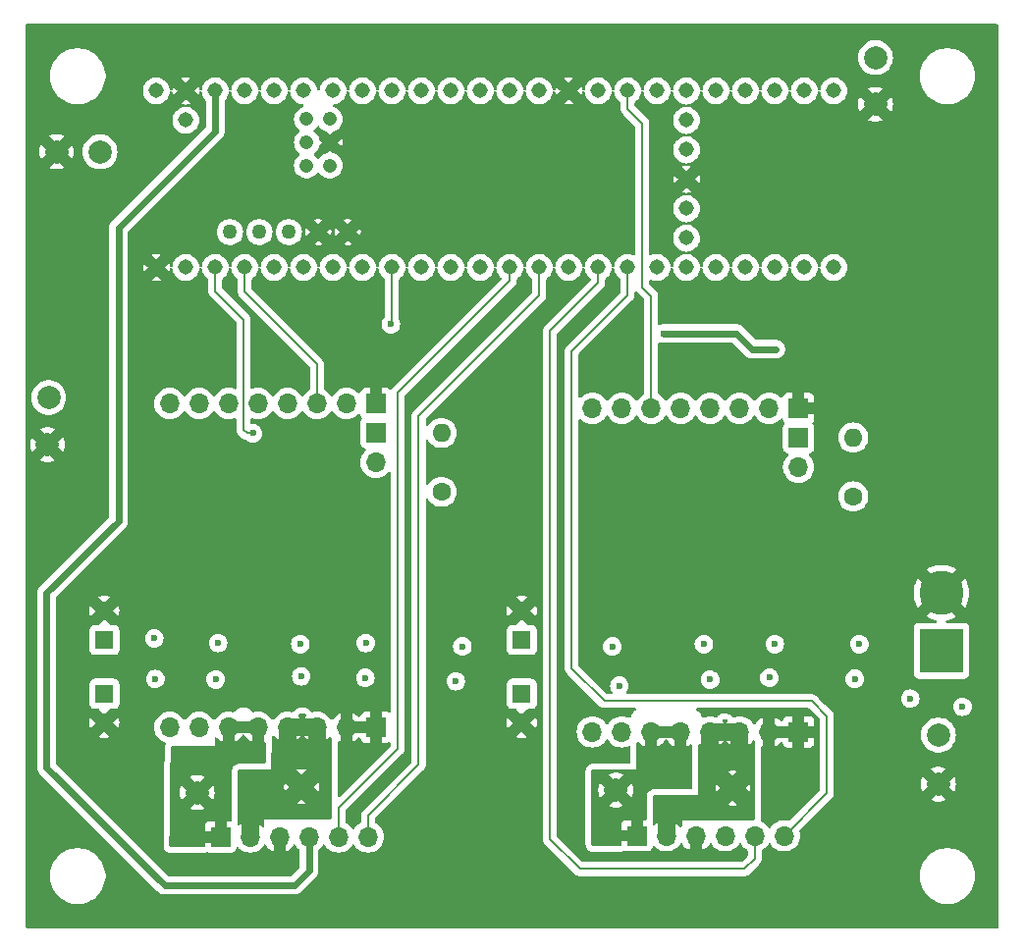
<source format=gbl>
G04 #@! TF.GenerationSoftware,KiCad,Pcbnew,8.0.8*
G04 #@! TF.CreationDate,2025-01-20T09:17:35-05:00*
G04 #@! TF.ProjectId,mechanumDriveTrain,6d656368-616e-4756-9d44-726976655472,rev?*
G04 #@! TF.SameCoordinates,Original*
G04 #@! TF.FileFunction,Copper,L2,Bot*
G04 #@! TF.FilePolarity,Positive*
%FSLAX46Y46*%
G04 Gerber Fmt 4.6, Leading zero omitted, Abs format (unit mm)*
G04 Created by KiCad (PCBNEW 8.0.8) date 2025-01-20 09:17:35*
%MOMM*%
%LPD*%
G01*
G04 APERTURE LIST*
G04 #@! TA.AperFunction,ComponentPad*
%ADD10C,2.000000*%
G04 #@! TD*
G04 #@! TA.AperFunction,ComponentPad*
%ADD11C,1.600000*%
G04 #@! TD*
G04 #@! TA.AperFunction,ComponentPad*
%ADD12O,1.600000X1.600000*%
G04 #@! TD*
G04 #@! TA.AperFunction,ComponentPad*
%ADD13R,1.600000X1.600000*%
G04 #@! TD*
G04 #@! TA.AperFunction,ComponentPad*
%ADD14R,1.700000X1.700000*%
G04 #@! TD*
G04 #@! TA.AperFunction,ComponentPad*
%ADD15O,1.700000X1.700000*%
G04 #@! TD*
G04 #@! TA.AperFunction,ComponentPad*
%ADD16R,3.800000X3.800000*%
G04 #@! TD*
G04 #@! TA.AperFunction,ComponentPad*
%ADD17C,3.800000*%
G04 #@! TD*
G04 #@! TA.AperFunction,ComponentPad*
%ADD18C,1.308000*%
G04 #@! TD*
G04 #@! TA.AperFunction,ComponentPad*
%ADD19C,1.258000*%
G04 #@! TD*
G04 #@! TA.AperFunction,ComponentPad*
%ADD20C,1.208000*%
G04 #@! TD*
G04 #@! TA.AperFunction,ViaPad*
%ADD21C,0.600000*%
G04 #@! TD*
G04 #@! TA.AperFunction,ViaPad*
%ADD22C,1.500000*%
G04 #@! TD*
G04 #@! TA.AperFunction,Conductor*
%ADD23C,0.200000*%
G04 #@! TD*
G04 #@! TA.AperFunction,Conductor*
%ADD24C,0.600000*%
G04 #@! TD*
G04 APERTURE END LIST*
D10*
X22400000Y-63775000D03*
D11*
X56375000Y-67855000D03*
D12*
X56375000Y-62775000D03*
D10*
X44300000Y-93300000D03*
X93800000Y-34425000D03*
D13*
X27290000Y-80625000D03*
D11*
X27290000Y-78125000D03*
D10*
X99225000Y-88825000D03*
D14*
X37325000Y-97625000D03*
D15*
X39865000Y-97625000D03*
X42405000Y-97625000D03*
X44945000Y-97625000D03*
X47485000Y-97625000D03*
X50025000Y-97625000D03*
D14*
X73225000Y-97525000D03*
D15*
X75765000Y-97525000D03*
X78305000Y-97525000D03*
X80845000Y-97525000D03*
X83385000Y-97525000D03*
X85925000Y-97525000D03*
D10*
X35300000Y-93800000D03*
D16*
X99485000Y-81575000D03*
D17*
X99485000Y-76575000D03*
D10*
X26925000Y-38525000D03*
D13*
X63290000Y-80625000D03*
D11*
X63290000Y-78125000D03*
D14*
X87157500Y-60640000D03*
X87157500Y-88560000D03*
D15*
X84617500Y-88560000D03*
X84617500Y-60640000D03*
X82077500Y-60640000D03*
X79537500Y-60640000D03*
X76997500Y-60640000D03*
X74457500Y-60640000D03*
X71917500Y-60640000D03*
X69377500Y-60640000D03*
X82077500Y-88560000D03*
X79537500Y-88560000D03*
X76997500Y-88560000D03*
X74457500Y-88560000D03*
X71917500Y-88560000D03*
X69377500Y-88560000D03*
D14*
X87167500Y-63180000D03*
D15*
X87167500Y-65720000D03*
D10*
X93800000Y-30400000D03*
D13*
X27290000Y-85275000D03*
D11*
X27290000Y-87775000D03*
D10*
X22500000Y-59725000D03*
X99225000Y-93075000D03*
D13*
X63290000Y-85275000D03*
D11*
X63290000Y-87775000D03*
D10*
X81500000Y-93400000D03*
D14*
X50707500Y-60240000D03*
X50707500Y-88160000D03*
D15*
X48167500Y-88160000D03*
X48167500Y-60240000D03*
X45627500Y-60240000D03*
X43087500Y-60240000D03*
X40547500Y-60240000D03*
X38007500Y-60240000D03*
X35467500Y-60240000D03*
X32927500Y-60240000D03*
X45627500Y-88160000D03*
X43087500Y-88160000D03*
X40547500Y-88160000D03*
X38007500Y-88160000D03*
X35467500Y-88160000D03*
X32927500Y-88160000D03*
D14*
X50717500Y-62780000D03*
D15*
X50717500Y-65320000D03*
D10*
X23175000Y-38525000D03*
D18*
X34320000Y-48500000D03*
X36860000Y-48500000D03*
X39400000Y-48500000D03*
X41940000Y-48500000D03*
X36860000Y-33260000D03*
X67340000Y-48500000D03*
X77500000Y-43420000D03*
X44480000Y-48500000D03*
X47020000Y-48500000D03*
D19*
X38130000Y-45450000D03*
D18*
X49560000Y-48500000D03*
X52100000Y-48500000D03*
X54640000Y-48500000D03*
X57180000Y-48500000D03*
X59720000Y-48500000D03*
X62260000Y-48500000D03*
X64800000Y-48500000D03*
X64800000Y-33260000D03*
X62260000Y-33260000D03*
X59720000Y-33260000D03*
X57180000Y-33260000D03*
X54640000Y-33260000D03*
X52100000Y-33260000D03*
X49560000Y-33260000D03*
X47020000Y-33260000D03*
X44480000Y-33260000D03*
X41940000Y-33260000D03*
X39400000Y-33260000D03*
X69880000Y-48500000D03*
X72420000Y-48500000D03*
X74960000Y-48500000D03*
X77500000Y-48500000D03*
X80040000Y-48500000D03*
X82580000Y-48500000D03*
X85120000Y-48500000D03*
X87660000Y-48500000D03*
X90200000Y-48500000D03*
X90200000Y-33260000D03*
X87660000Y-33260000D03*
X85120000Y-33260000D03*
X82580000Y-33260000D03*
X80040000Y-33260000D03*
X77500000Y-33260000D03*
X74960000Y-33260000D03*
X72420000Y-33260000D03*
X69880000Y-33260000D03*
D19*
X43210000Y-45450000D03*
X40670000Y-45450000D03*
D18*
X31780000Y-48500000D03*
X34320000Y-33260000D03*
D20*
X46750000Y-37710000D03*
D18*
X67340000Y-33260000D03*
X77500000Y-40880000D03*
D20*
X44750000Y-37710000D03*
D18*
X77500000Y-35800000D03*
X77500000Y-38340000D03*
D20*
X44750000Y-35710000D03*
X46750000Y-35710000D03*
X46750000Y-39710000D03*
X44750000Y-39710000D03*
D19*
X45750000Y-45450000D03*
X48290000Y-45450000D03*
D18*
X77500000Y-45960000D03*
X31780000Y-33260000D03*
X34320000Y-35800000D03*
D10*
X71400000Y-93600000D03*
D11*
X91875000Y-68245000D03*
D12*
X91875000Y-63165000D03*
D21*
X53300000Y-50000000D03*
X50700000Y-52300000D03*
X58600000Y-49900000D03*
X89800000Y-65800000D03*
X38100000Y-35300000D03*
X32700000Y-38600000D03*
X36600000Y-43300000D03*
X93597775Y-98055034D03*
X63664193Y-104124838D03*
X82700000Y-95400000D03*
X82200000Y-90800000D03*
X76300000Y-95000000D03*
X73100000Y-95400000D03*
X77514193Y-90995944D03*
X74800000Y-91100000D03*
X38985161Y-90295945D03*
X34800000Y-90800000D03*
X37578986Y-92011613D03*
X43200000Y-90900000D03*
X42200000Y-95000000D03*
X102393640Y-51915022D03*
X82900000Y-52600000D03*
X81100000Y-52000000D03*
X54600000Y-59400000D03*
X48914241Y-57996542D03*
X44400000Y-58400000D03*
X42172675Y-56573546D03*
X41900000Y-50400000D03*
X42800000Y-51600000D03*
X56000000Y-53700000D03*
X52900000Y-56700000D03*
X57500000Y-56300000D03*
X61095485Y-52990828D03*
X63600000Y-55300000D03*
X39800000Y-64300000D03*
X91400000Y-103500000D03*
X102700000Y-44200000D03*
X102548697Y-67349695D03*
X83600000Y-71500000D03*
X35400000Y-62700000D03*
X31100000Y-94400000D03*
X53193390Y-39326651D03*
X48813654Y-104114316D03*
X91100000Y-88800000D03*
X87100000Y-42800000D03*
X39500000Y-66700000D03*
X56831165Y-36317838D03*
X67395061Y-36392482D03*
X26077521Y-90967631D03*
X87600000Y-102400000D03*
X35600000Y-57200000D03*
X30291217Y-89665758D03*
X21200000Y-74800000D03*
X40294334Y-104047235D03*
X48300000Y-49800000D03*
X53377557Y-96590718D03*
X70700000Y-46200000D03*
X54420447Y-31572035D03*
X20900000Y-88400000D03*
X79293862Y-76159700D03*
X70000000Y-41400000D03*
X59700000Y-95000000D03*
X99000000Y-49000000D03*
X53000000Y-45600000D03*
X89362765Y-39552171D03*
X53406209Y-71006745D03*
X87700000Y-91900000D03*
X86000000Y-91200000D03*
X21598102Y-36093145D03*
X63500000Y-67100000D03*
X99373518Y-45414126D03*
X103500000Y-104400000D03*
X72200000Y-28400000D03*
X91301407Y-71911221D03*
X102600000Y-96200000D03*
X49800000Y-94400000D03*
X86700000Y-58300000D03*
X57223549Y-89822965D03*
X103200000Y-28600000D03*
X59096795Y-37780735D03*
X31077557Y-75664699D03*
X31885014Y-51423525D03*
X83200000Y-45700000D03*
X102700000Y-48100000D03*
X97670935Y-36283790D03*
X29200000Y-35100000D03*
X77000000Y-99200000D03*
X36400000Y-28700000D03*
X26800000Y-68800000D03*
X36000000Y-52400000D03*
X83050413Y-66745964D03*
X102190930Y-61446545D03*
X90111341Y-50901415D03*
X41500000Y-40200000D03*
X52700000Y-91551761D03*
X57710449Y-43952210D03*
X97495243Y-65091293D03*
D22*
X23100000Y-44400000D03*
D21*
X62927940Y-98628001D03*
X81100000Y-50000000D03*
X30440287Y-91414840D03*
X65440595Y-40718809D03*
X70245553Y-51363897D03*
X67100000Y-91900000D03*
X29606055Y-103778910D03*
X41610948Y-36819237D03*
X65228585Y-46443076D03*
X57622296Y-76017539D03*
X77700000Y-56800000D03*
X96400000Y-96900000D03*
X62854634Y-62780172D03*
X75100000Y-39700000D03*
X40900000Y-70900000D03*
X79300000Y-28400000D03*
X76005704Y-31422965D03*
X58844666Y-62795079D03*
X83300000Y-59100000D03*
X72322587Y-55985050D03*
X55802420Y-93311190D03*
X67778490Y-96044176D03*
X48900000Y-91100000D03*
X82000000Y-99200000D03*
X28830337Y-92329132D03*
X65312455Y-31303710D03*
X29200000Y-40700000D03*
X58486899Y-72007571D03*
X103700000Y-89200000D03*
X82100000Y-36100000D03*
X103700000Y-78700000D03*
X96400000Y-61400000D03*
X43600000Y-99900000D03*
X66700000Y-68700000D03*
X95590471Y-58182629D03*
X96032337Y-28379437D03*
X73100000Y-52500000D03*
X98657984Y-50445220D03*
X58197470Y-98757194D03*
X84500000Y-94100000D03*
X63500000Y-70800000D03*
X53900000Y-35400000D03*
X96500000Y-41700000D03*
X63300000Y-45300000D03*
X48700000Y-100100000D03*
X24200000Y-72100000D03*
X21400000Y-28500000D03*
X89899415Y-36690037D03*
X75400000Y-45600000D03*
X25900000Y-62200000D03*
X21600000Y-104600000D03*
X70100000Y-104300000D03*
X75800000Y-36100000D03*
X63900000Y-94700000D03*
X75600000Y-56300000D03*
X65800000Y-52200000D03*
X102615778Y-53396795D03*
X94000000Y-43900000D03*
X32982478Y-104136677D03*
X101200000Y-52800000D03*
X45016913Y-28699300D03*
X86796904Y-93990694D03*
X101200000Y-59300000D03*
X99100000Y-47400000D03*
X99800000Y-43700000D03*
X53500000Y-76500000D03*
X48031039Y-70618411D03*
X94891956Y-38396904D03*
X24552600Y-66772419D03*
X63542650Y-28178193D03*
X80100000Y-37400000D03*
X21000000Y-84700000D03*
X84928688Y-76092619D03*
X41900000Y-61800000D03*
X49861942Y-38898756D03*
X102700000Y-50600000D03*
X92665392Y-76383304D03*
X102079128Y-56616695D03*
X70600000Y-65600000D03*
X59310521Y-88501216D03*
X23073890Y-42055923D03*
X80252401Y-103890712D03*
X77700000Y-65400000D03*
X72500000Y-76300000D03*
X97942451Y-69608098D03*
X57700000Y-103800000D03*
X72000000Y-70900000D03*
X31300000Y-97700000D03*
X78400000Y-70900000D03*
X88000000Y-30600000D03*
X80200000Y-58400000D03*
X89491684Y-45934198D03*
X66700000Y-75800000D03*
X44300000Y-76400000D03*
X64002469Y-57995043D03*
X67500000Y-54000000D03*
X90700000Y-59300000D03*
X58200000Y-65900000D03*
X96300000Y-47200000D03*
X83800000Y-50000000D03*
X37755869Y-75992652D03*
X51800000Y-55800000D03*
D22*
X22800000Y-56500000D03*
D21*
X33234095Y-71381437D03*
X93783413Y-59523549D03*
X102600000Y-46100000D03*
X55809541Y-28803649D03*
X24278750Y-89745262D03*
X63500000Y-91400000D03*
X53700000Y-53000000D03*
X94656303Y-50431018D03*
X90973926Y-96843449D03*
X66600000Y-63600000D03*
X45446466Y-31293772D03*
X66600000Y-58300000D03*
X46200000Y-53000000D03*
X84274528Y-40078883D03*
X75600000Y-52400000D03*
X37999379Y-62791712D03*
X103898247Y-84351429D03*
X29200000Y-95400000D03*
X45300000Y-66600000D03*
X81000000Y-55600000D03*
X103500000Y-72500000D03*
X22200000Y-68800000D03*
X41200000Y-100000000D03*
X54800000Y-41900000D03*
X97763568Y-51496159D03*
X46800000Y-61700000D03*
X103400000Y-36200000D03*
X92600000Y-92800000D03*
X49000000Y-76000000D03*
X86179809Y-51199304D03*
X53500000Y-65800000D03*
X37775745Y-54109257D03*
X22500000Y-95900000D03*
X27000000Y-44900000D03*
X63808679Y-74347962D03*
X31800000Y-45100000D03*
X48500000Y-55300000D03*
X102273390Y-92624784D03*
X77700000Y-52000000D03*
X80299343Y-41311190D03*
X40200000Y-31500000D03*
X86272059Y-37057742D03*
X26773178Y-92985038D03*
X96936232Y-52278774D03*
X65200000Y-99600000D03*
X32400000Y-53100000D03*
X31800000Y-67100000D03*
X84800000Y-53500000D03*
X99077642Y-59796277D03*
X53864518Y-98906264D03*
X29886364Y-28729114D03*
X75500000Y-54200000D03*
X85200000Y-55542500D03*
X58170386Y-81190068D03*
X71100000Y-81200000D03*
X92400000Y-81000000D03*
X36898175Y-84037294D03*
X44200000Y-81000000D03*
X71705892Y-84588851D03*
X96800000Y-85700000D03*
X79532038Y-84052201D03*
X31700000Y-84000000D03*
X44277113Y-83768969D03*
X79000000Y-81000000D03*
X85107236Y-80996277D03*
X101300000Y-86400000D03*
X37100000Y-80900000D03*
X57600000Y-84200000D03*
X31600000Y-80500000D03*
X49837403Y-80891929D03*
X92009151Y-83992573D03*
X84645120Y-83888225D03*
X49800000Y-83900000D03*
X40100000Y-62800000D03*
X52000000Y-53400000D03*
X37500000Y-95000000D03*
X33700000Y-96100000D03*
X33900000Y-98000000D03*
X40400000Y-93100000D03*
X40000000Y-95200000D03*
X45600000Y-90500000D03*
X74500000Y-92800000D03*
X77000000Y-92700000D03*
X70400000Y-97200000D03*
X80000000Y-91000000D03*
X79400000Y-95200000D03*
D23*
X52100000Y-53300000D02*
X52100000Y-48500000D01*
X52000000Y-53400000D02*
X52100000Y-53300000D01*
X65700000Y-97800000D02*
X65700000Y-54000000D01*
X65700000Y-54000000D02*
X69880000Y-49820000D01*
X83385000Y-99515000D02*
X82500000Y-100400000D01*
X69880000Y-49820000D02*
X69880000Y-48500000D01*
X83385000Y-97525000D02*
X83385000Y-99515000D01*
X82500000Y-100400000D02*
X68300000Y-100400000D01*
X68300000Y-100400000D02*
X65700000Y-97800000D01*
X73700000Y-36100000D02*
X72420000Y-34820000D01*
X73700000Y-50200000D02*
X73700000Y-36100000D01*
X72420000Y-34820000D02*
X72420000Y-33260000D01*
X74457500Y-50957500D02*
X73700000Y-50200000D01*
X74457500Y-60640000D02*
X74457500Y-50957500D01*
X62260000Y-49640000D02*
X62260000Y-48500000D01*
X52600000Y-90000000D02*
X52600000Y-59300000D01*
X52600000Y-59300000D02*
X62260000Y-49640000D01*
X47485000Y-97625000D02*
X47485000Y-95115000D01*
X47485000Y-95115000D02*
X52600000Y-90000000D01*
X64800000Y-50900000D02*
X64800000Y-48500000D01*
X50025000Y-95775000D02*
X54400000Y-91400000D01*
X54400000Y-61300000D02*
X64800000Y-50900000D01*
X50025000Y-97625000D02*
X50025000Y-95775000D01*
X54400000Y-91400000D02*
X54400000Y-61300000D01*
X39400000Y-50600000D02*
X39400000Y-48500000D01*
X45627500Y-56827500D02*
X39400000Y-50600000D01*
X45627500Y-60240000D02*
X45627500Y-56827500D01*
D24*
X22300000Y-91600000D02*
X32500000Y-101800000D01*
X22300000Y-76600000D02*
X22300000Y-91600000D01*
X43700000Y-101800000D02*
X44945000Y-100555000D01*
X81800000Y-54200000D02*
X83142500Y-55542500D01*
X28500000Y-45100000D02*
X28500000Y-70400000D01*
X36860000Y-33260000D02*
X36860000Y-36740000D01*
X44945000Y-100555000D02*
X44945000Y-97625000D01*
X36860000Y-36740000D02*
X28500000Y-45100000D01*
X28500000Y-70400000D02*
X22300000Y-76600000D01*
X32500000Y-101800000D02*
X43700000Y-101800000D01*
X83142500Y-55542500D02*
X85200000Y-55542500D01*
X75500000Y-54200000D02*
X81800000Y-54200000D01*
D23*
X36860000Y-50560000D02*
X36860000Y-48500000D01*
X40100000Y-62800000D02*
X39600000Y-62800000D01*
X39600000Y-62800000D02*
X39300000Y-62500000D01*
X39300000Y-53000000D02*
X36860000Y-50560000D01*
X39300000Y-62500000D02*
X39300000Y-53000000D01*
X67600000Y-83088846D02*
X67600000Y-55700000D01*
X88300000Y-85900000D02*
X70411154Y-85900000D01*
X89600000Y-87200000D02*
X88300000Y-85900000D01*
X67600000Y-55700000D02*
X72420000Y-50880000D01*
X85925000Y-97525000D02*
X89600000Y-93850000D01*
X72420000Y-50880000D02*
X72420000Y-48500000D01*
X70411154Y-85900000D02*
X67600000Y-83088846D01*
X89600000Y-93850000D02*
X89600000Y-87200000D01*
G04 #@! TA.AperFunction,Conductor*
G36*
X44645989Y-87019685D02*
G01*
X44691744Y-87072489D01*
X44701688Y-87141647D01*
X44672663Y-87205203D01*
X44666631Y-87211681D01*
X44589390Y-87288921D01*
X44504609Y-87409999D01*
X44504610Y-87410000D01*
X45503500Y-87410000D01*
X45570539Y-87429685D01*
X45616294Y-87482489D01*
X45627500Y-87534000D01*
X45627500Y-87660000D01*
X45561674Y-87660000D01*
X45434507Y-87694075D01*
X45320493Y-87759901D01*
X45227401Y-87852993D01*
X45161575Y-87967007D01*
X45127500Y-88094174D01*
X45127500Y-88225826D01*
X45161575Y-88352993D01*
X45227401Y-88467007D01*
X45320493Y-88560099D01*
X45434507Y-88625925D01*
X45561674Y-88660000D01*
X45693326Y-88660000D01*
X45820493Y-88625925D01*
X45934507Y-88560099D01*
X46027599Y-88467007D01*
X46093425Y-88352993D01*
X46127500Y-88225826D01*
X46127500Y-88160000D01*
X46253500Y-88160000D01*
X46320539Y-88179685D01*
X46366294Y-88232489D01*
X46377500Y-88284000D01*
X46377500Y-89282890D01*
X46498578Y-89198109D01*
X46665608Y-89031079D01*
X46674425Y-89018488D01*
X46729002Y-88974863D01*
X46798500Y-88967669D01*
X46860855Y-88999192D01*
X46896269Y-89059422D01*
X46900000Y-89089611D01*
X46900000Y-90400070D01*
X46897436Y-94971405D01*
X46893211Y-95003426D01*
X46884499Y-95035943D01*
X46884499Y-95035946D01*
X46884499Y-95204046D01*
X46884500Y-95204059D01*
X46884500Y-95976000D01*
X46864815Y-96043039D01*
X46812011Y-96088794D01*
X46760500Y-96100000D01*
X41100000Y-96100000D01*
X41100000Y-96651450D01*
X41080315Y-96718489D01*
X41027511Y-96764244D01*
X40958353Y-96774188D01*
X40894797Y-96745163D01*
X40888319Y-96739131D01*
X40736081Y-96586893D01*
X40736070Y-96586884D01*
X40615000Y-96502108D01*
X40615000Y-97501000D01*
X40595315Y-97568039D01*
X40542511Y-97613794D01*
X40491000Y-97625000D01*
X40365000Y-97625000D01*
X40365000Y-97559174D01*
X40330925Y-97432007D01*
X40265099Y-97317993D01*
X40172007Y-97224901D01*
X40057993Y-97159075D01*
X39930826Y-97125000D01*
X39799174Y-97125000D01*
X39672007Y-97159075D01*
X39557993Y-97224901D01*
X39464901Y-97317993D01*
X39399075Y-97432007D01*
X39365000Y-97559174D01*
X39365000Y-97625000D01*
X39239000Y-97625000D01*
X39171961Y-97605315D01*
X39126206Y-97552511D01*
X39115000Y-97501000D01*
X39115000Y-96502110D01*
X38995124Y-96586049D01*
X38928918Y-96608376D01*
X38861151Y-96591366D01*
X38813337Y-96540418D01*
X38800000Y-96484474D01*
X38800000Y-94751688D01*
X43908969Y-94751688D01*
X43930513Y-94759084D01*
X44175707Y-94800000D01*
X44424293Y-94800000D01*
X44669489Y-94759084D01*
X44669494Y-94759082D01*
X44691028Y-94751689D01*
X44691028Y-94751688D01*
X44300001Y-94360660D01*
X44300000Y-94360660D01*
X43908969Y-94751688D01*
X38800000Y-94751688D01*
X38800000Y-93299994D01*
X42794859Y-93299994D01*
X42794859Y-93300005D01*
X42815385Y-93547729D01*
X42815387Y-93547738D01*
X42850994Y-93688344D01*
X43239340Y-93300000D01*
X43239340Y-93299999D01*
X43173515Y-93234174D01*
X43800000Y-93234174D01*
X43800000Y-93365826D01*
X43834075Y-93492993D01*
X43899901Y-93607007D01*
X43992993Y-93700099D01*
X44107007Y-93765925D01*
X44234174Y-93800000D01*
X44365826Y-93800000D01*
X44492993Y-93765925D01*
X44607007Y-93700099D01*
X44700099Y-93607007D01*
X44765925Y-93492993D01*
X44800000Y-93365826D01*
X44800000Y-93299999D01*
X45360660Y-93299999D01*
X45360660Y-93300000D01*
X45749005Y-93688345D01*
X45784611Y-93547744D01*
X45784614Y-93547724D01*
X45805141Y-93300005D01*
X45805141Y-93299994D01*
X45784614Y-93052270D01*
X45784610Y-93052250D01*
X45749005Y-92911654D01*
X45749005Y-92911653D01*
X45360660Y-93299999D01*
X44800000Y-93299999D01*
X44800000Y-93234174D01*
X44765925Y-93107007D01*
X44700099Y-92992993D01*
X44607007Y-92899901D01*
X44492993Y-92834075D01*
X44365826Y-92800000D01*
X44234174Y-92800000D01*
X44107007Y-92834075D01*
X43992993Y-92899901D01*
X43899901Y-92992993D01*
X43834075Y-93107007D01*
X43800000Y-93234174D01*
X43173515Y-93234174D01*
X42850994Y-92911653D01*
X42815387Y-93052261D01*
X42815385Y-93052270D01*
X42794859Y-93299994D01*
X38800000Y-93299994D01*
X38800000Y-91924000D01*
X38819685Y-91856961D01*
X38829669Y-91848310D01*
X43908970Y-91848310D01*
X43908970Y-91848311D01*
X44300000Y-92239340D01*
X44300001Y-92239340D01*
X44691029Y-91848310D01*
X44691028Y-91848309D01*
X44669490Y-91840916D01*
X44424293Y-91800000D01*
X44175707Y-91800000D01*
X43930514Y-91840915D01*
X43908970Y-91848310D01*
X38829669Y-91848310D01*
X38872489Y-91811206D01*
X38924000Y-91800000D01*
X41700000Y-91800000D01*
X41758210Y-89005879D01*
X41779286Y-88939270D01*
X41833031Y-88894625D01*
X41902382Y-88886124D01*
X41965319Y-88916467D01*
X41983756Y-88937344D01*
X42049390Y-89031078D01*
X42216421Y-89198109D01*
X42337499Y-89282890D01*
X42337500Y-89282890D01*
X43837500Y-89282890D01*
X43958578Y-89198109D01*
X44125609Y-89031078D01*
X44210390Y-88910000D01*
X44504609Y-88910000D01*
X44589390Y-89031078D01*
X44756421Y-89198109D01*
X44877499Y-89282890D01*
X44877500Y-89282890D01*
X44877500Y-88910000D01*
X44504609Y-88910000D01*
X44210390Y-88910000D01*
X43837500Y-88910000D01*
X43837500Y-89282890D01*
X42337500Y-89282890D01*
X42337500Y-88284000D01*
X42357185Y-88216961D01*
X42409989Y-88171206D01*
X42461500Y-88160000D01*
X42587500Y-88160000D01*
X42587500Y-88225826D01*
X42621575Y-88352993D01*
X42687401Y-88467007D01*
X42780493Y-88560099D01*
X42894507Y-88625925D01*
X43021674Y-88660000D01*
X43153326Y-88660000D01*
X43280493Y-88625925D01*
X43394507Y-88560099D01*
X43487599Y-88467007D01*
X43553425Y-88352993D01*
X43587500Y-88225826D01*
X43587500Y-88094174D01*
X43553425Y-87967007D01*
X43487599Y-87852993D01*
X43394507Y-87759901D01*
X43280493Y-87694075D01*
X43153326Y-87660000D01*
X43087500Y-87660000D01*
X43087500Y-87534000D01*
X43107185Y-87466961D01*
X43159989Y-87421206D01*
X43211500Y-87410000D01*
X44210390Y-87410000D01*
X44210390Y-87409999D01*
X44125609Y-87288921D01*
X44048369Y-87211681D01*
X44014884Y-87150358D01*
X44019868Y-87080666D01*
X44061740Y-87024733D01*
X44127204Y-87000316D01*
X44136050Y-87000000D01*
X44578950Y-87000000D01*
X44645989Y-87019685D01*
G37*
G04 #@! TD.AperFunction*
G04 #@! TA.AperFunction,Conductor*
G36*
X71239503Y-48565015D02*
G01*
X71271693Y-48627028D01*
X71273471Y-48639395D01*
X71280295Y-48713047D01*
X71280296Y-48713050D01*
X71338846Y-48918835D01*
X71338849Y-48918840D01*
X71434219Y-49110370D01*
X71563159Y-49281114D01*
X71721278Y-49425258D01*
X71760780Y-49449716D01*
X71807413Y-49501741D01*
X71819500Y-49555141D01*
X71819500Y-50579902D01*
X71799815Y-50646941D01*
X71783181Y-50667583D01*
X67119481Y-55331282D01*
X67119479Y-55331285D01*
X67088075Y-55385680D01*
X67088074Y-55385682D01*
X67040423Y-55468214D01*
X67040423Y-55468215D01*
X66999499Y-55620943D01*
X66999499Y-55620945D01*
X66999499Y-55789046D01*
X66999500Y-55789059D01*
X66999500Y-83002176D01*
X66999499Y-83002194D01*
X66999499Y-83167900D01*
X66999498Y-83167900D01*
X66999499Y-83167903D01*
X67040423Y-83320631D01*
X67040424Y-83320633D01*
X67040423Y-83320633D01*
X67052803Y-83342074D01*
X67052804Y-83342076D01*
X67119475Y-83457555D01*
X67119481Y-83457563D01*
X67238349Y-83576431D01*
X67238355Y-83576436D01*
X69926293Y-86264374D01*
X69926303Y-86264385D01*
X69930633Y-86268715D01*
X69930634Y-86268716D01*
X70042438Y-86380520D01*
X70120847Y-86425789D01*
X70179369Y-86459577D01*
X70332097Y-86500500D01*
X70490211Y-86500500D01*
X73051075Y-86500500D01*
X73118114Y-86520185D01*
X73163869Y-86572989D01*
X73173813Y-86642147D01*
X73144788Y-86705703D01*
X73090234Y-86742154D01*
X73062502Y-86751384D01*
X73062496Y-86751386D01*
X72941462Y-86829171D01*
X72941451Y-86829179D01*
X72888659Y-86874923D01*
X72794433Y-86983664D01*
X72794430Y-86983668D01*
X72734664Y-87114534D01*
X72714976Y-87181582D01*
X72703689Y-87260088D01*
X72674664Y-87323644D01*
X72615886Y-87361418D01*
X72546016Y-87361418D01*
X72528546Y-87354823D01*
X72505913Y-87344269D01*
X72381163Y-87286097D01*
X72381159Y-87286096D01*
X72381155Y-87286094D01*
X72152913Y-87224938D01*
X72152903Y-87224936D01*
X71917501Y-87204341D01*
X71917499Y-87204341D01*
X71682096Y-87224936D01*
X71682086Y-87224938D01*
X71453844Y-87286094D01*
X71453837Y-87286096D01*
X71453837Y-87286097D01*
X71447783Y-87288920D01*
X71239671Y-87385964D01*
X71239669Y-87385965D01*
X71046097Y-87521505D01*
X70879005Y-87688597D01*
X70749075Y-87874158D01*
X70694498Y-87917783D01*
X70625000Y-87924977D01*
X70562645Y-87893454D01*
X70545925Y-87874158D01*
X70415994Y-87688597D01*
X70248902Y-87521506D01*
X70248895Y-87521501D01*
X70055334Y-87385967D01*
X70055330Y-87385965D01*
X70055328Y-87385964D01*
X69841163Y-87286097D01*
X69841159Y-87286096D01*
X69841155Y-87286094D01*
X69612913Y-87224938D01*
X69612903Y-87224936D01*
X69377501Y-87204341D01*
X69377499Y-87204341D01*
X69142096Y-87224936D01*
X69142086Y-87224938D01*
X68913844Y-87286094D01*
X68913837Y-87286096D01*
X68913837Y-87286097D01*
X68907783Y-87288920D01*
X68699671Y-87385964D01*
X68699669Y-87385965D01*
X68506097Y-87521505D01*
X68339005Y-87688597D01*
X68203465Y-87882169D01*
X68203464Y-87882171D01*
X68103598Y-88096335D01*
X68103594Y-88096344D01*
X68042438Y-88324586D01*
X68042436Y-88324596D01*
X68021841Y-88559999D01*
X68021841Y-88560000D01*
X68042436Y-88795403D01*
X68042438Y-88795413D01*
X68103594Y-89023655D01*
X68103596Y-89023659D01*
X68103597Y-89023663D01*
X68196088Y-89222011D01*
X68203465Y-89237830D01*
X68203467Y-89237834D01*
X68286350Y-89356202D01*
X68339005Y-89431401D01*
X68506099Y-89598495D01*
X68602884Y-89666265D01*
X68699665Y-89734032D01*
X68699667Y-89734033D01*
X68699670Y-89734035D01*
X68913837Y-89833903D01*
X69142092Y-89895063D01*
X69312819Y-89910000D01*
X69377499Y-89915659D01*
X69377500Y-89915659D01*
X69377501Y-89915659D01*
X69442181Y-89910000D01*
X69612908Y-89895063D01*
X69841163Y-89833903D01*
X70055330Y-89734035D01*
X70248901Y-89598495D01*
X70415995Y-89431401D01*
X70545925Y-89245842D01*
X70600502Y-89202217D01*
X70670000Y-89195023D01*
X70732355Y-89226546D01*
X70749075Y-89245842D01*
X70879000Y-89431395D01*
X70879005Y-89431401D01*
X71046099Y-89598495D01*
X71142884Y-89666265D01*
X71239665Y-89734032D01*
X71239667Y-89734033D01*
X71239670Y-89734035D01*
X71453837Y-89833903D01*
X71682092Y-89895063D01*
X71852819Y-89910000D01*
X71917499Y-89915659D01*
X71917500Y-89915659D01*
X71917501Y-89915659D01*
X71982181Y-89910000D01*
X72152908Y-89895063D01*
X72381163Y-89833903D01*
X72518096Y-89770049D01*
X72587173Y-89759558D01*
X72650957Y-89788078D01*
X72689196Y-89846554D01*
X72694500Y-89882432D01*
X72694500Y-91170500D01*
X72674815Y-91237539D01*
X72622011Y-91283294D01*
X72570500Y-91294500D01*
X69424000Y-91294500D01*
X69423991Y-91294500D01*
X69423990Y-91294501D01*
X69316549Y-91306052D01*
X69316537Y-91306054D01*
X69265027Y-91317260D01*
X69162502Y-91351383D01*
X69162496Y-91351386D01*
X69041462Y-91429171D01*
X69041451Y-91429179D01*
X68988659Y-91474923D01*
X68894433Y-91583664D01*
X68894430Y-91583668D01*
X68834664Y-91714534D01*
X68814976Y-91781582D01*
X68801325Y-91876528D01*
X68794500Y-91924000D01*
X68794500Y-98276000D01*
X68794501Y-98276009D01*
X68806052Y-98383450D01*
X68806054Y-98383462D01*
X68817260Y-98434972D01*
X68851383Y-98537497D01*
X68851386Y-98537503D01*
X68929171Y-98658537D01*
X68929179Y-98658548D01*
X68974923Y-98711340D01*
X68974926Y-98711343D01*
X68974930Y-98711347D01*
X69083664Y-98805567D01*
X69083667Y-98805568D01*
X69083668Y-98805569D01*
X69202990Y-98860063D01*
X69214541Y-98865338D01*
X69281580Y-98885023D01*
X69281584Y-98885024D01*
X69424000Y-98905500D01*
X69424003Y-98905500D01*
X71750990Y-98905500D01*
X71751000Y-98905500D01*
X71858456Y-98893947D01*
X71909967Y-98882741D01*
X72012504Y-98848613D01*
X72033771Y-98834944D01*
X72100810Y-98815259D01*
X72144146Y-98823077D01*
X72267517Y-98869091D01*
X72267516Y-98869091D01*
X72274444Y-98869835D01*
X72327127Y-98875500D01*
X74122872Y-98875499D01*
X74182483Y-98869091D01*
X74317331Y-98818796D01*
X74432546Y-98732546D01*
X74518796Y-98617331D01*
X74567810Y-98485916D01*
X74609681Y-98429984D01*
X74675145Y-98405566D01*
X74743418Y-98420417D01*
X74771673Y-98441569D01*
X74893599Y-98563495D01*
X74988129Y-98629686D01*
X75087165Y-98699032D01*
X75087167Y-98699033D01*
X75087170Y-98699035D01*
X75301337Y-98798903D01*
X75301343Y-98798904D01*
X75301344Y-98798905D01*
X75326215Y-98805569D01*
X75529592Y-98860063D01*
X75706034Y-98875500D01*
X75764999Y-98880659D01*
X75765000Y-98880659D01*
X75765001Y-98880659D01*
X75823966Y-98875500D01*
X76000408Y-98860063D01*
X76228663Y-98798903D01*
X76442830Y-98699035D01*
X76636401Y-98563495D01*
X76803495Y-98396401D01*
X76933730Y-98210405D01*
X76988307Y-98166781D01*
X77057805Y-98159587D01*
X77120160Y-98191110D01*
X77136879Y-98210405D01*
X77266890Y-98396078D01*
X77433917Y-98563105D01*
X77627422Y-98698600D01*
X77627424Y-98698601D01*
X77804999Y-98781405D01*
X77805000Y-98781405D01*
X77805000Y-97649000D01*
X77813150Y-97621243D01*
X77839075Y-97717993D01*
X77904901Y-97832007D01*
X77997993Y-97925099D01*
X78112007Y-97990925D01*
X78239174Y-98025000D01*
X78370826Y-98025000D01*
X78497993Y-97990925D01*
X78612007Y-97925099D01*
X78705099Y-97832007D01*
X78770925Y-97717993D01*
X78798015Y-97616892D01*
X78805000Y-97649000D01*
X78805000Y-98781405D01*
X78982575Y-98698601D01*
X78982577Y-98698600D01*
X79176082Y-98563105D01*
X79343105Y-98396082D01*
X79473119Y-98210405D01*
X79527696Y-98166781D01*
X79597195Y-98159588D01*
X79659549Y-98191110D01*
X79676269Y-98210405D01*
X79806505Y-98396401D01*
X79973599Y-98563495D01*
X80068129Y-98629686D01*
X80167165Y-98699032D01*
X80167167Y-98699033D01*
X80167170Y-98699035D01*
X80381337Y-98798903D01*
X80381343Y-98798904D01*
X80381344Y-98798905D01*
X80406215Y-98805569D01*
X80609592Y-98860063D01*
X80786034Y-98875500D01*
X80844999Y-98880659D01*
X80845000Y-98880659D01*
X80845001Y-98880659D01*
X80903966Y-98875500D01*
X81080408Y-98860063D01*
X81308663Y-98798903D01*
X81522830Y-98699035D01*
X81716401Y-98563495D01*
X81883495Y-98396401D01*
X82013425Y-98210842D01*
X82068002Y-98167217D01*
X82137500Y-98160023D01*
X82199855Y-98191546D01*
X82216575Y-98210842D01*
X82346500Y-98396395D01*
X82346505Y-98396401D01*
X82513599Y-98563495D01*
X82608129Y-98629686D01*
X82707165Y-98699032D01*
X82707167Y-98699033D01*
X82707170Y-98699035D01*
X82712898Y-98701706D01*
X82765339Y-98747872D01*
X82784500Y-98814090D01*
X82784500Y-99214903D01*
X82764815Y-99281942D01*
X82748181Y-99302584D01*
X82287584Y-99763181D01*
X82226261Y-99796666D01*
X82199903Y-99799500D01*
X68600097Y-99799500D01*
X68533058Y-99779815D01*
X68512416Y-99763181D01*
X66336819Y-97587584D01*
X66303334Y-97526261D01*
X66300500Y-97499903D01*
X66300500Y-54300097D01*
X66320185Y-54233058D01*
X66336819Y-54212416D01*
X68034096Y-52515139D01*
X70360520Y-50188716D01*
X70439577Y-50051784D01*
X70480501Y-49899057D01*
X70480501Y-49740942D01*
X70480501Y-49733347D01*
X70480500Y-49733329D01*
X70480500Y-49555141D01*
X70500185Y-49488102D01*
X70539218Y-49449717D01*
X70578722Y-49425258D01*
X70736841Y-49281114D01*
X70865781Y-49110370D01*
X70961151Y-48918840D01*
X70961151Y-48918837D01*
X70961153Y-48918835D01*
X71019703Y-48713050D01*
X71019704Y-48713047D01*
X71019713Y-48712956D01*
X71026529Y-48639394D01*
X71052315Y-48574457D01*
X71109116Y-48533770D01*
X71178897Y-48530250D01*
X71239503Y-48565015D01*
G37*
G04 #@! TD.AperFunction*
G04 #@! TA.AperFunction,Conductor*
G36*
X63619503Y-48565015D02*
G01*
X63651693Y-48627028D01*
X63653471Y-48639395D01*
X63660295Y-48713047D01*
X63660296Y-48713050D01*
X63718846Y-48918835D01*
X63718849Y-48918840D01*
X63814219Y-49110370D01*
X63943159Y-49281114D01*
X64101278Y-49425258D01*
X64140780Y-49449716D01*
X64187413Y-49501741D01*
X64199500Y-49555141D01*
X64199500Y-50599902D01*
X64179815Y-50666941D01*
X64163181Y-50687583D01*
X53919481Y-60931282D01*
X53919479Y-60931284D01*
X53910402Y-60947007D01*
X53888194Y-60985474D01*
X53840423Y-61068215D01*
X53799499Y-61220943D01*
X53799499Y-61220945D01*
X53799499Y-61389046D01*
X53799500Y-61389059D01*
X53799500Y-91099902D01*
X53779815Y-91166941D01*
X53763181Y-91187583D01*
X49544481Y-95406282D01*
X49544475Y-95406290D01*
X49507588Y-95470182D01*
X49507588Y-95470184D01*
X49465423Y-95543214D01*
X49465423Y-95543215D01*
X49424499Y-95695943D01*
X49424499Y-95695945D01*
X49424499Y-95864046D01*
X49424500Y-95864059D01*
X49424500Y-96335908D01*
X49404815Y-96402947D01*
X49352914Y-96448286D01*
X49347173Y-96450963D01*
X49347169Y-96450965D01*
X49153597Y-96586505D01*
X48986505Y-96753597D01*
X48856575Y-96939158D01*
X48801998Y-96982783D01*
X48732500Y-96989977D01*
X48670145Y-96958454D01*
X48653425Y-96939158D01*
X48523494Y-96753597D01*
X48356402Y-96586506D01*
X48356395Y-96586501D01*
X48162831Y-96450965D01*
X48162826Y-96450962D01*
X48157091Y-96448288D01*
X48104653Y-96402113D01*
X48085500Y-96335908D01*
X48085500Y-95415096D01*
X48105185Y-95348057D01*
X48121814Y-95327420D01*
X52958506Y-90490727D01*
X52958511Y-90490724D01*
X52968714Y-90480520D01*
X52968716Y-90480520D01*
X53080520Y-90368716D01*
X53159577Y-90231784D01*
X53190968Y-90114632D01*
X53200500Y-90079058D01*
X53200500Y-89920943D01*
X53200500Y-59600096D01*
X53220185Y-59533057D01*
X53236814Y-59512420D01*
X62618506Y-50130727D01*
X62618511Y-50130724D01*
X62628714Y-50120520D01*
X62628716Y-50120520D01*
X62740520Y-50008716D01*
X62803831Y-49899057D01*
X62819577Y-49871785D01*
X62860501Y-49719057D01*
X62860501Y-49560943D01*
X62860501Y-49555140D01*
X62880186Y-49488101D01*
X62919221Y-49449715D01*
X62958722Y-49425258D01*
X63116841Y-49281114D01*
X63245781Y-49110370D01*
X63341151Y-48918840D01*
X63341151Y-48918837D01*
X63341153Y-48918835D01*
X63399703Y-48713050D01*
X63399704Y-48713047D01*
X63399713Y-48712956D01*
X63406529Y-48639394D01*
X63432315Y-48574457D01*
X63489116Y-48533770D01*
X63558897Y-48530250D01*
X63619503Y-48565015D01*
G37*
G04 #@! TD.AperFunction*
G04 #@! TA.AperFunction,Conductor*
G36*
X88066942Y-86520185D02*
G01*
X88087584Y-86536819D01*
X88963181Y-87412416D01*
X88996666Y-87473739D01*
X88999500Y-87500097D01*
X88999500Y-93549902D01*
X88979815Y-93616941D01*
X88963181Y-93637583D01*
X86408530Y-96192233D01*
X86347207Y-96225718D01*
X86288756Y-96224327D01*
X86160413Y-96189938D01*
X86160403Y-96189936D01*
X85925001Y-96169341D01*
X85924999Y-96169341D01*
X85689596Y-96189936D01*
X85689586Y-96189938D01*
X85461344Y-96251094D01*
X85461335Y-96251098D01*
X85247171Y-96350964D01*
X85247169Y-96350965D01*
X85053597Y-96486505D01*
X84886505Y-96653597D01*
X84756575Y-96839158D01*
X84701998Y-96882783D01*
X84632500Y-96889977D01*
X84570145Y-96858454D01*
X84553425Y-96839158D01*
X84423494Y-96653597D01*
X84256402Y-96486506D01*
X84256395Y-96486501D01*
X84062831Y-96350965D01*
X84062829Y-96350964D01*
X83958860Y-96302482D01*
X83906421Y-96256309D01*
X83887269Y-96189116D01*
X83888527Y-96172453D01*
X83905500Y-96054403D01*
X83905500Y-89912189D01*
X83925185Y-89845150D01*
X83977989Y-89799395D01*
X84047147Y-89789451D01*
X84081905Y-89799807D01*
X84117500Y-89816405D01*
X85117500Y-89816405D01*
X85295075Y-89733601D01*
X85295077Y-89733600D01*
X85488578Y-89598108D01*
X85611021Y-89475665D01*
X85672344Y-89442180D01*
X85742036Y-89447164D01*
X85797970Y-89489035D01*
X85814885Y-89520013D01*
X85864145Y-89652086D01*
X85864149Y-89652093D01*
X85950309Y-89767187D01*
X85950312Y-89767190D01*
X86065406Y-89853350D01*
X86065413Y-89853354D01*
X86200120Y-89903596D01*
X86200127Y-89903598D01*
X86259655Y-89909999D01*
X86259672Y-89910000D01*
X86657500Y-89910000D01*
X87657500Y-89910000D01*
X88055328Y-89910000D01*
X88055344Y-89909999D01*
X88114872Y-89903598D01*
X88114879Y-89903596D01*
X88249586Y-89853354D01*
X88249593Y-89853350D01*
X88364687Y-89767190D01*
X88364690Y-89767187D01*
X88450850Y-89652093D01*
X88450854Y-89652086D01*
X88501096Y-89517379D01*
X88501098Y-89517372D01*
X88507499Y-89457844D01*
X88507500Y-89457827D01*
X88507500Y-89060000D01*
X87657500Y-89060000D01*
X87657500Y-89910000D01*
X86657500Y-89910000D01*
X86657500Y-89060000D01*
X85117500Y-89060000D01*
X85117500Y-89816405D01*
X84117500Y-89816405D01*
X84117500Y-88625826D01*
X84151575Y-88752993D01*
X84217401Y-88867007D01*
X84310493Y-88960099D01*
X84424507Y-89025925D01*
X84551674Y-89060000D01*
X84683326Y-89060000D01*
X84810493Y-89025925D01*
X84924507Y-88960099D01*
X85017599Y-88867007D01*
X85083425Y-88752993D01*
X85117500Y-88625826D01*
X85117500Y-88494174D01*
X86657500Y-88494174D01*
X86657500Y-88625826D01*
X86691575Y-88752993D01*
X86757401Y-88867007D01*
X86850493Y-88960099D01*
X86964507Y-89025925D01*
X87091674Y-89060000D01*
X87223326Y-89060000D01*
X87350493Y-89025925D01*
X87464507Y-88960099D01*
X87557599Y-88867007D01*
X87623425Y-88752993D01*
X87657500Y-88625826D01*
X87657500Y-88494174D01*
X87623425Y-88367007D01*
X87557599Y-88252993D01*
X87464507Y-88159901D01*
X87350493Y-88094075D01*
X87223326Y-88060000D01*
X87657500Y-88060000D01*
X88507500Y-88060000D01*
X88507500Y-87662172D01*
X88507499Y-87662155D01*
X88501098Y-87602627D01*
X88501096Y-87602620D01*
X88450854Y-87467913D01*
X88450850Y-87467906D01*
X88364690Y-87352812D01*
X88364687Y-87352809D01*
X88249593Y-87266649D01*
X88249586Y-87266645D01*
X88114879Y-87216403D01*
X88114872Y-87216401D01*
X88055344Y-87210000D01*
X87657500Y-87210000D01*
X87657500Y-88060000D01*
X87223326Y-88060000D01*
X87091674Y-88060000D01*
X86964507Y-88094075D01*
X86850493Y-88159901D01*
X86757401Y-88252993D01*
X86691575Y-88367007D01*
X86657500Y-88494174D01*
X85117500Y-88494174D01*
X85083425Y-88367007D01*
X85017599Y-88252993D01*
X84924507Y-88159901D01*
X84810493Y-88094075D01*
X84683326Y-88060000D01*
X84551674Y-88060000D01*
X84424507Y-88094075D01*
X84310493Y-88159901D01*
X84217401Y-88252993D01*
X84151575Y-88367007D01*
X84117500Y-88494174D01*
X84117500Y-87303593D01*
X85117500Y-87303593D01*
X85117500Y-88060000D01*
X86657500Y-88060000D01*
X86657500Y-87210000D01*
X86259655Y-87210000D01*
X86200127Y-87216401D01*
X86200120Y-87216403D01*
X86065413Y-87266645D01*
X86065406Y-87266649D01*
X85950312Y-87352809D01*
X85950309Y-87352812D01*
X85864149Y-87467906D01*
X85864146Y-87467911D01*
X85814885Y-87599987D01*
X85773013Y-87655920D01*
X85707549Y-87680337D01*
X85639276Y-87665485D01*
X85611022Y-87644334D01*
X85488582Y-87521894D01*
X85295076Y-87386398D01*
X85117500Y-87303593D01*
X84117500Y-87303593D01*
X84117499Y-87303593D01*
X83939922Y-87386399D01*
X83939920Y-87386400D01*
X83746426Y-87521886D01*
X83746420Y-87521891D01*
X83579391Y-87688920D01*
X83579390Y-87688922D01*
X83449380Y-87874595D01*
X83394803Y-87918219D01*
X83325304Y-87925412D01*
X83262950Y-87893890D01*
X83246230Y-87874594D01*
X83115994Y-87688597D01*
X82948902Y-87521506D01*
X82948895Y-87521501D01*
X82755334Y-87385967D01*
X82755330Y-87385965D01*
X82755328Y-87385964D01*
X82541163Y-87286097D01*
X82541159Y-87286096D01*
X82541155Y-87286094D01*
X82312913Y-87224938D01*
X82312903Y-87224936D01*
X82077501Y-87204341D01*
X82077499Y-87204341D01*
X81842096Y-87224936D01*
X81842086Y-87224938D01*
X81613844Y-87286094D01*
X81613837Y-87286096D01*
X81613837Y-87286097D01*
X81608472Y-87288599D01*
X81599287Y-87292882D01*
X81546882Y-87304500D01*
X81536523Y-87304500D01*
X81469484Y-87284815D01*
X81432208Y-87247541D01*
X81428297Y-87241456D01*
X81428293Y-87241451D01*
X81382549Y-87188659D01*
X81382545Y-87188656D01*
X81382543Y-87188653D01*
X81273809Y-87094433D01*
X81273806Y-87094431D01*
X81273804Y-87094430D01*
X81142938Y-87034664D01*
X81142933Y-87034662D01*
X81142932Y-87034662D01*
X81075893Y-87014977D01*
X81075895Y-87014977D01*
X81075890Y-87014976D01*
X81028417Y-87008150D01*
X80933473Y-86994500D01*
X80681527Y-86994500D01*
X80681524Y-86994500D01*
X80611191Y-87002768D01*
X80564301Y-87008280D01*
X80564298Y-87008280D01*
X80564295Y-87008281D01*
X80508353Y-87021618D01*
X80397516Y-87062209D01*
X80279666Y-87144730D01*
X80279646Y-87144745D01*
X80232862Y-87188653D01*
X80228709Y-87192551D01*
X80176456Y-87257922D01*
X80119225Y-87297998D01*
X80079598Y-87304500D01*
X80068118Y-87304500D01*
X80015713Y-87292882D01*
X80001163Y-87286097D01*
X80001159Y-87286096D01*
X80001155Y-87286094D01*
X79772913Y-87224938D01*
X79772903Y-87224936D01*
X79537501Y-87204341D01*
X79537499Y-87204341D01*
X79302096Y-87224936D01*
X79302086Y-87224938D01*
X79073844Y-87286094D01*
X79073837Y-87286096D01*
X79073837Y-87286097D01*
X79067783Y-87288920D01*
X78971587Y-87333777D01*
X78902509Y-87344269D01*
X78838725Y-87315749D01*
X78800486Y-87257272D01*
X78795894Y-87234660D01*
X78793947Y-87216544D01*
X78782741Y-87165033D01*
X78777520Y-87149347D01*
X78748616Y-87062502D01*
X78748613Y-87062496D01*
X78715571Y-87011083D01*
X78670825Y-86941457D01*
X78638016Y-86903593D01*
X78625076Y-86888659D01*
X78625072Y-86888656D01*
X78625070Y-86888653D01*
X78516336Y-86794433D01*
X78516333Y-86794431D01*
X78516331Y-86794430D01*
X78391223Y-86737294D01*
X78338419Y-86691539D01*
X78318735Y-86624499D01*
X78338420Y-86557460D01*
X78391224Y-86511705D01*
X78442735Y-86500500D01*
X87999903Y-86500500D01*
X88066942Y-86520185D01*
G37*
G04 #@! TD.AperFunction*
G04 #@! TA.AperFunction,Conductor*
G36*
X61079503Y-48565015D02*
G01*
X61111693Y-48627028D01*
X61113471Y-48639395D01*
X61120295Y-48713047D01*
X61120296Y-48713050D01*
X61178846Y-48918835D01*
X61178849Y-48918841D01*
X61274219Y-49110370D01*
X61403160Y-49281116D01*
X61498904Y-49368398D01*
X61535186Y-49428109D01*
X61533425Y-49497957D01*
X61503047Y-49547716D01*
X52231286Y-58819478D01*
X52119481Y-58931282D01*
X52119479Y-58931284D01*
X52110611Y-58946645D01*
X52099381Y-58966097D01*
X52099379Y-58966101D01*
X52086604Y-58988226D01*
X52036035Y-59036440D01*
X51967427Y-59049660D01*
X51904908Y-59025489D01*
X51799588Y-58946646D01*
X51799586Y-58946645D01*
X51664879Y-58896403D01*
X51664872Y-58896401D01*
X51605344Y-58890000D01*
X51207500Y-58890000D01*
X51207500Y-60116000D01*
X51199349Y-60143756D01*
X51173425Y-60047007D01*
X51107599Y-59932993D01*
X51014507Y-59839901D01*
X50900493Y-59774075D01*
X50773326Y-59740000D01*
X50641674Y-59740000D01*
X50514507Y-59774075D01*
X50400493Y-59839901D01*
X50307401Y-59932993D01*
X50241575Y-60047007D01*
X50214484Y-60148107D01*
X50207500Y-60116000D01*
X50207500Y-58890000D01*
X49809655Y-58890000D01*
X49750127Y-58896401D01*
X49750120Y-58896403D01*
X49615413Y-58946645D01*
X49615406Y-58946649D01*
X49500312Y-59032809D01*
X49500309Y-59032812D01*
X49414149Y-59147906D01*
X49414145Y-59147913D01*
X49365078Y-59279470D01*
X49323207Y-59335404D01*
X49257742Y-59359821D01*
X49189469Y-59344969D01*
X49161215Y-59323819D01*
X49116866Y-59279470D01*
X49038901Y-59201505D01*
X49038897Y-59201502D01*
X49038896Y-59201501D01*
X48845334Y-59065967D01*
X48845330Y-59065965D01*
X48839585Y-59063286D01*
X48631163Y-58966097D01*
X48631159Y-58966096D01*
X48631155Y-58966094D01*
X48402913Y-58904938D01*
X48402903Y-58904936D01*
X48167501Y-58884341D01*
X48167499Y-58884341D01*
X47932096Y-58904936D01*
X47932086Y-58904938D01*
X47703844Y-58966094D01*
X47703837Y-58966096D01*
X47703837Y-58966097D01*
X47696902Y-58969331D01*
X47489671Y-59065964D01*
X47489669Y-59065965D01*
X47296097Y-59201505D01*
X47129005Y-59368597D01*
X46999075Y-59554158D01*
X46944498Y-59597783D01*
X46875000Y-59604977D01*
X46812645Y-59573454D01*
X46795925Y-59554158D01*
X46665994Y-59368597D01*
X46498902Y-59201506D01*
X46498895Y-59201501D01*
X46305331Y-59065965D01*
X46305326Y-59065962D01*
X46299591Y-59063288D01*
X46247153Y-59017113D01*
X46228000Y-58950908D01*
X46228000Y-56916559D01*
X46228001Y-56916546D01*
X46228001Y-56748445D01*
X46228001Y-56748443D01*
X46187077Y-56595715D01*
X46158139Y-56545595D01*
X46108020Y-56458784D01*
X45996216Y-56346980D01*
X45996215Y-56346979D01*
X45991885Y-56342649D01*
X45991874Y-56342639D01*
X40036819Y-50387584D01*
X40003334Y-50326261D01*
X40000500Y-50299903D01*
X40000500Y-49555141D01*
X40020185Y-49488102D01*
X40059218Y-49449717D01*
X40098722Y-49425258D01*
X40256841Y-49281114D01*
X40385781Y-49110370D01*
X40481151Y-48918840D01*
X40481151Y-48918837D01*
X40481153Y-48918835D01*
X40539703Y-48713050D01*
X40539704Y-48713047D01*
X40539713Y-48712956D01*
X40546529Y-48639394D01*
X40572315Y-48574457D01*
X40629116Y-48533770D01*
X40698897Y-48530250D01*
X40759503Y-48565015D01*
X40791693Y-48627028D01*
X40793471Y-48639395D01*
X40800295Y-48713047D01*
X40800296Y-48713050D01*
X40858846Y-48918835D01*
X40858849Y-48918840D01*
X40954219Y-49110370D01*
X41083159Y-49281114D01*
X41241278Y-49425258D01*
X41241283Y-49425261D01*
X41241286Y-49425263D01*
X41423186Y-49537891D01*
X41423187Y-49537891D01*
X41423190Y-49537893D01*
X41622703Y-49615185D01*
X41833020Y-49654500D01*
X41833022Y-49654500D01*
X42046978Y-49654500D01*
X42046980Y-49654500D01*
X42257297Y-49615185D01*
X42456810Y-49537893D01*
X42638722Y-49425258D01*
X42796841Y-49281114D01*
X42925781Y-49110370D01*
X43021151Y-48918840D01*
X43021151Y-48918837D01*
X43021153Y-48918835D01*
X43079703Y-48713050D01*
X43079704Y-48713047D01*
X43079713Y-48712956D01*
X43086529Y-48639394D01*
X43112315Y-48574457D01*
X43169116Y-48533770D01*
X43238897Y-48530250D01*
X43299503Y-48565015D01*
X43331693Y-48627028D01*
X43333471Y-48639395D01*
X43340295Y-48713047D01*
X43340296Y-48713050D01*
X43398846Y-48918835D01*
X43398849Y-48918840D01*
X43494219Y-49110370D01*
X43623159Y-49281114D01*
X43781278Y-49425258D01*
X43781283Y-49425261D01*
X43781286Y-49425263D01*
X43963186Y-49537891D01*
X43963187Y-49537891D01*
X43963190Y-49537893D01*
X44162703Y-49615185D01*
X44373020Y-49654500D01*
X44373022Y-49654500D01*
X44586978Y-49654500D01*
X44586980Y-49654500D01*
X44797297Y-49615185D01*
X44996810Y-49537893D01*
X45178722Y-49425258D01*
X45336841Y-49281114D01*
X45465781Y-49110370D01*
X45561151Y-48918840D01*
X45561151Y-48918837D01*
X45561153Y-48918835D01*
X45619703Y-48713050D01*
X45619704Y-48713047D01*
X45619713Y-48712956D01*
X45626529Y-48639394D01*
X45652315Y-48574457D01*
X45709116Y-48533770D01*
X45778897Y-48530250D01*
X45839503Y-48565015D01*
X45871693Y-48627028D01*
X45873471Y-48639395D01*
X45880295Y-48713047D01*
X45880296Y-48713050D01*
X45938846Y-48918835D01*
X45938849Y-48918840D01*
X46034219Y-49110370D01*
X46163159Y-49281114D01*
X46321278Y-49425258D01*
X46321283Y-49425261D01*
X46321286Y-49425263D01*
X46503186Y-49537891D01*
X46503187Y-49537891D01*
X46503190Y-49537893D01*
X46702703Y-49615185D01*
X46913020Y-49654500D01*
X46913022Y-49654500D01*
X47126978Y-49654500D01*
X47126980Y-49654500D01*
X47337297Y-49615185D01*
X47536810Y-49537893D01*
X47718722Y-49425258D01*
X47876841Y-49281114D01*
X48005781Y-49110370D01*
X48101151Y-48918840D01*
X48101151Y-48918837D01*
X48101153Y-48918835D01*
X48159703Y-48713050D01*
X48159704Y-48713047D01*
X48159713Y-48712956D01*
X48166529Y-48639394D01*
X48192315Y-48574457D01*
X48249116Y-48533770D01*
X48318897Y-48530250D01*
X48379503Y-48565015D01*
X48411693Y-48627028D01*
X48413471Y-48639395D01*
X48420295Y-48713047D01*
X48420296Y-48713050D01*
X48478846Y-48918835D01*
X48478849Y-48918840D01*
X48574219Y-49110370D01*
X48703159Y-49281114D01*
X48861278Y-49425258D01*
X48861283Y-49425261D01*
X48861286Y-49425263D01*
X49043186Y-49537891D01*
X49043187Y-49537891D01*
X49043190Y-49537893D01*
X49242703Y-49615185D01*
X49453020Y-49654500D01*
X49453022Y-49654500D01*
X49666978Y-49654500D01*
X49666980Y-49654500D01*
X49877297Y-49615185D01*
X50076810Y-49537893D01*
X50258722Y-49425258D01*
X50416841Y-49281114D01*
X50545781Y-49110370D01*
X50641151Y-48918840D01*
X50641151Y-48918837D01*
X50641153Y-48918835D01*
X50699703Y-48713050D01*
X50699704Y-48713047D01*
X50699713Y-48712956D01*
X50706529Y-48639394D01*
X50732315Y-48574457D01*
X50789116Y-48533770D01*
X50858897Y-48530250D01*
X50919503Y-48565015D01*
X50951693Y-48627028D01*
X50953471Y-48639395D01*
X50960295Y-48713047D01*
X50960296Y-48713050D01*
X51018846Y-48918835D01*
X51018849Y-48918840D01*
X51114219Y-49110370D01*
X51243159Y-49281114D01*
X51401278Y-49425258D01*
X51440780Y-49449716D01*
X51487413Y-49501741D01*
X51499500Y-49555141D01*
X51499500Y-52717059D01*
X51479815Y-52784098D01*
X51463182Y-52804740D01*
X51370183Y-52897739D01*
X51274211Y-53050476D01*
X51214631Y-53220745D01*
X51214630Y-53220750D01*
X51194435Y-53399996D01*
X51194435Y-53400003D01*
X51214630Y-53579249D01*
X51214631Y-53579254D01*
X51274211Y-53749523D01*
X51370184Y-53902262D01*
X51497738Y-54029816D01*
X51650478Y-54125789D01*
X51820745Y-54185368D01*
X51820750Y-54185369D01*
X51999996Y-54205565D01*
X52000000Y-54205565D01*
X52000004Y-54205565D01*
X52179249Y-54185369D01*
X52179252Y-54185368D01*
X52179255Y-54185368D01*
X52349522Y-54125789D01*
X52502262Y-54029816D01*
X52629816Y-53902262D01*
X52725789Y-53749522D01*
X52785368Y-53579255D01*
X52785369Y-53579249D01*
X52805565Y-53400003D01*
X52805565Y-53399996D01*
X52785369Y-53220750D01*
X52785366Y-53220737D01*
X52725790Y-53050479D01*
X52719506Y-53040478D01*
X52700500Y-52974507D01*
X52700500Y-49555141D01*
X52720185Y-49488102D01*
X52759218Y-49449717D01*
X52798722Y-49425258D01*
X52956841Y-49281114D01*
X53085781Y-49110370D01*
X53181151Y-48918840D01*
X53181151Y-48918837D01*
X53181153Y-48918835D01*
X53239703Y-48713050D01*
X53239704Y-48713047D01*
X53239713Y-48712956D01*
X53246529Y-48639394D01*
X53272315Y-48574457D01*
X53329116Y-48533770D01*
X53398897Y-48530250D01*
X53459503Y-48565015D01*
X53491693Y-48627028D01*
X53493471Y-48639395D01*
X53500295Y-48713047D01*
X53500296Y-48713050D01*
X53558846Y-48918835D01*
X53558849Y-48918840D01*
X53654219Y-49110370D01*
X53783159Y-49281114D01*
X53941278Y-49425258D01*
X53941283Y-49425261D01*
X53941286Y-49425263D01*
X54123186Y-49537891D01*
X54123187Y-49537891D01*
X54123190Y-49537893D01*
X54322703Y-49615185D01*
X54533020Y-49654500D01*
X54533022Y-49654500D01*
X54746978Y-49654500D01*
X54746980Y-49654500D01*
X54957297Y-49615185D01*
X55156810Y-49537893D01*
X55338722Y-49425258D01*
X55496841Y-49281114D01*
X55625781Y-49110370D01*
X55721151Y-48918840D01*
X55721151Y-48918837D01*
X55721153Y-48918835D01*
X55779703Y-48713050D01*
X55779704Y-48713047D01*
X55779713Y-48712956D01*
X55786529Y-48639394D01*
X55812315Y-48574457D01*
X55869116Y-48533770D01*
X55938897Y-48530250D01*
X55999503Y-48565015D01*
X56031693Y-48627028D01*
X56033471Y-48639395D01*
X56040295Y-48713047D01*
X56040296Y-48713050D01*
X56098846Y-48918835D01*
X56098849Y-48918840D01*
X56194219Y-49110370D01*
X56323159Y-49281114D01*
X56481278Y-49425258D01*
X56481283Y-49425261D01*
X56481286Y-49425263D01*
X56663186Y-49537891D01*
X56663187Y-49537891D01*
X56663190Y-49537893D01*
X56862703Y-49615185D01*
X57073020Y-49654500D01*
X57073022Y-49654500D01*
X57286978Y-49654500D01*
X57286980Y-49654500D01*
X57497297Y-49615185D01*
X57696810Y-49537893D01*
X57878722Y-49425258D01*
X58036841Y-49281114D01*
X58165781Y-49110370D01*
X58261151Y-48918840D01*
X58261151Y-48918837D01*
X58261153Y-48918835D01*
X58319703Y-48713050D01*
X58319704Y-48713047D01*
X58319713Y-48712956D01*
X58326529Y-48639394D01*
X58352315Y-48574457D01*
X58409116Y-48533770D01*
X58478897Y-48530250D01*
X58539503Y-48565015D01*
X58571693Y-48627028D01*
X58573471Y-48639395D01*
X58580295Y-48713047D01*
X58580296Y-48713050D01*
X58638846Y-48918835D01*
X58638849Y-48918840D01*
X58734219Y-49110370D01*
X58863159Y-49281114D01*
X59021278Y-49425258D01*
X59021283Y-49425261D01*
X59021286Y-49425263D01*
X59203186Y-49537891D01*
X59203187Y-49537891D01*
X59203190Y-49537893D01*
X59402703Y-49615185D01*
X59613020Y-49654500D01*
X59613022Y-49654500D01*
X59826978Y-49654500D01*
X59826980Y-49654500D01*
X60037297Y-49615185D01*
X60236810Y-49537893D01*
X60418722Y-49425258D01*
X60576841Y-49281114D01*
X60705781Y-49110370D01*
X60801151Y-48918840D01*
X60801151Y-48918837D01*
X60801153Y-48918835D01*
X60859703Y-48713050D01*
X60859704Y-48713047D01*
X60859713Y-48712956D01*
X60866529Y-48639394D01*
X60892315Y-48574457D01*
X60949116Y-48533770D01*
X61018897Y-48530250D01*
X61079503Y-48565015D01*
G37*
G04 #@! TD.AperFunction*
G04 #@! TA.AperFunction,Conductor*
G36*
X73225703Y-50575385D02*
G01*
X73232181Y-50581417D01*
X73338349Y-50687585D01*
X73338355Y-50687590D01*
X73820681Y-51169916D01*
X73854166Y-51231239D01*
X73857000Y-51257597D01*
X73857000Y-59350908D01*
X73837315Y-59417947D01*
X73785414Y-59463286D01*
X73779673Y-59465963D01*
X73779669Y-59465965D01*
X73586097Y-59601505D01*
X73419005Y-59768597D01*
X73289075Y-59954158D01*
X73234498Y-59997783D01*
X73165000Y-60004977D01*
X73102645Y-59973454D01*
X73085925Y-59954158D01*
X72955994Y-59768597D01*
X72788902Y-59601506D01*
X72788895Y-59601501D01*
X72786888Y-59600096D01*
X72732726Y-59562171D01*
X72595334Y-59465967D01*
X72595330Y-59465965D01*
X72492355Y-59417947D01*
X72381163Y-59366097D01*
X72381159Y-59366096D01*
X72381155Y-59366094D01*
X72152913Y-59304938D01*
X72152903Y-59304936D01*
X71917501Y-59284341D01*
X71917499Y-59284341D01*
X71682096Y-59304936D01*
X71682086Y-59304938D01*
X71453844Y-59366094D01*
X71453837Y-59366096D01*
X71453837Y-59366097D01*
X71440316Y-59372401D01*
X71239671Y-59465964D01*
X71239669Y-59465965D01*
X71046097Y-59601505D01*
X70879005Y-59768597D01*
X70749075Y-59954158D01*
X70694498Y-59997783D01*
X70625000Y-60004977D01*
X70562645Y-59973454D01*
X70545925Y-59954158D01*
X70415994Y-59768597D01*
X70248902Y-59601506D01*
X70248895Y-59601501D01*
X70246888Y-59600096D01*
X70192726Y-59562171D01*
X70055334Y-59465967D01*
X70055330Y-59465965D01*
X69952355Y-59417947D01*
X69841163Y-59366097D01*
X69841159Y-59366096D01*
X69841155Y-59366094D01*
X69612913Y-59304938D01*
X69612903Y-59304936D01*
X69377501Y-59284341D01*
X69377499Y-59284341D01*
X69142096Y-59304936D01*
X69142086Y-59304938D01*
X68913844Y-59366094D01*
X68913837Y-59366096D01*
X68913837Y-59366097D01*
X68900316Y-59372401D01*
X68699671Y-59465964D01*
X68699669Y-59465965D01*
X68506097Y-59601505D01*
X68412181Y-59695422D01*
X68350858Y-59728907D01*
X68281166Y-59723923D01*
X68225233Y-59682051D01*
X68200816Y-59616587D01*
X68200500Y-59607741D01*
X68200500Y-56000096D01*
X68220185Y-55933057D01*
X68236814Y-55912420D01*
X72778506Y-51370727D01*
X72778511Y-51370724D01*
X72788714Y-51360520D01*
X72788716Y-51360520D01*
X72900520Y-51248716D01*
X72979577Y-51111784D01*
X73020500Y-50959057D01*
X73020500Y-50669098D01*
X73040185Y-50602059D01*
X73092989Y-50556304D01*
X73162147Y-50546360D01*
X73225703Y-50575385D01*
G37*
G04 #@! TD.AperFunction*
G04 #@! TA.AperFunction,Conductor*
G36*
X38219503Y-48565015D02*
G01*
X38251693Y-48627028D01*
X38253471Y-48639395D01*
X38260295Y-48713047D01*
X38260296Y-48713050D01*
X38318846Y-48918835D01*
X38318849Y-48918840D01*
X38414219Y-49110370D01*
X38543159Y-49281114D01*
X38701278Y-49425258D01*
X38740780Y-49449716D01*
X38787413Y-49501741D01*
X38799500Y-49555141D01*
X38799500Y-50513330D01*
X38799499Y-50513348D01*
X38799499Y-50679054D01*
X38799498Y-50679054D01*
X38801784Y-50687585D01*
X38840423Y-50831785D01*
X38867361Y-50878443D01*
X38919477Y-50968712D01*
X38919481Y-50968717D01*
X39038349Y-51087585D01*
X39038355Y-51087590D01*
X44990681Y-57039916D01*
X45024166Y-57101239D01*
X45027000Y-57127597D01*
X45027000Y-58950908D01*
X45007315Y-59017947D01*
X44955414Y-59063286D01*
X44949673Y-59065963D01*
X44949669Y-59065965D01*
X44756097Y-59201505D01*
X44589005Y-59368597D01*
X44459075Y-59554158D01*
X44404498Y-59597783D01*
X44335000Y-59604977D01*
X44272645Y-59573454D01*
X44255925Y-59554158D01*
X44125994Y-59368597D01*
X43958902Y-59201506D01*
X43958895Y-59201501D01*
X43765334Y-59065967D01*
X43765330Y-59065965D01*
X43759585Y-59063286D01*
X43551163Y-58966097D01*
X43551159Y-58966096D01*
X43551155Y-58966094D01*
X43322913Y-58904938D01*
X43322903Y-58904936D01*
X43087501Y-58884341D01*
X43087499Y-58884341D01*
X42852096Y-58904936D01*
X42852086Y-58904938D01*
X42623844Y-58966094D01*
X42623837Y-58966096D01*
X42623837Y-58966097D01*
X42616902Y-58969331D01*
X42409671Y-59065964D01*
X42409669Y-59065965D01*
X42216097Y-59201505D01*
X42049005Y-59368597D01*
X41919075Y-59554158D01*
X41864498Y-59597783D01*
X41795000Y-59604977D01*
X41732645Y-59573454D01*
X41715925Y-59554158D01*
X41585994Y-59368597D01*
X41418902Y-59201506D01*
X41418895Y-59201501D01*
X41225334Y-59065967D01*
X41225330Y-59065965D01*
X41219585Y-59063286D01*
X41011163Y-58966097D01*
X41011159Y-58966096D01*
X41011155Y-58966094D01*
X40782913Y-58904938D01*
X40782903Y-58904936D01*
X40547501Y-58884341D01*
X40547499Y-58884341D01*
X40312096Y-58904936D01*
X40312086Y-58904938D01*
X40083844Y-58966094D01*
X40083829Y-58966100D01*
X40076900Y-58969331D01*
X40007822Y-58979820D01*
X39944039Y-58951298D01*
X39905802Y-58892820D01*
X39900500Y-58856947D01*
X39900500Y-52920946D01*
X39900500Y-52920943D01*
X39884363Y-52860717D01*
X39859577Y-52768215D01*
X39819904Y-52699500D01*
X39780520Y-52631284D01*
X39668716Y-52519480D01*
X39664385Y-52515149D01*
X39664374Y-52515139D01*
X37496819Y-50347584D01*
X37463334Y-50286261D01*
X37460500Y-50259903D01*
X37460500Y-49555141D01*
X37480185Y-49488102D01*
X37519218Y-49449717D01*
X37558722Y-49425258D01*
X37716841Y-49281114D01*
X37845781Y-49110370D01*
X37941151Y-48918840D01*
X37941151Y-48918837D01*
X37941153Y-48918835D01*
X37999703Y-48713050D01*
X37999704Y-48713047D01*
X37999713Y-48712956D01*
X38006529Y-48639394D01*
X38032315Y-48574457D01*
X38089116Y-48533770D01*
X38158897Y-48530250D01*
X38219503Y-48565015D01*
G37*
G04 #@! TD.AperFunction*
G04 #@! TA.AperFunction,Conductor*
G36*
X104342539Y-27520185D02*
G01*
X104388294Y-27572989D01*
X104399500Y-27624500D01*
X104399500Y-105375500D01*
X104379815Y-105442539D01*
X104327011Y-105488294D01*
X104275500Y-105499500D01*
X20624500Y-105499500D01*
X20557461Y-105479815D01*
X20511706Y-105427011D01*
X20500500Y-105375500D01*
X20500500Y-100865186D01*
X22599500Y-100865186D01*
X22599500Y-101134813D01*
X22629686Y-101402719D01*
X22629688Y-101402731D01*
X22689684Y-101665594D01*
X22689687Y-101665602D01*
X22778734Y-101920082D01*
X22895714Y-102162994D01*
X22895716Y-102162997D01*
X23039162Y-102391289D01*
X23133350Y-102509397D01*
X23181468Y-102569736D01*
X23207266Y-102602085D01*
X23397915Y-102792734D01*
X23608711Y-102960838D01*
X23837003Y-103104284D01*
X24079921Y-103221267D01*
X24271049Y-103288145D01*
X24334397Y-103310312D01*
X24334405Y-103310315D01*
X24334408Y-103310315D01*
X24334409Y-103310316D01*
X24597268Y-103370312D01*
X24865187Y-103400499D01*
X24865188Y-103400500D01*
X24865191Y-103400500D01*
X25134812Y-103400500D01*
X25134812Y-103400499D01*
X25402732Y-103370312D01*
X25665591Y-103310316D01*
X25920079Y-103221267D01*
X26162997Y-103104284D01*
X26391289Y-102960838D01*
X26602085Y-102792734D01*
X26792734Y-102602085D01*
X26960838Y-102391289D01*
X27104284Y-102162997D01*
X27221267Y-101920079D01*
X27310316Y-101665591D01*
X27370312Y-101402732D01*
X27400500Y-101134809D01*
X27400500Y-100865191D01*
X27370312Y-100597268D01*
X27310316Y-100334409D01*
X27221267Y-100079921D01*
X27104284Y-99837003D01*
X26960838Y-99608711D01*
X26792734Y-99397915D01*
X26602085Y-99207266D01*
X26391289Y-99039162D01*
X26199730Y-98918797D01*
X26162994Y-98895714D01*
X25920082Y-98778734D01*
X25665602Y-98689687D01*
X25665594Y-98689684D01*
X25436976Y-98637504D01*
X25402732Y-98629688D01*
X25402728Y-98629687D01*
X25402719Y-98629686D01*
X25134813Y-98599500D01*
X25134809Y-98599500D01*
X24865191Y-98599500D01*
X24865186Y-98599500D01*
X24597280Y-98629686D01*
X24597268Y-98629688D01*
X24334405Y-98689684D01*
X24334397Y-98689687D01*
X24079917Y-98778734D01*
X23837005Y-98895714D01*
X23608712Y-99039161D01*
X23397915Y-99207265D01*
X23207265Y-99397915D01*
X23039161Y-99608712D01*
X22895714Y-99837005D01*
X22778734Y-100079917D01*
X22689687Y-100334397D01*
X22689684Y-100334405D01*
X22629688Y-100597268D01*
X22629686Y-100597280D01*
X22599500Y-100865186D01*
X20500500Y-100865186D01*
X20500500Y-76521153D01*
X21499500Y-76521153D01*
X21499500Y-91678846D01*
X21530261Y-91833489D01*
X21530264Y-91833501D01*
X21590602Y-91979172D01*
X21590609Y-91979185D01*
X21678210Y-92110288D01*
X21678213Y-92110292D01*
X31878211Y-102310289D01*
X31989711Y-102421789D01*
X32120821Y-102509394D01*
X32223833Y-102552062D01*
X32266502Y-102569737D01*
X32421152Y-102600499D01*
X32421155Y-102600500D01*
X32421157Y-102600500D01*
X43778844Y-102600500D01*
X43778845Y-102600499D01*
X43933497Y-102569737D01*
X44079179Y-102509394D01*
X44210289Y-102421789D01*
X45566789Y-101065289D01*
X45654394Y-100934179D01*
X45655860Y-100930641D01*
X45676620Y-100880520D01*
X45714737Y-100788497D01*
X45745500Y-100633842D01*
X45745500Y-100476158D01*
X45745500Y-98777690D01*
X45765185Y-98710651D01*
X45798375Y-98676116D01*
X45816401Y-98663495D01*
X45983495Y-98496401D01*
X46113425Y-98310842D01*
X46168002Y-98267217D01*
X46237500Y-98260023D01*
X46299855Y-98291546D01*
X46316575Y-98310842D01*
X46446500Y-98496395D01*
X46446505Y-98496401D01*
X46613599Y-98663495D01*
X46709562Y-98730689D01*
X46807165Y-98799032D01*
X46807167Y-98799033D01*
X46807170Y-98799035D01*
X47021337Y-98898903D01*
X47021343Y-98898904D01*
X47021344Y-98898905D01*
X47046215Y-98905569D01*
X47249592Y-98960063D01*
X47426034Y-98975500D01*
X47484999Y-98980659D01*
X47485000Y-98980659D01*
X47485001Y-98980659D01*
X47543966Y-98975500D01*
X47720408Y-98960063D01*
X47948663Y-98898903D01*
X48162830Y-98799035D01*
X48356401Y-98663495D01*
X48523495Y-98496401D01*
X48653425Y-98310842D01*
X48708002Y-98267217D01*
X48777500Y-98260023D01*
X48839855Y-98291546D01*
X48856575Y-98310842D01*
X48986500Y-98496395D01*
X48986505Y-98496401D01*
X49153599Y-98663495D01*
X49249562Y-98730689D01*
X49347165Y-98799032D01*
X49347167Y-98799033D01*
X49347170Y-98799035D01*
X49561337Y-98898903D01*
X49561343Y-98898904D01*
X49561344Y-98898905D01*
X49586215Y-98905569D01*
X49789592Y-98960063D01*
X49966034Y-98975500D01*
X50024999Y-98980659D01*
X50025000Y-98980659D01*
X50025001Y-98980659D01*
X50083966Y-98975500D01*
X50260408Y-98960063D01*
X50488663Y-98898903D01*
X50702830Y-98799035D01*
X50896401Y-98663495D01*
X51063495Y-98496401D01*
X51199035Y-98302830D01*
X51298903Y-98088663D01*
X51360063Y-97860408D01*
X51380659Y-97625000D01*
X51360063Y-97389592D01*
X51298903Y-97161337D01*
X51199035Y-96947171D01*
X51193425Y-96939158D01*
X51063494Y-96753597D01*
X50896402Y-96586506D01*
X50896395Y-96586501D01*
X50702831Y-96450965D01*
X50702826Y-96450962D01*
X50697091Y-96448288D01*
X50644653Y-96402113D01*
X50625500Y-96335908D01*
X50625500Y-96075096D01*
X50645185Y-96008057D01*
X50661814Y-95987420D01*
X54758506Y-91890727D01*
X54758511Y-91890724D01*
X54768714Y-91880520D01*
X54768716Y-91880520D01*
X54880520Y-91768716D01*
X54959577Y-91631784D01*
X54989534Y-91519981D01*
X55000500Y-91479058D01*
X55000500Y-91320943D01*
X55000500Y-88978103D01*
X62794002Y-88978103D01*
X62843673Y-89001265D01*
X62843682Y-89001269D01*
X63063389Y-89060139D01*
X63063400Y-89060141D01*
X63289998Y-89079966D01*
X63290002Y-89079966D01*
X63516599Y-89060141D01*
X63516606Y-89060140D01*
X63736328Y-89001265D01*
X63785996Y-88978103D01*
X63290001Y-88482106D01*
X63290000Y-88482106D01*
X62794002Y-88978103D01*
X55000500Y-88978103D01*
X55000500Y-87774997D01*
X61985034Y-87774997D01*
X61985034Y-87775002D01*
X62004858Y-88001599D01*
X62004860Y-88001610D01*
X62063731Y-88221320D01*
X62086895Y-88270996D01*
X62582893Y-87775000D01*
X62582893Y-87774999D01*
X62530233Y-87722339D01*
X62890000Y-87722339D01*
X62890000Y-87827661D01*
X62917259Y-87929394D01*
X62969920Y-88020606D01*
X63044394Y-88095080D01*
X63135606Y-88147741D01*
X63237339Y-88175000D01*
X63342661Y-88175000D01*
X63444394Y-88147741D01*
X63535606Y-88095080D01*
X63610080Y-88020606D01*
X63662741Y-87929394D01*
X63690000Y-87827661D01*
X63690000Y-87775000D01*
X63997106Y-87775000D01*
X64493103Y-88270996D01*
X64516265Y-88221328D01*
X64575140Y-88001606D01*
X64575141Y-88001599D01*
X64594966Y-87775002D01*
X64594966Y-87774997D01*
X64575141Y-87548400D01*
X64575139Y-87548389D01*
X64516269Y-87328682D01*
X64516265Y-87328673D01*
X64493103Y-87279002D01*
X63997106Y-87775000D01*
X63690000Y-87775000D01*
X63690000Y-87722339D01*
X63662741Y-87620606D01*
X63610080Y-87529394D01*
X63535606Y-87454920D01*
X63444394Y-87402259D01*
X63342661Y-87375000D01*
X63237339Y-87375000D01*
X63135606Y-87402259D01*
X63044394Y-87454920D01*
X62969920Y-87529394D01*
X62917259Y-87620606D01*
X62890000Y-87722339D01*
X62530233Y-87722339D01*
X62086895Y-87279002D01*
X62063731Y-87328677D01*
X62004860Y-87548389D01*
X62004858Y-87548400D01*
X61985034Y-87774997D01*
X55000500Y-87774997D01*
X55000500Y-84199996D01*
X56794435Y-84199996D01*
X56794435Y-84200003D01*
X56814630Y-84379249D01*
X56814631Y-84379254D01*
X56874211Y-84549523D01*
X56957463Y-84682017D01*
X56970184Y-84702262D01*
X57097738Y-84829816D01*
X57118496Y-84842859D01*
X57232721Y-84914632D01*
X57250478Y-84925789D01*
X57388860Y-84974211D01*
X57420745Y-84985368D01*
X57420750Y-84985369D01*
X57599996Y-85005565D01*
X57600000Y-85005565D01*
X57600004Y-85005565D01*
X57779249Y-84985369D01*
X57779252Y-84985368D01*
X57779255Y-84985368D01*
X57949522Y-84925789D01*
X58102262Y-84829816D01*
X58229816Y-84702262D01*
X58325789Y-84549522D01*
X58368614Y-84427135D01*
X61989500Y-84427135D01*
X61989500Y-86122870D01*
X61989501Y-86122876D01*
X61995908Y-86182483D01*
X62046202Y-86317328D01*
X62046206Y-86317335D01*
X62132452Y-86432544D01*
X62132455Y-86432547D01*
X62247664Y-86518793D01*
X62247671Y-86518797D01*
X62290208Y-86534662D01*
X62382517Y-86569091D01*
X62442127Y-86575500D01*
X62746246Y-86575499D01*
X62813283Y-86595183D01*
X62833925Y-86611818D01*
X63290000Y-87067893D01*
X63290001Y-87067893D01*
X63746074Y-86611818D01*
X63807397Y-86578333D01*
X63833753Y-86575499D01*
X64137872Y-86575499D01*
X64197483Y-86569091D01*
X64332331Y-86518796D01*
X64447546Y-86432546D01*
X64533796Y-86317331D01*
X64584091Y-86182483D01*
X64590500Y-86122873D01*
X64590499Y-84427128D01*
X64584091Y-84367517D01*
X64577379Y-84349522D01*
X64533797Y-84232671D01*
X64533793Y-84232664D01*
X64447547Y-84117455D01*
X64447544Y-84117452D01*
X64332335Y-84031206D01*
X64332328Y-84031202D01*
X64197482Y-83980908D01*
X64197483Y-83980908D01*
X64137883Y-83974501D01*
X64137881Y-83974500D01*
X64137873Y-83974500D01*
X64137864Y-83974500D01*
X62442129Y-83974500D01*
X62442123Y-83974501D01*
X62382516Y-83980908D01*
X62247671Y-84031202D01*
X62247664Y-84031206D01*
X62132455Y-84117452D01*
X62132452Y-84117455D01*
X62046206Y-84232664D01*
X62046202Y-84232671D01*
X61995908Y-84367517D01*
X61989501Y-84427116D01*
X61989501Y-84427123D01*
X61989500Y-84427135D01*
X58368614Y-84427135D01*
X58385368Y-84379255D01*
X58389555Y-84342095D01*
X58405565Y-84200003D01*
X58405565Y-84199996D01*
X58385369Y-84020750D01*
X58385368Y-84020745D01*
X58369535Y-83975498D01*
X58325789Y-83850478D01*
X58307106Y-83820745D01*
X58244272Y-83720745D01*
X58229816Y-83697738D01*
X58102262Y-83570184D01*
X58070897Y-83550476D01*
X57949523Y-83474211D01*
X57779254Y-83414631D01*
X57779249Y-83414630D01*
X57600004Y-83394435D01*
X57599996Y-83394435D01*
X57420750Y-83414630D01*
X57420745Y-83414631D01*
X57250476Y-83474211D01*
X57097737Y-83570184D01*
X56970184Y-83697737D01*
X56874211Y-83850476D01*
X56814631Y-84020745D01*
X56814630Y-84020750D01*
X56794435Y-84199996D01*
X55000500Y-84199996D01*
X55000500Y-81190064D01*
X57364821Y-81190064D01*
X57364821Y-81190071D01*
X57385016Y-81369317D01*
X57385017Y-81369322D01*
X57444597Y-81539591D01*
X57531124Y-81677297D01*
X57540570Y-81692330D01*
X57668124Y-81819884D01*
X57820864Y-81915857D01*
X57991131Y-81975436D01*
X57991136Y-81975437D01*
X58170382Y-81995633D01*
X58170386Y-81995633D01*
X58170390Y-81995633D01*
X58349635Y-81975437D01*
X58349638Y-81975436D01*
X58349641Y-81975436D01*
X58519908Y-81915857D01*
X58672648Y-81819884D01*
X58800202Y-81692330D01*
X58896175Y-81539590D01*
X58955754Y-81369323D01*
X58957985Y-81349522D01*
X58975951Y-81190071D01*
X58975951Y-81190064D01*
X58955755Y-81010818D01*
X58955754Y-81010813D01*
X58914156Y-80891932D01*
X58896175Y-80840546D01*
X58883736Y-80820750D01*
X58820899Y-80720745D01*
X58800202Y-80687806D01*
X58672648Y-80560252D01*
X58644245Y-80542405D01*
X58519909Y-80464279D01*
X58349640Y-80404699D01*
X58349635Y-80404698D01*
X58170390Y-80384503D01*
X58170382Y-80384503D01*
X57991136Y-80404698D01*
X57991131Y-80404699D01*
X57820862Y-80464279D01*
X57668123Y-80560252D01*
X57540570Y-80687805D01*
X57444597Y-80840544D01*
X57385017Y-81010813D01*
X57385016Y-81010818D01*
X57364821Y-81190064D01*
X55000500Y-81190064D01*
X55000500Y-79777135D01*
X61989500Y-79777135D01*
X61989500Y-81472870D01*
X61989501Y-81472876D01*
X61995908Y-81532483D01*
X62046202Y-81667328D01*
X62046206Y-81667335D01*
X62132452Y-81782544D01*
X62132455Y-81782547D01*
X62247664Y-81868793D01*
X62247671Y-81868797D01*
X62382517Y-81919091D01*
X62382516Y-81919091D01*
X62389444Y-81919835D01*
X62442127Y-81925500D01*
X64137872Y-81925499D01*
X64197483Y-81919091D01*
X64332331Y-81868796D01*
X64447546Y-81782546D01*
X64533796Y-81667331D01*
X64584091Y-81532483D01*
X64590500Y-81472873D01*
X64590499Y-79777128D01*
X64584091Y-79717517D01*
X64583014Y-79714630D01*
X64533797Y-79582671D01*
X64533793Y-79582664D01*
X64447547Y-79467455D01*
X64447544Y-79467452D01*
X64332335Y-79381206D01*
X64332328Y-79381202D01*
X64197482Y-79330908D01*
X64197483Y-79330908D01*
X64137883Y-79324501D01*
X64137881Y-79324500D01*
X64137873Y-79324500D01*
X64137865Y-79324500D01*
X63833755Y-79324500D01*
X63766716Y-79304815D01*
X63746074Y-79288181D01*
X63290001Y-78832106D01*
X63290000Y-78832106D01*
X62833924Y-79288181D01*
X62772601Y-79321666D01*
X62746243Y-79324500D01*
X62442130Y-79324500D01*
X62442123Y-79324501D01*
X62382516Y-79330908D01*
X62247671Y-79381202D01*
X62247664Y-79381206D01*
X62132455Y-79467452D01*
X62132452Y-79467455D01*
X62046206Y-79582664D01*
X62046202Y-79582671D01*
X61995908Y-79717517D01*
X61989501Y-79777116D01*
X61989501Y-79777123D01*
X61989500Y-79777135D01*
X55000500Y-79777135D01*
X55000500Y-78124997D01*
X61985034Y-78124997D01*
X61985034Y-78125002D01*
X62004858Y-78351599D01*
X62004860Y-78351610D01*
X62063731Y-78571320D01*
X62086895Y-78620996D01*
X62582893Y-78125000D01*
X62582893Y-78124999D01*
X62530233Y-78072339D01*
X62890000Y-78072339D01*
X62890000Y-78177661D01*
X62917259Y-78279394D01*
X62969920Y-78370606D01*
X63044394Y-78445080D01*
X63135606Y-78497741D01*
X63237339Y-78525000D01*
X63342661Y-78525000D01*
X63444394Y-78497741D01*
X63535606Y-78445080D01*
X63610080Y-78370606D01*
X63662741Y-78279394D01*
X63690000Y-78177661D01*
X63690000Y-78125000D01*
X63997106Y-78125000D01*
X64493103Y-78620996D01*
X64516265Y-78571328D01*
X64575140Y-78351606D01*
X64575141Y-78351599D01*
X64594966Y-78125002D01*
X64594966Y-78124997D01*
X64575141Y-77898400D01*
X64575139Y-77898389D01*
X64516269Y-77678682D01*
X64516265Y-77678673D01*
X64493103Y-77629002D01*
X63997106Y-78125000D01*
X63690000Y-78125000D01*
X63690000Y-78072339D01*
X63662741Y-77970606D01*
X63610080Y-77879394D01*
X63535606Y-77804920D01*
X63444394Y-77752259D01*
X63342661Y-77725000D01*
X63237339Y-77725000D01*
X63135606Y-77752259D01*
X63044394Y-77804920D01*
X62969920Y-77879394D01*
X62917259Y-77970606D01*
X62890000Y-78072339D01*
X62530233Y-78072339D01*
X62086895Y-77629002D01*
X62063731Y-77678677D01*
X62004860Y-77898389D01*
X62004858Y-77898400D01*
X61985034Y-78124997D01*
X55000500Y-78124997D01*
X55000500Y-76921895D01*
X62794002Y-76921895D01*
X63290000Y-77417893D01*
X63290001Y-77417893D01*
X63785996Y-76921895D01*
X63736320Y-76898731D01*
X63516610Y-76839860D01*
X63516599Y-76839858D01*
X63290002Y-76820034D01*
X63289998Y-76820034D01*
X63063400Y-76839858D01*
X63063389Y-76839860D01*
X62843677Y-76898731D01*
X62794002Y-76921895D01*
X55000500Y-76921895D01*
X55000500Y-68543947D01*
X55020185Y-68476908D01*
X55072989Y-68431153D01*
X55142147Y-68421209D01*
X55205703Y-68450234D01*
X55236882Y-68491543D01*
X55244429Y-68507728D01*
X55244432Y-68507734D01*
X55374954Y-68694141D01*
X55535858Y-68855045D01*
X55535861Y-68855047D01*
X55722266Y-68985568D01*
X55928504Y-69081739D01*
X56148308Y-69140635D01*
X56310230Y-69154801D01*
X56374998Y-69160468D01*
X56375000Y-69160468D01*
X56375002Y-69160468D01*
X56431673Y-69155509D01*
X56601692Y-69140635D01*
X56821496Y-69081739D01*
X57027734Y-68985568D01*
X57214139Y-68855047D01*
X57375047Y-68694139D01*
X57505568Y-68507734D01*
X57601739Y-68301496D01*
X57660635Y-68081692D01*
X57680468Y-67855000D01*
X57660635Y-67628308D01*
X57601739Y-67408504D01*
X57505568Y-67202266D01*
X57402495Y-67055061D01*
X57375045Y-67015858D01*
X57214141Y-66854954D01*
X57027734Y-66724432D01*
X57027732Y-66724431D01*
X56821497Y-66628261D01*
X56821488Y-66628258D01*
X56601697Y-66569366D01*
X56601693Y-66569365D01*
X56601692Y-66569365D01*
X56601691Y-66569364D01*
X56601686Y-66569364D01*
X56375002Y-66549532D01*
X56374998Y-66549532D01*
X56148313Y-66569364D01*
X56148302Y-66569366D01*
X55928511Y-66628258D01*
X55928502Y-66628261D01*
X55722267Y-66724431D01*
X55722265Y-66724432D01*
X55535858Y-66854954D01*
X55374954Y-67015858D01*
X55305933Y-67114432D01*
X55244432Y-67202266D01*
X55236880Y-67218459D01*
X55190709Y-67270897D01*
X55123515Y-67290048D01*
X55056634Y-67269832D01*
X55011300Y-67216666D01*
X55000500Y-67166052D01*
X55000500Y-63463947D01*
X55020185Y-63396908D01*
X55072989Y-63351153D01*
X55142147Y-63341209D01*
X55205703Y-63370234D01*
X55236882Y-63411543D01*
X55244429Y-63427728D01*
X55244432Y-63427734D01*
X55374954Y-63614141D01*
X55535858Y-63775045D01*
X55535861Y-63775047D01*
X55722266Y-63905568D01*
X55928504Y-64001739D01*
X56148308Y-64060635D01*
X56310230Y-64074801D01*
X56374998Y-64080468D01*
X56375000Y-64080468D01*
X56375002Y-64080468D01*
X56431673Y-64075509D01*
X56601692Y-64060635D01*
X56821496Y-64001739D01*
X57027734Y-63905568D01*
X57214139Y-63775047D01*
X57375047Y-63614139D01*
X57505568Y-63427734D01*
X57601739Y-63221496D01*
X57660635Y-63001692D01*
X57680468Y-62775000D01*
X57660635Y-62548308D01*
X57601739Y-62328504D01*
X57505568Y-62122266D01*
X57379325Y-61941971D01*
X57375045Y-61935858D01*
X57214141Y-61774954D01*
X57027734Y-61644432D01*
X57027732Y-61644431D01*
X56821497Y-61548261D01*
X56821488Y-61548258D01*
X56601697Y-61489366D01*
X56601693Y-61489365D01*
X56601692Y-61489365D01*
X56601691Y-61489364D01*
X56601686Y-61489364D01*
X56375002Y-61469532D01*
X56374998Y-61469532D01*
X56148313Y-61489364D01*
X56148302Y-61489366D01*
X55928511Y-61548258D01*
X55928502Y-61548261D01*
X55722267Y-61644431D01*
X55722265Y-61644432D01*
X55535858Y-61774954D01*
X55374954Y-61935858D01*
X55268655Y-62087671D01*
X55244432Y-62122266D01*
X55236880Y-62138459D01*
X55190709Y-62190897D01*
X55123515Y-62210048D01*
X55056634Y-62189832D01*
X55011300Y-62136666D01*
X55000500Y-62086052D01*
X55000500Y-61600096D01*
X55020185Y-61533057D01*
X55036814Y-61512420D01*
X65158506Y-51390727D01*
X65158511Y-51390724D01*
X65168714Y-51380520D01*
X65168716Y-51380520D01*
X65280520Y-51268716D01*
X65343531Y-51159577D01*
X65359577Y-51131785D01*
X65400501Y-50979057D01*
X65400501Y-50820943D01*
X65400501Y-50813348D01*
X65400500Y-50813330D01*
X65400500Y-49555141D01*
X65420185Y-49488102D01*
X65459218Y-49449717D01*
X65498722Y-49425258D01*
X65656841Y-49281114D01*
X65785781Y-49110370D01*
X65881151Y-48918840D01*
X65881151Y-48918837D01*
X65881153Y-48918835D01*
X65939703Y-48713050D01*
X65939704Y-48713047D01*
X65939713Y-48712956D01*
X65946529Y-48639394D01*
X65972315Y-48574457D01*
X66029116Y-48533770D01*
X66098897Y-48530250D01*
X66159503Y-48565015D01*
X66191693Y-48627028D01*
X66193471Y-48639395D01*
X66200295Y-48713047D01*
X66200296Y-48713050D01*
X66258846Y-48918835D01*
X66258849Y-48918840D01*
X66354219Y-49110370D01*
X66483159Y-49281114D01*
X66641278Y-49425258D01*
X66641283Y-49425261D01*
X66641286Y-49425263D01*
X66823186Y-49537891D01*
X66823187Y-49537891D01*
X66823190Y-49537893D01*
X67022703Y-49615185D01*
X67233020Y-49654500D01*
X67233022Y-49654500D01*
X67446978Y-49654500D01*
X67446980Y-49654500D01*
X67657297Y-49615185D01*
X67856810Y-49537893D01*
X68038722Y-49425258D01*
X68196841Y-49281114D01*
X68325781Y-49110370D01*
X68421151Y-48918840D01*
X68421151Y-48918837D01*
X68421153Y-48918835D01*
X68479703Y-48713050D01*
X68479704Y-48713047D01*
X68479713Y-48712956D01*
X68486529Y-48639394D01*
X68512315Y-48574457D01*
X68569116Y-48533770D01*
X68638897Y-48530250D01*
X68699503Y-48565015D01*
X68731693Y-48627028D01*
X68733471Y-48639395D01*
X68740295Y-48713047D01*
X68740296Y-48713050D01*
X68798846Y-48918835D01*
X68798849Y-48918840D01*
X68894219Y-49110370D01*
X69023159Y-49281114D01*
X69181278Y-49425258D01*
X69199014Y-49436239D01*
X69245648Y-49488263D01*
X69256753Y-49557244D01*
X69228802Y-49621279D01*
X69221417Y-49629346D01*
X65331286Y-53519478D01*
X65219481Y-53631282D01*
X65219480Y-53631284D01*
X65181113Y-53697738D01*
X65140423Y-53768215D01*
X65099499Y-53920943D01*
X65099499Y-53920945D01*
X65099499Y-54089046D01*
X65099500Y-54089059D01*
X65099500Y-97713330D01*
X65099499Y-97713348D01*
X65099499Y-97879054D01*
X65099498Y-97879054D01*
X65128869Y-97988664D01*
X65140423Y-98031785D01*
X65164572Y-98073611D01*
X65164573Y-98073615D01*
X65219475Y-98168709D01*
X65219481Y-98168717D01*
X65338349Y-98287585D01*
X65338355Y-98287590D01*
X67815139Y-100764374D01*
X67815149Y-100764385D01*
X67819479Y-100768715D01*
X67819480Y-100768716D01*
X67931284Y-100880520D01*
X68018095Y-100930639D01*
X68018097Y-100930641D01*
X68068213Y-100959576D01*
X68068215Y-100959577D01*
X68220942Y-101000500D01*
X68220943Y-101000500D01*
X82413331Y-101000500D01*
X82413347Y-101000501D01*
X82420943Y-101000501D01*
X82579054Y-101000501D01*
X82579057Y-101000501D01*
X82731785Y-100959577D01*
X82781904Y-100930639D01*
X82868716Y-100880520D01*
X82884050Y-100865186D01*
X97599500Y-100865186D01*
X97599500Y-101134813D01*
X97629686Y-101402719D01*
X97629688Y-101402731D01*
X97689684Y-101665594D01*
X97689687Y-101665602D01*
X97778734Y-101920082D01*
X97895714Y-102162994D01*
X97895716Y-102162997D01*
X98039162Y-102391289D01*
X98133350Y-102509397D01*
X98181468Y-102569736D01*
X98207266Y-102602085D01*
X98397915Y-102792734D01*
X98608711Y-102960838D01*
X98837003Y-103104284D01*
X99079921Y-103221267D01*
X99271049Y-103288145D01*
X99334397Y-103310312D01*
X99334405Y-103310315D01*
X99334408Y-103310315D01*
X99334409Y-103310316D01*
X99597268Y-103370312D01*
X99865187Y-103400499D01*
X99865188Y-103400500D01*
X99865191Y-103400500D01*
X100134812Y-103400500D01*
X100134812Y-103400499D01*
X100402732Y-103370312D01*
X100665591Y-103310316D01*
X100920079Y-103221267D01*
X101162997Y-103104284D01*
X101391289Y-102960838D01*
X101602085Y-102792734D01*
X101792734Y-102602085D01*
X101960838Y-102391289D01*
X102104284Y-102162997D01*
X102221267Y-101920079D01*
X102310316Y-101665591D01*
X102370312Y-101402732D01*
X102400500Y-101134809D01*
X102400500Y-100865191D01*
X102370312Y-100597268D01*
X102310316Y-100334409D01*
X102221267Y-100079921D01*
X102104284Y-99837003D01*
X101960838Y-99608711D01*
X101792734Y-99397915D01*
X101602085Y-99207266D01*
X101391289Y-99039162D01*
X101199730Y-98918797D01*
X101162994Y-98895714D01*
X100920082Y-98778734D01*
X100665602Y-98689687D01*
X100665594Y-98689684D01*
X100436976Y-98637504D01*
X100402732Y-98629688D01*
X100402728Y-98629687D01*
X100402719Y-98629686D01*
X100134813Y-98599500D01*
X100134809Y-98599500D01*
X99865191Y-98599500D01*
X99865186Y-98599500D01*
X99597280Y-98629686D01*
X99597268Y-98629688D01*
X99334405Y-98689684D01*
X99334397Y-98689687D01*
X99079917Y-98778734D01*
X98837005Y-98895714D01*
X98608712Y-99039161D01*
X98397915Y-99207265D01*
X98207265Y-99397915D01*
X98039161Y-99608712D01*
X97895714Y-99837005D01*
X97778734Y-100079917D01*
X97689687Y-100334397D01*
X97689684Y-100334405D01*
X97629688Y-100597268D01*
X97629686Y-100597280D01*
X97599500Y-100865186D01*
X82884050Y-100865186D01*
X82980520Y-100768716D01*
X82980520Y-100768714D01*
X82990728Y-100758507D01*
X82990730Y-100758504D01*
X83743506Y-100005728D01*
X83743511Y-100005724D01*
X83753714Y-99995520D01*
X83753716Y-99995520D01*
X83865520Y-99883716D01*
X83922361Y-99785263D01*
X83944577Y-99746785D01*
X83985501Y-99594057D01*
X83985501Y-99435943D01*
X83985501Y-99428348D01*
X83985500Y-99428330D01*
X83985500Y-98814090D01*
X84005185Y-98747051D01*
X84057101Y-98701706D01*
X84062830Y-98699035D01*
X84256401Y-98563495D01*
X84423495Y-98396401D01*
X84553425Y-98210842D01*
X84608002Y-98167217D01*
X84677500Y-98160023D01*
X84739855Y-98191546D01*
X84756575Y-98210842D01*
X84886500Y-98396395D01*
X84886505Y-98396401D01*
X85053599Y-98563495D01*
X85148129Y-98629686D01*
X85247165Y-98699032D01*
X85247167Y-98699033D01*
X85247170Y-98699035D01*
X85461337Y-98798903D01*
X85461343Y-98798904D01*
X85461344Y-98798905D01*
X85486215Y-98805569D01*
X85689592Y-98860063D01*
X85866034Y-98875500D01*
X85924999Y-98880659D01*
X85925000Y-98880659D01*
X85925001Y-98880659D01*
X85983966Y-98875500D01*
X86160408Y-98860063D01*
X86388663Y-98798903D01*
X86602830Y-98699035D01*
X86796401Y-98563495D01*
X86963495Y-98396401D01*
X87099035Y-98202830D01*
X87198903Y-97988663D01*
X87260063Y-97760408D01*
X87280659Y-97525000D01*
X87260063Y-97289592D01*
X87225671Y-97161239D01*
X87227334Y-97091393D01*
X87257763Y-97041470D01*
X89869274Y-94429960D01*
X98577143Y-94429960D01*
X98577143Y-94429962D01*
X98620395Y-94453369D01*
X98855506Y-94534083D01*
X99100707Y-94575000D01*
X99349293Y-94575000D01*
X99594493Y-94534083D01*
X99829605Y-94453369D01*
X99829612Y-94453366D01*
X99872855Y-94429962D01*
X99872856Y-94429961D01*
X99225001Y-93782106D01*
X99225000Y-93782106D01*
X98577143Y-94429960D01*
X89869274Y-94429960D01*
X89958506Y-94340728D01*
X89958511Y-94340724D01*
X89968714Y-94330520D01*
X89968716Y-94330520D01*
X90080520Y-94218716D01*
X90139472Y-94116607D01*
X90159577Y-94081785D01*
X90200501Y-93929057D01*
X90200501Y-93770943D01*
X90200501Y-93763348D01*
X90200500Y-93763330D01*
X90200500Y-93074994D01*
X97719859Y-93074994D01*
X97719859Y-93075005D01*
X97740385Y-93322729D01*
X97740387Y-93322738D01*
X97801412Y-93563717D01*
X97870856Y-93722036D01*
X98517894Y-93075000D01*
X98452068Y-93009174D01*
X98725000Y-93009174D01*
X98725000Y-93140826D01*
X98759075Y-93267993D01*
X98824901Y-93382007D01*
X98917993Y-93475099D01*
X99032007Y-93540925D01*
X99159174Y-93575000D01*
X99290826Y-93575000D01*
X99417993Y-93540925D01*
X99532007Y-93475099D01*
X99625099Y-93382007D01*
X99690925Y-93267993D01*
X99725000Y-93140826D01*
X99725000Y-93074999D01*
X99932106Y-93074999D01*
X99932106Y-93075001D01*
X100579142Y-93722037D01*
X100579143Y-93722036D01*
X100648587Y-93563719D01*
X100709612Y-93322738D01*
X100709614Y-93322729D01*
X100730141Y-93075005D01*
X100730141Y-93074994D01*
X100709614Y-92827270D01*
X100709612Y-92827261D01*
X100648587Y-92586282D01*
X100579142Y-92427961D01*
X99932106Y-93074999D01*
X99725000Y-93074999D01*
X99725000Y-93009174D01*
X99690925Y-92882007D01*
X99625099Y-92767993D01*
X99532007Y-92674901D01*
X99417993Y-92609075D01*
X99290826Y-92575000D01*
X99159174Y-92575000D01*
X99032007Y-92609075D01*
X98917993Y-92674901D01*
X98824901Y-92767993D01*
X98759075Y-92882007D01*
X98725000Y-93009174D01*
X98452068Y-93009174D01*
X97870856Y-92427962D01*
X97870855Y-92427962D01*
X97801413Y-92586279D01*
X97801412Y-92586281D01*
X97740387Y-92827261D01*
X97740385Y-92827270D01*
X97719859Y-93074994D01*
X90200500Y-93074994D01*
X90200500Y-91720036D01*
X98577143Y-91720036D01*
X98577143Y-91720037D01*
X99225000Y-92367894D01*
X99225001Y-92367894D01*
X99872855Y-91720037D01*
X99872855Y-91720036D01*
X99829603Y-91696630D01*
X99829601Y-91696629D01*
X99594493Y-91615916D01*
X99349293Y-91575000D01*
X99100707Y-91575000D01*
X98855506Y-91615916D01*
X98620396Y-91696630D01*
X98620385Y-91696635D01*
X98577143Y-91720036D01*
X90200500Y-91720036D01*
X90200500Y-88824994D01*
X97719357Y-88824994D01*
X97719357Y-88825005D01*
X97739890Y-89072812D01*
X97739892Y-89072824D01*
X97800936Y-89313881D01*
X97900826Y-89541606D01*
X98036833Y-89749782D01*
X98036836Y-89749785D01*
X98205256Y-89932738D01*
X98401491Y-90085474D01*
X98620190Y-90203828D01*
X98855386Y-90284571D01*
X99100665Y-90325500D01*
X99349335Y-90325500D01*
X99594614Y-90284571D01*
X99829810Y-90203828D01*
X100048509Y-90085474D01*
X100244744Y-89932738D01*
X100413164Y-89749785D01*
X100549173Y-89541607D01*
X100649063Y-89313881D01*
X100710108Y-89072821D01*
X100711159Y-89060139D01*
X100730643Y-88825005D01*
X100730643Y-88824994D01*
X100710109Y-88577187D01*
X100710107Y-88577175D01*
X100649063Y-88336118D01*
X100549173Y-88108393D01*
X100413166Y-87900217D01*
X100297897Y-87775002D01*
X100244744Y-87717262D01*
X100048509Y-87564526D01*
X100048507Y-87564525D01*
X100048506Y-87564524D01*
X99829811Y-87446172D01*
X99829802Y-87446169D01*
X99594616Y-87365429D01*
X99349335Y-87324500D01*
X99100665Y-87324500D01*
X98855383Y-87365429D01*
X98620197Y-87446169D01*
X98620188Y-87446172D01*
X98401493Y-87564524D01*
X98205257Y-87717261D01*
X98036833Y-87900217D01*
X97900826Y-88108393D01*
X97800936Y-88336118D01*
X97739892Y-88577175D01*
X97739890Y-88577187D01*
X97719357Y-88824994D01*
X90200500Y-88824994D01*
X90200500Y-87289060D01*
X90200501Y-87289047D01*
X90200501Y-87120944D01*
X90200501Y-87120943D01*
X90159577Y-86968216D01*
X90144128Y-86941457D01*
X90080524Y-86831290D01*
X90080518Y-86831282D01*
X89451498Y-86202262D01*
X88949231Y-85699996D01*
X95994435Y-85699996D01*
X95994435Y-85700003D01*
X96014630Y-85879249D01*
X96014631Y-85879254D01*
X96074211Y-86049523D01*
X96157755Y-86182482D01*
X96170184Y-86202262D01*
X96297738Y-86329816D01*
X96450478Y-86425789D01*
X96547036Y-86459576D01*
X96620745Y-86485368D01*
X96620750Y-86485369D01*
X96799996Y-86505565D01*
X96800000Y-86505565D01*
X96800004Y-86505565D01*
X96979249Y-86485369D01*
X96979252Y-86485368D01*
X96979255Y-86485368D01*
X97149522Y-86425789D01*
X97190571Y-86399996D01*
X100494435Y-86399996D01*
X100494435Y-86400003D01*
X100514630Y-86579249D01*
X100514631Y-86579254D01*
X100574211Y-86749523D01*
X100664504Y-86893222D01*
X100670184Y-86902262D01*
X100797738Y-87029816D01*
X100888080Y-87086582D01*
X100943661Y-87121506D01*
X100950478Y-87125789D01*
X101017803Y-87149347D01*
X101120745Y-87185368D01*
X101120750Y-87185369D01*
X101299996Y-87205565D01*
X101300000Y-87205565D01*
X101300004Y-87205565D01*
X101479249Y-87185369D01*
X101479252Y-87185368D01*
X101479255Y-87185368D01*
X101649522Y-87125789D01*
X101802262Y-87029816D01*
X101929816Y-86902262D01*
X102025789Y-86749522D01*
X102085368Y-86579255D01*
X102085791Y-86575500D01*
X102105565Y-86400003D01*
X102105565Y-86399996D01*
X102085369Y-86220750D01*
X102085368Y-86220745D01*
X102025789Y-86050478D01*
X102025188Y-86049522D01*
X101929815Y-85897737D01*
X101802262Y-85770184D01*
X101649523Y-85674211D01*
X101479254Y-85614631D01*
X101479249Y-85614630D01*
X101300004Y-85594435D01*
X101299996Y-85594435D01*
X101120750Y-85614630D01*
X101120745Y-85614631D01*
X100950476Y-85674211D01*
X100797737Y-85770184D01*
X100670184Y-85897737D01*
X100574211Y-86050476D01*
X100514631Y-86220745D01*
X100514630Y-86220750D01*
X100494435Y-86399996D01*
X97190571Y-86399996D01*
X97302262Y-86329816D01*
X97429816Y-86202262D01*
X97525789Y-86049522D01*
X97585368Y-85879255D01*
X97585369Y-85879249D01*
X97605565Y-85700003D01*
X97605565Y-85699996D01*
X97585369Y-85520750D01*
X97585368Y-85520745D01*
X97525788Y-85350476D01*
X97448209Y-85227011D01*
X97429816Y-85197738D01*
X97302262Y-85070184D01*
X97199422Y-85005565D01*
X97149523Y-84974211D01*
X96979254Y-84914631D01*
X96979249Y-84914630D01*
X96800004Y-84894435D01*
X96799996Y-84894435D01*
X96620750Y-84914630D01*
X96620745Y-84914631D01*
X96450476Y-84974211D01*
X96297737Y-85070184D01*
X96170184Y-85197737D01*
X96074211Y-85350476D01*
X96014631Y-85520745D01*
X96014630Y-85520750D01*
X95994435Y-85699996D01*
X88949231Y-85699996D01*
X88787589Y-85538354D01*
X88787588Y-85538352D01*
X88668717Y-85419481D01*
X88668709Y-85419475D01*
X88572087Y-85363691D01*
X88572085Y-85363690D01*
X88531790Y-85340425D01*
X88531789Y-85340424D01*
X88519263Y-85337067D01*
X88379057Y-85299499D01*
X88220943Y-85299499D01*
X88213347Y-85299499D01*
X88213331Y-85299500D01*
X72426683Y-85299500D01*
X72359644Y-85279815D01*
X72313889Y-85227011D01*
X72303945Y-85157853D01*
X72331785Y-85096890D01*
X72331367Y-85096556D01*
X72332703Y-85094879D01*
X72332970Y-85094297D01*
X72334353Y-85092811D01*
X72335703Y-85091117D01*
X72335708Y-85091113D01*
X72431681Y-84938373D01*
X72491260Y-84768106D01*
X72498679Y-84702262D01*
X72511457Y-84588854D01*
X72511457Y-84588847D01*
X72491261Y-84409598D01*
X72491260Y-84409596D01*
X72476536Y-84367517D01*
X72431681Y-84239329D01*
X72427497Y-84232671D01*
X72355102Y-84117454D01*
X72335708Y-84086589D01*
X72301316Y-84052197D01*
X78726473Y-84052197D01*
X78726473Y-84052204D01*
X78746668Y-84231450D01*
X78746669Y-84231455D01*
X78806249Y-84401724D01*
X78886735Y-84529815D01*
X78902222Y-84554463D01*
X79029776Y-84682017D01*
X79087617Y-84718361D01*
X79182439Y-84777942D01*
X79182516Y-84777990D01*
X79240096Y-84798138D01*
X79352783Y-84837569D01*
X79352788Y-84837570D01*
X79532034Y-84857766D01*
X79532038Y-84857766D01*
X79532042Y-84857766D01*
X79711287Y-84837570D01*
X79711290Y-84837569D01*
X79711293Y-84837569D01*
X79881560Y-84777990D01*
X80034300Y-84682017D01*
X80161854Y-84554463D01*
X80257827Y-84401723D01*
X80317406Y-84231456D01*
X80319086Y-84216548D01*
X80337603Y-84052204D01*
X80337603Y-84052197D01*
X80319128Y-83888221D01*
X83839555Y-83888221D01*
X83839555Y-83888228D01*
X83859750Y-84067474D01*
X83859751Y-84067479D01*
X83919331Y-84237748D01*
X84000870Y-84367516D01*
X84015304Y-84390487D01*
X84142858Y-84518041D01*
X84295598Y-84614014D01*
X84340755Y-84629815D01*
X84465865Y-84673593D01*
X84465870Y-84673594D01*
X84645116Y-84693790D01*
X84645120Y-84693790D01*
X84645124Y-84693790D01*
X84824369Y-84673594D01*
X84824372Y-84673593D01*
X84824375Y-84673593D01*
X84994642Y-84614014D01*
X85147382Y-84518041D01*
X85274936Y-84390487D01*
X85370909Y-84237747D01*
X85430488Y-84067480D01*
X85430489Y-84067474D01*
X85438929Y-83992569D01*
X91203586Y-83992569D01*
X91203586Y-83992576D01*
X91223781Y-84171822D01*
X91223782Y-84171827D01*
X91283362Y-84342096D01*
X91336791Y-84427127D01*
X91379335Y-84494835D01*
X91506889Y-84622389D01*
X91578062Y-84667110D01*
X91639262Y-84705565D01*
X91659629Y-84718362D01*
X91787434Y-84763083D01*
X91829896Y-84777941D01*
X91829901Y-84777942D01*
X92009147Y-84798138D01*
X92009151Y-84798138D01*
X92009155Y-84798138D01*
X92188400Y-84777942D01*
X92188403Y-84777941D01*
X92188406Y-84777941D01*
X92358673Y-84718362D01*
X92511413Y-84622389D01*
X92638967Y-84494835D01*
X92734940Y-84342095D01*
X92794519Y-84171828D01*
X92794520Y-84171822D01*
X92814716Y-83992576D01*
X92814716Y-83992569D01*
X92794520Y-83813323D01*
X92794519Y-83813318D01*
X92760932Y-83717331D01*
X92734940Y-83643051D01*
X92638967Y-83490311D01*
X92511413Y-83362757D01*
X92358674Y-83266784D01*
X92188405Y-83207204D01*
X92188400Y-83207203D01*
X92009155Y-83187008D01*
X92009147Y-83187008D01*
X91829901Y-83207203D01*
X91829896Y-83207204D01*
X91659627Y-83266784D01*
X91506888Y-83362757D01*
X91379335Y-83490310D01*
X91283362Y-83643049D01*
X91223782Y-83813318D01*
X91223781Y-83813323D01*
X91203586Y-83992569D01*
X85438929Y-83992569D01*
X85450685Y-83888228D01*
X85450685Y-83888221D01*
X85430489Y-83708975D01*
X85430488Y-83708970D01*
X85388760Y-83589719D01*
X85370909Y-83538703D01*
X85368602Y-83535032D01*
X85292949Y-83414631D01*
X85274936Y-83385963D01*
X85147382Y-83258409D01*
X85137061Y-83251924D01*
X84994643Y-83162436D01*
X84824374Y-83102856D01*
X84824369Y-83102855D01*
X84645124Y-83082660D01*
X84645116Y-83082660D01*
X84465870Y-83102855D01*
X84465865Y-83102856D01*
X84295596Y-83162436D01*
X84142857Y-83258409D01*
X84015304Y-83385962D01*
X83919331Y-83538701D01*
X83859751Y-83708970D01*
X83859750Y-83708975D01*
X83839555Y-83888221D01*
X80319128Y-83888221D01*
X80317407Y-83872951D01*
X80317406Y-83872946D01*
X80293099Y-83803481D01*
X80257827Y-83702679D01*
X80254722Y-83697738D01*
X80174061Y-83569366D01*
X80161854Y-83549939D01*
X80034300Y-83422385D01*
X79976335Y-83385963D01*
X79881561Y-83326412D01*
X79711292Y-83266832D01*
X79711287Y-83266831D01*
X79532042Y-83246636D01*
X79532034Y-83246636D01*
X79352788Y-83266831D01*
X79352783Y-83266832D01*
X79182514Y-83326412D01*
X79029775Y-83422385D01*
X78902222Y-83549938D01*
X78806249Y-83702677D01*
X78746669Y-83872946D01*
X78746668Y-83872951D01*
X78726473Y-84052197D01*
X72301316Y-84052197D01*
X72208154Y-83959035D01*
X72055415Y-83863062D01*
X71885146Y-83803482D01*
X71885141Y-83803481D01*
X71705896Y-83783286D01*
X71705888Y-83783286D01*
X71526642Y-83803481D01*
X71526637Y-83803482D01*
X71356368Y-83863062D01*
X71203629Y-83959035D01*
X71076076Y-84086588D01*
X70980103Y-84239327D01*
X70920523Y-84409596D01*
X70920523Y-84409598D01*
X70900327Y-84588847D01*
X70900327Y-84588854D01*
X70920522Y-84768100D01*
X70920523Y-84768105D01*
X70980103Y-84938374D01*
X71076076Y-85091113D01*
X71080417Y-85096556D01*
X71078421Y-85098147D01*
X71106267Y-85149142D01*
X71101283Y-85218834D01*
X71059411Y-85274767D01*
X70993947Y-85299184D01*
X70985101Y-85299500D01*
X70711251Y-85299500D01*
X70644212Y-85279815D01*
X70623570Y-85263181D01*
X68236819Y-82876430D01*
X68203334Y-82815107D01*
X68200500Y-82788749D01*
X68200500Y-81199996D01*
X70294435Y-81199996D01*
X70294435Y-81200003D01*
X70314630Y-81379249D01*
X70314631Y-81379254D01*
X70374211Y-81549523D01*
X70424662Y-81629815D01*
X70470184Y-81702262D01*
X70597738Y-81829816D01*
X70659774Y-81868796D01*
X70750014Y-81925498D01*
X70750478Y-81925789D01*
X70892361Y-81975436D01*
X70920745Y-81985368D01*
X70920750Y-81985369D01*
X71099996Y-82005565D01*
X71100000Y-82005565D01*
X71100004Y-82005565D01*
X71279249Y-81985369D01*
X71279252Y-81985368D01*
X71279255Y-81985368D01*
X71449522Y-81925789D01*
X71602262Y-81829816D01*
X71729816Y-81702262D01*
X71825789Y-81549522D01*
X71885368Y-81379255D01*
X71888718Y-81349522D01*
X71905565Y-81200003D01*
X71905565Y-81199996D01*
X71885369Y-81020750D01*
X71885368Y-81020745D01*
X71881893Y-81010813D01*
X71878108Y-80999996D01*
X78194435Y-80999996D01*
X78194435Y-81000003D01*
X78214630Y-81179249D01*
X78214631Y-81179254D01*
X78274211Y-81349523D01*
X78351724Y-81472883D01*
X78370184Y-81502262D01*
X78497738Y-81629816D01*
X78650478Y-81725789D01*
X78812680Y-81782546D01*
X78820745Y-81785368D01*
X78820750Y-81785369D01*
X78999996Y-81805565D01*
X79000000Y-81805565D01*
X79000004Y-81805565D01*
X79179249Y-81785369D01*
X79179252Y-81785368D01*
X79179255Y-81785368D01*
X79349522Y-81725789D01*
X79502262Y-81629816D01*
X79629816Y-81502262D01*
X79725789Y-81349522D01*
X79785368Y-81179255D01*
X79785369Y-81179249D01*
X79805565Y-81000003D01*
X79805565Y-80999996D01*
X79805146Y-80996273D01*
X84301671Y-80996273D01*
X84301671Y-80996280D01*
X84321866Y-81175526D01*
X84321867Y-81175531D01*
X84381447Y-81345800D01*
X84416925Y-81402262D01*
X84477420Y-81498539D01*
X84604974Y-81626093D01*
X84757714Y-81722066D01*
X84927981Y-81781645D01*
X84927986Y-81781646D01*
X85107232Y-81801842D01*
X85107236Y-81801842D01*
X85107240Y-81801842D01*
X85286485Y-81781646D01*
X85286488Y-81781645D01*
X85286491Y-81781645D01*
X85456758Y-81722066D01*
X85609498Y-81626093D01*
X85737052Y-81498539D01*
X85833025Y-81345799D01*
X85892604Y-81175532D01*
X85903452Y-81079254D01*
X85912382Y-80999996D01*
X91594435Y-80999996D01*
X91594435Y-81000003D01*
X91614630Y-81179249D01*
X91614631Y-81179254D01*
X91674211Y-81349523D01*
X91751724Y-81472883D01*
X91770184Y-81502262D01*
X91897738Y-81629816D01*
X92050478Y-81725789D01*
X92212680Y-81782546D01*
X92220745Y-81785368D01*
X92220750Y-81785369D01*
X92399996Y-81805565D01*
X92400000Y-81805565D01*
X92400004Y-81805565D01*
X92579249Y-81785369D01*
X92579252Y-81785368D01*
X92579255Y-81785368D01*
X92749522Y-81725789D01*
X92902262Y-81629816D01*
X93029816Y-81502262D01*
X93125789Y-81349522D01*
X93185368Y-81179255D01*
X93185369Y-81179249D01*
X93205565Y-81000003D01*
X93205565Y-80999996D01*
X93185369Y-80820750D01*
X93185368Y-80820745D01*
X93142326Y-80697738D01*
X93125789Y-80650478D01*
X93123448Y-80646753D01*
X93062955Y-80550478D01*
X93029816Y-80497738D01*
X92902262Y-80370184D01*
X92896337Y-80366461D01*
X92749523Y-80274211D01*
X92579254Y-80214631D01*
X92579249Y-80214630D01*
X92400004Y-80194435D01*
X92399996Y-80194435D01*
X92220750Y-80214630D01*
X92220745Y-80214631D01*
X92050476Y-80274211D01*
X91897737Y-80370184D01*
X91770184Y-80497737D01*
X91674211Y-80650476D01*
X91614631Y-80820745D01*
X91614630Y-80820750D01*
X91594435Y-80999996D01*
X85912382Y-80999996D01*
X85912801Y-80996280D01*
X85912801Y-80996273D01*
X85892605Y-80817027D01*
X85892604Y-80817022D01*
X85844395Y-80679249D01*
X85833025Y-80646755D01*
X85737052Y-80494015D01*
X85609498Y-80366461D01*
X85456759Y-80270488D01*
X85286490Y-80210908D01*
X85286485Y-80210907D01*
X85107240Y-80190712D01*
X85107232Y-80190712D01*
X84927986Y-80210907D01*
X84927981Y-80210908D01*
X84757712Y-80270488D01*
X84604973Y-80366461D01*
X84477420Y-80494014D01*
X84381447Y-80646753D01*
X84321867Y-80817022D01*
X84321866Y-80817027D01*
X84301671Y-80996273D01*
X79805146Y-80996273D01*
X79785369Y-80820750D01*
X79785368Y-80820745D01*
X79742326Y-80697738D01*
X79725789Y-80650478D01*
X79723448Y-80646753D01*
X79662955Y-80550478D01*
X79629816Y-80497738D01*
X79502262Y-80370184D01*
X79496337Y-80366461D01*
X79349523Y-80274211D01*
X79179254Y-80214631D01*
X79179249Y-80214630D01*
X79000004Y-80194435D01*
X78999996Y-80194435D01*
X78820750Y-80214630D01*
X78820745Y-80214631D01*
X78650476Y-80274211D01*
X78497737Y-80370184D01*
X78370184Y-80497737D01*
X78274211Y-80650476D01*
X78214631Y-80820745D01*
X78214630Y-80820750D01*
X78194435Y-80999996D01*
X71878108Y-80999996D01*
X71825789Y-80850478D01*
X71825188Y-80849522D01*
X71729815Y-80697737D01*
X71602262Y-80570184D01*
X71449523Y-80474211D01*
X71279254Y-80414631D01*
X71279249Y-80414630D01*
X71100004Y-80394435D01*
X71099996Y-80394435D01*
X70920750Y-80414630D01*
X70920745Y-80414631D01*
X70750476Y-80474211D01*
X70597737Y-80570184D01*
X70470184Y-80697737D01*
X70374211Y-80850476D01*
X70314631Y-81020745D01*
X70314630Y-81020750D01*
X70294435Y-81199996D01*
X68200500Y-81199996D01*
X68200500Y-76574994D01*
X97080255Y-76574994D01*
X97080255Y-76575005D01*
X97099215Y-76876383D01*
X97099216Y-76876390D01*
X97155805Y-77173040D01*
X97249125Y-77460247D01*
X97249127Y-77460252D01*
X97377704Y-77733491D01*
X97377710Y-77733502D01*
X97471538Y-77881353D01*
X97471539Y-77881353D01*
X98242603Y-77110289D01*
X98330377Y-77282554D01*
X98455278Y-77454466D01*
X98605534Y-77604722D01*
X98777446Y-77729623D01*
X98949709Y-77817396D01*
X98176340Y-78590765D01*
X98176340Y-78590766D01*
X98196473Y-78605393D01*
X98196476Y-78605395D01*
X98461109Y-78750878D01*
X98461117Y-78750882D01*
X98741889Y-78862047D01*
X98741892Y-78862048D01*
X99008093Y-78930396D01*
X99068131Y-78966134D01*
X99099317Y-79028657D01*
X99091749Y-79098116D01*
X99047831Y-79152457D01*
X98981505Y-79174427D01*
X98977256Y-79174500D01*
X97537129Y-79174500D01*
X97537123Y-79174501D01*
X97477516Y-79180908D01*
X97342671Y-79231202D01*
X97342664Y-79231206D01*
X97227455Y-79317452D01*
X97227452Y-79317455D01*
X97141206Y-79432664D01*
X97141202Y-79432671D01*
X97090908Y-79567517D01*
X97084501Y-79627116D01*
X97084501Y-79627123D01*
X97084500Y-79627135D01*
X97084500Y-83522870D01*
X97084501Y-83522876D01*
X97090908Y-83582483D01*
X97141202Y-83717328D01*
X97141206Y-83717335D01*
X97227452Y-83832544D01*
X97227455Y-83832547D01*
X97342664Y-83918793D01*
X97342671Y-83918797D01*
X97477517Y-83969091D01*
X97477516Y-83969091D01*
X97484444Y-83969835D01*
X97537127Y-83975500D01*
X101432872Y-83975499D01*
X101492483Y-83969091D01*
X101627331Y-83918796D01*
X101742546Y-83832546D01*
X101828796Y-83717331D01*
X101879091Y-83582483D01*
X101885500Y-83522873D01*
X101885499Y-79627128D01*
X101879091Y-79567517D01*
X101841770Y-79467455D01*
X101828797Y-79432671D01*
X101828793Y-79432664D01*
X101742547Y-79317455D01*
X101742544Y-79317452D01*
X101627335Y-79231206D01*
X101627328Y-79231202D01*
X101492482Y-79180908D01*
X101492483Y-79180908D01*
X101432883Y-79174501D01*
X101432881Y-79174500D01*
X101432873Y-79174500D01*
X101432865Y-79174500D01*
X99992744Y-79174500D01*
X99925705Y-79154815D01*
X99879950Y-79102011D01*
X99870006Y-79032853D01*
X99899031Y-78969297D01*
X99957809Y-78931523D01*
X99961907Y-78930396D01*
X100228107Y-78862048D01*
X100228110Y-78862047D01*
X100508882Y-78750882D01*
X100508890Y-78750878D01*
X100773518Y-78605398D01*
X100773523Y-78605395D01*
X100793658Y-78590766D01*
X100793659Y-78590765D01*
X100020290Y-77817396D01*
X100192554Y-77729623D01*
X100364466Y-77604722D01*
X100514722Y-77454466D01*
X100639623Y-77282554D01*
X100727396Y-77110290D01*
X101498459Y-77881353D01*
X101498460Y-77881352D01*
X101592290Y-77733501D01*
X101592295Y-77733491D01*
X101720872Y-77460252D01*
X101720874Y-77460247D01*
X101814194Y-77173040D01*
X101870783Y-76876390D01*
X101870784Y-76876383D01*
X101889745Y-76575005D01*
X101889745Y-76574994D01*
X101870784Y-76273616D01*
X101870783Y-76273609D01*
X101814194Y-75976959D01*
X101720874Y-75689752D01*
X101720872Y-75689747D01*
X101592296Y-75416509D01*
X101498459Y-75268646D01*
X100727396Y-76039709D01*
X100639623Y-75867446D01*
X100514722Y-75695534D01*
X100364466Y-75545278D01*
X100192554Y-75420377D01*
X100020289Y-75332603D01*
X100793659Y-74559233D01*
X100793658Y-74559232D01*
X100773529Y-74544608D01*
X100773520Y-74544602D01*
X100508890Y-74399121D01*
X100508882Y-74399117D01*
X100228110Y-74287952D01*
X100228107Y-74287951D01*
X99935600Y-74212849D01*
X99636004Y-74175000D01*
X99333995Y-74175000D01*
X99034399Y-74212849D01*
X98741892Y-74287951D01*
X98741889Y-74287952D01*
X98461117Y-74399117D01*
X98461116Y-74399118D01*
X98196473Y-74544607D01*
X98176340Y-74559233D01*
X98949710Y-75332603D01*
X98777446Y-75420377D01*
X98605534Y-75545278D01*
X98455278Y-75695534D01*
X98330377Y-75867446D01*
X98242603Y-76039710D01*
X97471538Y-75268645D01*
X97377710Y-75416497D01*
X97377704Y-75416508D01*
X97249127Y-75689747D01*
X97249125Y-75689752D01*
X97155805Y-75976959D01*
X97099216Y-76273609D01*
X97099215Y-76273616D01*
X97080255Y-76574994D01*
X68200500Y-76574994D01*
X68200500Y-68244998D01*
X90569532Y-68244998D01*
X90569532Y-68245001D01*
X90589364Y-68471686D01*
X90589366Y-68471697D01*
X90648258Y-68691488D01*
X90648261Y-68691497D01*
X90744431Y-68897732D01*
X90744432Y-68897734D01*
X90874954Y-69084141D01*
X91035858Y-69245045D01*
X91035861Y-69245047D01*
X91222266Y-69375568D01*
X91428504Y-69471739D01*
X91648308Y-69530635D01*
X91810230Y-69544801D01*
X91874998Y-69550468D01*
X91875000Y-69550468D01*
X91875002Y-69550468D01*
X91931673Y-69545509D01*
X92101692Y-69530635D01*
X92321496Y-69471739D01*
X92527734Y-69375568D01*
X92714139Y-69245047D01*
X92875047Y-69084139D01*
X93005568Y-68897734D01*
X93101739Y-68691496D01*
X93160635Y-68471692D01*
X93180468Y-68245000D01*
X93160635Y-68018308D01*
X93101739Y-67798504D01*
X93005568Y-67592266D01*
X92875047Y-67405861D01*
X92875045Y-67405858D01*
X92714141Y-67244954D01*
X92527734Y-67114432D01*
X92527732Y-67114431D01*
X92321497Y-67018261D01*
X92321488Y-67018258D01*
X92101697Y-66959366D01*
X92101693Y-66959365D01*
X92101692Y-66959365D01*
X92101691Y-66959364D01*
X92101686Y-66959364D01*
X91875002Y-66939532D01*
X91874998Y-66939532D01*
X91648313Y-66959364D01*
X91648302Y-66959366D01*
X91428511Y-67018258D01*
X91428502Y-67018261D01*
X91222267Y-67114431D01*
X91222265Y-67114432D01*
X91035858Y-67244954D01*
X90874954Y-67405858D01*
X90744432Y-67592265D01*
X90744431Y-67592267D01*
X90648261Y-67798502D01*
X90648258Y-67798511D01*
X90589366Y-68018302D01*
X90589364Y-68018313D01*
X90569532Y-68244998D01*
X68200500Y-68244998D01*
X68200500Y-61672258D01*
X68220185Y-61605219D01*
X68272989Y-61559464D01*
X68342147Y-61549520D01*
X68405703Y-61578545D01*
X68412181Y-61584577D01*
X68506099Y-61678495D01*
X68519201Y-61687669D01*
X68699665Y-61814032D01*
X68699667Y-61814033D01*
X68699670Y-61814035D01*
X68913837Y-61913903D01*
X69142092Y-61975063D01*
X69319368Y-61990573D01*
X69377499Y-61995659D01*
X69377500Y-61995659D01*
X69377501Y-61995659D01*
X69416734Y-61992226D01*
X69612908Y-61975063D01*
X69841163Y-61913903D01*
X70055330Y-61814035D01*
X70248901Y-61678495D01*
X70415995Y-61511401D01*
X70545925Y-61325842D01*
X70600502Y-61282217D01*
X70670000Y-61275023D01*
X70732355Y-61306546D01*
X70749075Y-61325842D01*
X70878493Y-61510671D01*
X70879005Y-61511401D01*
X71046099Y-61678495D01*
X71059201Y-61687669D01*
X71239665Y-61814032D01*
X71239667Y-61814033D01*
X71239670Y-61814035D01*
X71453837Y-61913903D01*
X71682092Y-61975063D01*
X71859368Y-61990573D01*
X71917499Y-61995659D01*
X71917500Y-61995659D01*
X71917501Y-61995659D01*
X71956734Y-61992226D01*
X72152908Y-61975063D01*
X72381163Y-61913903D01*
X72595330Y-61814035D01*
X72788901Y-61678495D01*
X72955995Y-61511401D01*
X73085925Y-61325842D01*
X73140502Y-61282217D01*
X73210000Y-61275023D01*
X73272355Y-61306546D01*
X73289075Y-61325842D01*
X73418493Y-61510671D01*
X73419005Y-61511401D01*
X73586099Y-61678495D01*
X73599201Y-61687669D01*
X73779665Y-61814032D01*
X73779667Y-61814033D01*
X73779670Y-61814035D01*
X73993837Y-61913903D01*
X74222092Y-61975063D01*
X74399368Y-61990573D01*
X74457499Y-61995659D01*
X74457500Y-61995659D01*
X74457501Y-61995659D01*
X74496734Y-61992226D01*
X74692908Y-61975063D01*
X74921163Y-61913903D01*
X75135330Y-61814035D01*
X75328901Y-61678495D01*
X75495995Y-61511401D01*
X75625925Y-61325842D01*
X75680502Y-61282217D01*
X75750000Y-61275023D01*
X75812355Y-61306546D01*
X75829075Y-61325842D01*
X75958493Y-61510671D01*
X75959005Y-61511401D01*
X76126099Y-61678495D01*
X76139201Y-61687669D01*
X76319665Y-61814032D01*
X76319667Y-61814033D01*
X76319670Y-61814035D01*
X76533837Y-61913903D01*
X76762092Y-61975063D01*
X76939368Y-61990573D01*
X76997499Y-61995659D01*
X76997500Y-61995659D01*
X76997501Y-61995659D01*
X77036734Y-61992226D01*
X77232908Y-61975063D01*
X77461163Y-61913903D01*
X77675330Y-61814035D01*
X77868901Y-61678495D01*
X78035995Y-61511401D01*
X78165925Y-61325842D01*
X78220502Y-61282217D01*
X78290000Y-61275023D01*
X78352355Y-61306546D01*
X78369075Y-61325842D01*
X78498493Y-61510671D01*
X78499005Y-61511401D01*
X78666099Y-61678495D01*
X78679201Y-61687669D01*
X78859665Y-61814032D01*
X78859667Y-61814033D01*
X78859670Y-61814035D01*
X79073837Y-61913903D01*
X79302092Y-61975063D01*
X79479368Y-61990573D01*
X79537499Y-61995659D01*
X79537500Y-61995659D01*
X79537501Y-61995659D01*
X79576734Y-61992226D01*
X79772908Y-61975063D01*
X80001163Y-61913903D01*
X80215330Y-61814035D01*
X80408901Y-61678495D01*
X80575995Y-61511401D01*
X80705925Y-61325842D01*
X80760502Y-61282217D01*
X80830000Y-61275023D01*
X80892355Y-61306546D01*
X80909075Y-61325842D01*
X81038493Y-61510671D01*
X81039005Y-61511401D01*
X81206099Y-61678495D01*
X81219201Y-61687669D01*
X81399665Y-61814032D01*
X81399667Y-61814033D01*
X81399670Y-61814035D01*
X81613837Y-61913903D01*
X81842092Y-61975063D01*
X82019368Y-61990573D01*
X82077499Y-61995659D01*
X82077500Y-61995659D01*
X82077501Y-61995659D01*
X82116734Y-61992226D01*
X82312908Y-61975063D01*
X82541163Y-61913903D01*
X82755330Y-61814035D01*
X82948901Y-61678495D01*
X83115995Y-61511401D01*
X83245925Y-61325842D01*
X83300502Y-61282217D01*
X83370000Y-61275023D01*
X83432355Y-61306546D01*
X83449075Y-61325842D01*
X83578493Y-61510671D01*
X83579005Y-61511401D01*
X83746099Y-61678495D01*
X83759201Y-61687669D01*
X83939665Y-61814032D01*
X83939667Y-61814033D01*
X83939670Y-61814035D01*
X84153837Y-61913903D01*
X84382092Y-61975063D01*
X84559368Y-61990573D01*
X84617499Y-61995659D01*
X84617500Y-61995659D01*
X84617501Y-61995659D01*
X84656734Y-61992226D01*
X84852908Y-61975063D01*
X85081163Y-61913903D01*
X85295330Y-61814035D01*
X85488901Y-61678495D01*
X85611217Y-61556178D01*
X85672536Y-61522696D01*
X85742228Y-61527680D01*
X85798162Y-61569551D01*
X85815077Y-61600528D01*
X85864146Y-61732088D01*
X85946390Y-61841951D01*
X85970807Y-61907415D01*
X85955956Y-61975688D01*
X85946390Y-61990573D01*
X85873704Y-62087669D01*
X85873702Y-62087671D01*
X85823408Y-62222517D01*
X85817766Y-62275000D01*
X85817001Y-62282123D01*
X85817000Y-62282135D01*
X85817000Y-64077870D01*
X85817001Y-64077876D01*
X85823408Y-64137483D01*
X85873702Y-64272328D01*
X85873706Y-64272335D01*
X85959952Y-64387544D01*
X85959955Y-64387547D01*
X86075164Y-64473793D01*
X86075171Y-64473797D01*
X86206581Y-64522810D01*
X86262515Y-64564681D01*
X86286932Y-64630145D01*
X86272080Y-64698418D01*
X86250930Y-64726673D01*
X86129003Y-64848600D01*
X85993465Y-65042169D01*
X85993464Y-65042171D01*
X85893598Y-65256335D01*
X85893594Y-65256344D01*
X85832438Y-65484586D01*
X85832436Y-65484596D01*
X85811841Y-65719999D01*
X85811841Y-65720000D01*
X85832436Y-65955403D01*
X85832438Y-65955413D01*
X85893594Y-66183655D01*
X85893596Y-66183659D01*
X85893597Y-66183663D01*
X85918430Y-66236917D01*
X85993465Y-66397830D01*
X85993467Y-66397834D01*
X86099688Y-66549532D01*
X86129005Y-66591401D01*
X86296099Y-66758495D01*
X86392884Y-66826265D01*
X86489665Y-66894032D01*
X86489667Y-66894033D01*
X86489670Y-66894035D01*
X86703837Y-66993903D01*
X86932092Y-67055063D01*
X87120418Y-67071539D01*
X87167499Y-67075659D01*
X87167500Y-67075659D01*
X87167501Y-67075659D01*
X87206734Y-67072226D01*
X87402908Y-67055063D01*
X87631163Y-66993903D01*
X87845330Y-66894035D01*
X88038901Y-66758495D01*
X88205995Y-66591401D01*
X88341535Y-66397830D01*
X88441403Y-66183663D01*
X88502563Y-65955408D01*
X88523159Y-65720000D01*
X88502563Y-65484592D01*
X88441403Y-65256337D01*
X88341535Y-65042171D01*
X88205995Y-64848599D01*
X88084067Y-64726671D01*
X88050584Y-64665351D01*
X88055568Y-64595659D01*
X88097439Y-64539725D01*
X88128415Y-64522810D01*
X88259831Y-64473796D01*
X88375046Y-64387546D01*
X88461296Y-64272331D01*
X88511591Y-64137483D01*
X88518000Y-64077873D01*
X88517999Y-63164998D01*
X90569532Y-63164998D01*
X90569532Y-63165001D01*
X90589364Y-63391686D01*
X90589366Y-63391697D01*
X90648258Y-63611488D01*
X90648261Y-63611497D01*
X90744431Y-63817732D01*
X90744432Y-63817734D01*
X90874954Y-64004141D01*
X91035858Y-64165045D01*
X91035861Y-64165047D01*
X91222266Y-64295568D01*
X91428504Y-64391739D01*
X91648308Y-64450635D01*
X91810230Y-64464801D01*
X91874998Y-64470468D01*
X91875000Y-64470468D01*
X91875002Y-64470468D01*
X91931673Y-64465509D01*
X92101692Y-64450635D01*
X92321496Y-64391739D01*
X92527734Y-64295568D01*
X92714139Y-64165047D01*
X92875047Y-64004139D01*
X93005568Y-63817734D01*
X93101739Y-63611496D01*
X93160635Y-63391692D01*
X93180468Y-63165000D01*
X93160635Y-62938308D01*
X93101739Y-62718504D01*
X93005568Y-62512266D01*
X92875047Y-62325861D01*
X92875045Y-62325858D01*
X92714141Y-62164954D01*
X92527734Y-62034432D01*
X92527732Y-62034431D01*
X92321497Y-61938261D01*
X92321488Y-61938258D01*
X92101697Y-61879366D01*
X92101693Y-61879365D01*
X92101692Y-61879365D01*
X92101691Y-61879364D01*
X92101686Y-61879364D01*
X91875002Y-61859532D01*
X91874998Y-61859532D01*
X91648313Y-61879364D01*
X91648302Y-61879366D01*
X91428511Y-61938258D01*
X91428502Y-61938261D01*
X91222267Y-62034431D01*
X91222265Y-62034432D01*
X91035858Y-62164954D01*
X90874954Y-62325858D01*
X90744432Y-62512265D01*
X90744431Y-62512267D01*
X90648261Y-62718502D01*
X90648258Y-62718511D01*
X90589366Y-62938302D01*
X90589364Y-62938313D01*
X90569532Y-63164998D01*
X88517999Y-63164998D01*
X88517999Y-62282128D01*
X88511591Y-62222517D01*
X88506940Y-62210048D01*
X88461297Y-62087671D01*
X88461295Y-62087668D01*
X88378609Y-61977213D01*
X88354192Y-61911752D01*
X88369043Y-61843478D01*
X88378610Y-61828592D01*
X88450852Y-61732089D01*
X88450854Y-61732086D01*
X88501096Y-61597379D01*
X88501098Y-61597372D01*
X88507499Y-61537844D01*
X88507500Y-61537827D01*
X88507500Y-61140000D01*
X87281500Y-61140000D01*
X87253743Y-61131849D01*
X87350493Y-61105925D01*
X87464507Y-61040099D01*
X87557599Y-60947007D01*
X87623425Y-60832993D01*
X87657500Y-60705826D01*
X87657500Y-60574174D01*
X87623425Y-60447007D01*
X87557599Y-60332993D01*
X87464507Y-60239901D01*
X87350493Y-60174075D01*
X87223326Y-60140000D01*
X87657500Y-60140000D01*
X88507500Y-60140000D01*
X88507500Y-59742172D01*
X88507499Y-59742155D01*
X88501098Y-59682627D01*
X88501096Y-59682620D01*
X88450854Y-59547913D01*
X88450850Y-59547906D01*
X88364690Y-59432812D01*
X88364687Y-59432809D01*
X88249593Y-59346649D01*
X88249586Y-59346645D01*
X88114879Y-59296403D01*
X88114872Y-59296401D01*
X88055344Y-59290000D01*
X87657500Y-59290000D01*
X87657500Y-60140000D01*
X87223326Y-60140000D01*
X87091674Y-60140000D01*
X86964507Y-60174075D01*
X86850493Y-60239901D01*
X86757401Y-60332993D01*
X86691575Y-60447007D01*
X86664484Y-60548107D01*
X86657500Y-60516000D01*
X86657500Y-59290000D01*
X86259655Y-59290000D01*
X86200127Y-59296401D01*
X86200120Y-59296403D01*
X86065413Y-59346645D01*
X86065406Y-59346649D01*
X85950312Y-59432809D01*
X85950309Y-59432812D01*
X85864149Y-59547906D01*
X85864145Y-59547913D01*
X85815078Y-59679470D01*
X85773207Y-59735404D01*
X85707742Y-59759821D01*
X85639469Y-59744969D01*
X85611215Y-59723819D01*
X85566866Y-59679470D01*
X85488901Y-59601505D01*
X85488897Y-59601502D01*
X85488896Y-59601501D01*
X85295334Y-59465967D01*
X85295330Y-59465965D01*
X85192355Y-59417947D01*
X85081163Y-59366097D01*
X85081159Y-59366096D01*
X85081155Y-59366094D01*
X84852913Y-59304938D01*
X84852903Y-59304936D01*
X84617501Y-59284341D01*
X84617499Y-59284341D01*
X84382096Y-59304936D01*
X84382086Y-59304938D01*
X84153844Y-59366094D01*
X84153837Y-59366096D01*
X84153837Y-59366097D01*
X84140316Y-59372401D01*
X83939671Y-59465964D01*
X83939669Y-59465965D01*
X83746097Y-59601505D01*
X83579005Y-59768597D01*
X83449075Y-59954158D01*
X83394498Y-59997783D01*
X83325000Y-60004977D01*
X83262645Y-59973454D01*
X83245925Y-59954158D01*
X83115994Y-59768597D01*
X82948902Y-59601506D01*
X82948895Y-59601501D01*
X82946888Y-59600096D01*
X82892726Y-59562171D01*
X82755334Y-59465967D01*
X82755330Y-59465965D01*
X82652355Y-59417947D01*
X82541163Y-59366097D01*
X82541159Y-59366096D01*
X82541155Y-59366094D01*
X82312913Y-59304938D01*
X82312903Y-59304936D01*
X82077501Y-59284341D01*
X82077499Y-59284341D01*
X81842096Y-59304936D01*
X81842086Y-59304938D01*
X81613844Y-59366094D01*
X81613837Y-59366096D01*
X81613837Y-59366097D01*
X81600316Y-59372401D01*
X81399671Y-59465964D01*
X81399669Y-59465965D01*
X81206097Y-59601505D01*
X81039005Y-59768597D01*
X80909075Y-59954158D01*
X80854498Y-59997783D01*
X80785000Y-60004977D01*
X80722645Y-59973454D01*
X80705925Y-59954158D01*
X80575994Y-59768597D01*
X80408902Y-59601506D01*
X80408895Y-59601501D01*
X80406888Y-59600096D01*
X80352726Y-59562171D01*
X80215334Y-59465967D01*
X80215330Y-59465965D01*
X80112355Y-59417947D01*
X80001163Y-59366097D01*
X80001159Y-59366096D01*
X80001155Y-59366094D01*
X79772913Y-59304938D01*
X79772903Y-59304936D01*
X79537501Y-59284341D01*
X79537499Y-59284341D01*
X79302096Y-59304936D01*
X79302086Y-59304938D01*
X79073844Y-59366094D01*
X79073837Y-59366096D01*
X79073837Y-59366097D01*
X79060316Y-59372401D01*
X78859671Y-59465964D01*
X78859669Y-59465965D01*
X78666097Y-59601505D01*
X78499005Y-59768597D01*
X78369075Y-59954158D01*
X78314498Y-59997783D01*
X78245000Y-60004977D01*
X78182645Y-59973454D01*
X78165925Y-59954158D01*
X78035994Y-59768597D01*
X77868902Y-59601506D01*
X77868895Y-59601501D01*
X77866888Y-59600096D01*
X77812726Y-59562171D01*
X77675334Y-59465967D01*
X77675330Y-59465965D01*
X77572355Y-59417947D01*
X77461163Y-59366097D01*
X77461159Y-59366096D01*
X77461155Y-59366094D01*
X77232913Y-59304938D01*
X77232903Y-59304936D01*
X76997501Y-59284341D01*
X76997499Y-59284341D01*
X76762096Y-59304936D01*
X76762086Y-59304938D01*
X76533844Y-59366094D01*
X76533837Y-59366096D01*
X76533837Y-59366097D01*
X76520316Y-59372401D01*
X76319671Y-59465964D01*
X76319669Y-59465965D01*
X76126097Y-59601505D01*
X75959005Y-59768597D01*
X75829075Y-59954158D01*
X75774498Y-59997783D01*
X75705000Y-60004977D01*
X75642645Y-59973454D01*
X75625925Y-59954158D01*
X75495994Y-59768597D01*
X75328902Y-59601506D01*
X75328895Y-59601501D01*
X75326888Y-59600096D01*
X75272726Y-59562171D01*
X75135331Y-59465965D01*
X75135326Y-59465962D01*
X75129591Y-59463288D01*
X75077153Y-59417113D01*
X75058000Y-59350908D01*
X75058000Y-55068951D01*
X75077685Y-55001912D01*
X75130489Y-54956157D01*
X75199647Y-54946213D01*
X75229446Y-54954387D01*
X75266503Y-54969737D01*
X75280139Y-54972449D01*
X75296898Y-54977023D01*
X75320745Y-54985368D01*
X75371714Y-54991110D01*
X75381992Y-54992709D01*
X75409140Y-54998109D01*
X75421157Y-55000500D01*
X75421158Y-55000500D01*
X75448085Y-55000500D01*
X75461969Y-55001280D01*
X75499998Y-55005565D01*
X75500000Y-55005565D01*
X75500002Y-55005565D01*
X75538031Y-55001280D01*
X75551915Y-55000500D01*
X81417060Y-55000500D01*
X81484099Y-55020185D01*
X81504741Y-55036819D01*
X82632207Y-56164286D01*
X82632211Y-56164289D01*
X82763314Y-56251890D01*
X82763318Y-56251892D01*
X82763321Y-56251894D01*
X82909003Y-56312238D01*
X83061843Y-56342639D01*
X83063653Y-56342999D01*
X83063657Y-56343000D01*
X83063658Y-56343000D01*
X85148085Y-56343000D01*
X85161969Y-56343780D01*
X85199998Y-56348065D01*
X85200000Y-56348065D01*
X85200002Y-56348065D01*
X85238031Y-56343780D01*
X85251915Y-56343000D01*
X85278841Y-56343000D01*
X85278842Y-56343000D01*
X85318017Y-56335207D01*
X85328283Y-56333610D01*
X85379255Y-56327868D01*
X85403100Y-56319523D01*
X85419862Y-56314948D01*
X85433497Y-56312237D01*
X85482389Y-56291984D01*
X85488837Y-56289523D01*
X85549522Y-56268289D01*
X85559868Y-56261787D01*
X85578390Y-56252220D01*
X85579179Y-56251894D01*
X85633987Y-56215271D01*
X85636825Y-56213431D01*
X85702262Y-56172316D01*
X85829816Y-56044762D01*
X85870931Y-55979325D01*
X85872777Y-55976479D01*
X85909389Y-55921686D01*
X85909394Y-55921679D01*
X85909720Y-55920890D01*
X85919287Y-55902368D01*
X85925789Y-55892022D01*
X85947023Y-55831337D01*
X85949484Y-55824889D01*
X85969737Y-55775997D01*
X85972448Y-55762362D01*
X85977023Y-55745600D01*
X85985368Y-55721755D01*
X85991110Y-55670783D01*
X85992707Y-55660517D01*
X86000500Y-55621342D01*
X86000500Y-55594414D01*
X86001280Y-55580529D01*
X86005565Y-55542501D01*
X86005565Y-55542498D01*
X86001280Y-55504469D01*
X86000500Y-55490585D01*
X86000500Y-55463657D01*
X85992711Y-55424503D01*
X85991110Y-55414214D01*
X85985368Y-55363245D01*
X85977023Y-55339398D01*
X85972449Y-55322639D01*
X85969737Y-55309003D01*
X85949484Y-55260107D01*
X85947028Y-55253675D01*
X85925789Y-55192978D01*
X85919289Y-55182634D01*
X85909719Y-55164106D01*
X85909394Y-55163321D01*
X85872790Y-55108540D01*
X85870905Y-55105631D01*
X85829816Y-55040238D01*
X85702262Y-54912684D01*
X85702260Y-54912682D01*
X85702257Y-54912680D01*
X85636900Y-54871614D01*
X85633982Y-54869723D01*
X85579179Y-54833105D01*
X85579173Y-54833103D01*
X85578365Y-54832768D01*
X85559865Y-54823209D01*
X85549524Y-54816712D01*
X85549523Y-54816711D01*
X85549522Y-54816711D01*
X85488867Y-54795486D01*
X85482377Y-54793009D01*
X85433496Y-54772762D01*
X85419860Y-54770050D01*
X85403104Y-54765476D01*
X85379260Y-54757133D01*
X85379256Y-54757132D01*
X85379255Y-54757132D01*
X85358575Y-54754801D01*
X85328303Y-54751390D01*
X85318003Y-54749788D01*
X85278844Y-54742000D01*
X85278842Y-54742000D01*
X85251915Y-54742000D01*
X85238031Y-54741220D01*
X85200002Y-54736935D01*
X85199998Y-54736935D01*
X85161969Y-54741220D01*
X85148085Y-54742000D01*
X83525440Y-54742000D01*
X83458401Y-54722315D01*
X83437759Y-54705681D01*
X82310292Y-53578213D01*
X82310288Y-53578210D01*
X82179185Y-53490609D01*
X82179172Y-53490602D01*
X82033501Y-53430264D01*
X82033489Y-53430261D01*
X81878845Y-53399500D01*
X81878842Y-53399500D01*
X75551915Y-53399500D01*
X75538031Y-53398720D01*
X75500002Y-53394435D01*
X75499998Y-53394435D01*
X75461969Y-53398720D01*
X75448085Y-53399500D01*
X75421152Y-53399500D01*
X75381994Y-53407288D01*
X75371696Y-53408890D01*
X75320742Y-53414632D01*
X75320735Y-53414634D01*
X75296898Y-53422975D01*
X75280140Y-53427550D01*
X75266504Y-53430262D01*
X75229449Y-53445610D01*
X75159979Y-53453076D01*
X75097501Y-53421799D01*
X75061851Y-53361709D01*
X75058000Y-53331047D01*
X75058000Y-51046560D01*
X75058001Y-51046547D01*
X75058001Y-50878443D01*
X75042594Y-50820945D01*
X75017077Y-50725716D01*
X74990984Y-50680521D01*
X74938024Y-50588790D01*
X74938018Y-50588782D01*
X74336819Y-49987583D01*
X74303334Y-49926260D01*
X74300500Y-49899902D01*
X74300500Y-49663632D01*
X74320185Y-49596593D01*
X74372989Y-49550838D01*
X74442147Y-49540894D01*
X74469287Y-49548003D01*
X74642703Y-49615185D01*
X74853020Y-49654500D01*
X74853022Y-49654500D01*
X75066978Y-49654500D01*
X75066980Y-49654500D01*
X75277297Y-49615185D01*
X75476810Y-49537893D01*
X75658722Y-49425258D01*
X75816841Y-49281114D01*
X75945781Y-49110370D01*
X76041151Y-48918840D01*
X76041151Y-48918837D01*
X76041153Y-48918835D01*
X76099703Y-48713050D01*
X76099704Y-48713047D01*
X76099713Y-48712956D01*
X76106529Y-48639394D01*
X76132315Y-48574457D01*
X76189116Y-48533770D01*
X76258897Y-48530250D01*
X76319503Y-48565015D01*
X76351693Y-48627028D01*
X76353471Y-48639395D01*
X76360295Y-48713047D01*
X76360296Y-48713050D01*
X76418846Y-48918835D01*
X76418849Y-48918840D01*
X76514219Y-49110370D01*
X76643159Y-49281114D01*
X76801278Y-49425258D01*
X76801283Y-49425261D01*
X76801286Y-49425263D01*
X76983186Y-49537891D01*
X76983187Y-49537891D01*
X76983190Y-49537893D01*
X77182703Y-49615185D01*
X77393020Y-49654500D01*
X77393022Y-49654500D01*
X77606978Y-49654500D01*
X77606980Y-49654500D01*
X77817297Y-49615185D01*
X78016810Y-49537893D01*
X78198722Y-49425258D01*
X78356841Y-49281114D01*
X78485781Y-49110370D01*
X78581151Y-48918840D01*
X78581151Y-48918837D01*
X78581153Y-48918835D01*
X78639703Y-48713050D01*
X78639704Y-48713047D01*
X78639713Y-48712956D01*
X78646529Y-48639394D01*
X78672315Y-48574457D01*
X78729116Y-48533770D01*
X78798897Y-48530250D01*
X78859503Y-48565015D01*
X78891693Y-48627028D01*
X78893471Y-48639395D01*
X78900295Y-48713047D01*
X78900296Y-48713050D01*
X78958846Y-48918835D01*
X78958849Y-48918840D01*
X79054219Y-49110370D01*
X79183159Y-49281114D01*
X79341278Y-49425258D01*
X79341283Y-49425261D01*
X79341286Y-49425263D01*
X79523186Y-49537891D01*
X79523187Y-49537891D01*
X79523190Y-49537893D01*
X79722703Y-49615185D01*
X79933020Y-49654500D01*
X79933022Y-49654500D01*
X80146978Y-49654500D01*
X80146980Y-49654500D01*
X80357297Y-49615185D01*
X80556810Y-49537893D01*
X80738722Y-49425258D01*
X80896841Y-49281114D01*
X81025781Y-49110370D01*
X81121151Y-48918840D01*
X81121151Y-48918837D01*
X81121153Y-48918835D01*
X81179703Y-48713050D01*
X81179704Y-48713047D01*
X81179713Y-48712956D01*
X81186529Y-48639394D01*
X81212315Y-48574457D01*
X81269116Y-48533770D01*
X81338897Y-48530250D01*
X81399503Y-48565015D01*
X81431693Y-48627028D01*
X81433471Y-48639395D01*
X81440295Y-48713047D01*
X81440296Y-48713050D01*
X81498846Y-48918835D01*
X81498849Y-48918840D01*
X81594219Y-49110370D01*
X81723159Y-49281114D01*
X81881278Y-49425258D01*
X81881283Y-49425261D01*
X81881286Y-49425263D01*
X82063186Y-49537891D01*
X82063187Y-49537891D01*
X82063190Y-49537893D01*
X82262703Y-49615185D01*
X82473020Y-49654500D01*
X82473022Y-49654500D01*
X82686978Y-49654500D01*
X82686980Y-49654500D01*
X82897297Y-49615185D01*
X83096810Y-49537893D01*
X83278722Y-49425258D01*
X83436841Y-49281114D01*
X83565781Y-49110370D01*
X83661151Y-48918840D01*
X83661151Y-48918837D01*
X83661153Y-48918835D01*
X83719703Y-48713050D01*
X83719704Y-48713047D01*
X83719713Y-48712956D01*
X83726529Y-48639394D01*
X83752315Y-48574457D01*
X83809116Y-48533770D01*
X83878897Y-48530250D01*
X83939503Y-48565015D01*
X83971693Y-48627028D01*
X83973471Y-48639395D01*
X83980295Y-48713047D01*
X83980296Y-48713050D01*
X84038846Y-48918835D01*
X84038849Y-48918840D01*
X84134219Y-49110370D01*
X84263159Y-49281114D01*
X84421278Y-49425258D01*
X84421283Y-49425261D01*
X84421286Y-49425263D01*
X84603186Y-49537891D01*
X84603187Y-49537891D01*
X84603190Y-49537893D01*
X84802703Y-49615185D01*
X85013020Y-49654500D01*
X85013022Y-49654500D01*
X85226978Y-49654500D01*
X85226980Y-49654500D01*
X85437297Y-49615185D01*
X85636810Y-49537893D01*
X85818722Y-49425258D01*
X85976841Y-49281114D01*
X86105781Y-49110370D01*
X86201151Y-48918840D01*
X86201151Y-48918837D01*
X86201153Y-48918835D01*
X86259703Y-48713050D01*
X86259704Y-48713047D01*
X86259713Y-48712956D01*
X86266529Y-48639394D01*
X86292315Y-48574457D01*
X86349116Y-48533770D01*
X86418897Y-48530250D01*
X86479503Y-48565015D01*
X86511693Y-48627028D01*
X86513471Y-48639395D01*
X86520295Y-48713047D01*
X86520296Y-48713050D01*
X86578846Y-48918835D01*
X86578849Y-48918840D01*
X86674219Y-49110370D01*
X86803159Y-49281114D01*
X86961278Y-49425258D01*
X86961283Y-49425261D01*
X86961286Y-49425263D01*
X87143186Y-49537891D01*
X87143187Y-49537891D01*
X87143190Y-49537893D01*
X87342703Y-49615185D01*
X87553020Y-49654500D01*
X87553022Y-49654500D01*
X87766978Y-49654500D01*
X87766980Y-49654500D01*
X87977297Y-49615185D01*
X88176810Y-49537893D01*
X88358722Y-49425258D01*
X88516841Y-49281114D01*
X88645781Y-49110370D01*
X88741151Y-48918840D01*
X88741151Y-48918837D01*
X88741153Y-48918835D01*
X88799703Y-48713050D01*
X88799704Y-48713047D01*
X88799713Y-48712956D01*
X88806529Y-48639394D01*
X88832315Y-48574457D01*
X88889116Y-48533770D01*
X88958897Y-48530250D01*
X89019503Y-48565015D01*
X89051693Y-48627028D01*
X89053471Y-48639395D01*
X89060295Y-48713047D01*
X89060296Y-48713050D01*
X89118846Y-48918835D01*
X89118849Y-48918840D01*
X89214219Y-49110370D01*
X89343159Y-49281114D01*
X89501278Y-49425258D01*
X89501283Y-49425261D01*
X89501286Y-49425263D01*
X89683186Y-49537891D01*
X89683187Y-49537891D01*
X89683190Y-49537893D01*
X89882703Y-49615185D01*
X90093020Y-49654500D01*
X90093022Y-49654500D01*
X90306978Y-49654500D01*
X90306980Y-49654500D01*
X90517297Y-49615185D01*
X90716810Y-49537893D01*
X90898722Y-49425258D01*
X91056841Y-49281114D01*
X91185781Y-49110370D01*
X91281151Y-48918840D01*
X91281151Y-48918837D01*
X91281153Y-48918835D01*
X91339703Y-48713050D01*
X91339704Y-48713047D01*
X91339713Y-48712956D01*
X91359446Y-48500000D01*
X91356567Y-48468936D01*
X91339704Y-48286952D01*
X91339703Y-48286949D01*
X91281153Y-48081164D01*
X91281150Y-48081158D01*
X91185781Y-47889630D01*
X91056841Y-47718886D01*
X90898722Y-47574742D01*
X90898716Y-47574738D01*
X90898713Y-47574736D01*
X90716813Y-47462108D01*
X90716807Y-47462106D01*
X90710705Y-47459742D01*
X90517297Y-47384815D01*
X90306980Y-47345500D01*
X90093020Y-47345500D01*
X89882703Y-47384815D01*
X89778597Y-47425146D01*
X89683192Y-47462106D01*
X89683186Y-47462108D01*
X89501286Y-47574736D01*
X89501283Y-47574738D01*
X89501279Y-47574740D01*
X89501278Y-47574742D01*
X89343159Y-47718886D01*
X89343158Y-47718887D01*
X89214219Y-47889629D01*
X89118849Y-48081158D01*
X89118846Y-48081164D01*
X89060296Y-48286949D01*
X89060295Y-48286952D01*
X89053471Y-48360604D01*
X89027685Y-48425542D01*
X88970884Y-48466229D01*
X88901103Y-48469749D01*
X88840497Y-48434984D01*
X88808307Y-48372971D01*
X88806529Y-48360604D01*
X88799704Y-48286952D01*
X88799703Y-48286949D01*
X88741153Y-48081164D01*
X88741150Y-48081158D01*
X88645781Y-47889630D01*
X88516841Y-47718886D01*
X88358722Y-47574742D01*
X88358716Y-47574738D01*
X88358713Y-47574736D01*
X88176813Y-47462108D01*
X88176807Y-47462106D01*
X88170705Y-47459742D01*
X87977297Y-47384815D01*
X87766980Y-47345500D01*
X87553020Y-47345500D01*
X87342703Y-47384815D01*
X87238597Y-47425146D01*
X87143192Y-47462106D01*
X87143186Y-47462108D01*
X86961286Y-47574736D01*
X86961283Y-47574738D01*
X86961279Y-47574740D01*
X86961278Y-47574742D01*
X86803159Y-47718886D01*
X86803158Y-47718887D01*
X86674219Y-47889629D01*
X86578849Y-48081158D01*
X86578846Y-48081164D01*
X86520296Y-48286949D01*
X86520295Y-48286952D01*
X86513471Y-48360604D01*
X86487685Y-48425542D01*
X86430884Y-48466229D01*
X86361103Y-48469749D01*
X86300497Y-48434984D01*
X86268307Y-48372971D01*
X86266529Y-48360604D01*
X86259704Y-48286952D01*
X86259703Y-48286949D01*
X86201153Y-48081164D01*
X86201150Y-48081158D01*
X86105781Y-47889630D01*
X85976841Y-47718886D01*
X85818722Y-47574742D01*
X85818716Y-47574738D01*
X85818713Y-47574736D01*
X85636813Y-47462108D01*
X85636807Y-47462106D01*
X85630705Y-47459742D01*
X85437297Y-47384815D01*
X85226980Y-47345500D01*
X85013020Y-47345500D01*
X84802703Y-47384815D01*
X84698597Y-47425146D01*
X84603192Y-47462106D01*
X84603186Y-47462108D01*
X84421286Y-47574736D01*
X84421283Y-47574738D01*
X84421279Y-47574740D01*
X84421278Y-47574742D01*
X84263159Y-47718886D01*
X84263158Y-47718887D01*
X84134219Y-47889629D01*
X84038849Y-48081158D01*
X84038846Y-48081164D01*
X83980296Y-48286949D01*
X83980295Y-48286952D01*
X83973471Y-48360604D01*
X83947685Y-48425542D01*
X83890884Y-48466229D01*
X83821103Y-48469749D01*
X83760497Y-48434984D01*
X83728307Y-48372971D01*
X83726529Y-48360604D01*
X83719704Y-48286952D01*
X83719703Y-48286949D01*
X83661153Y-48081164D01*
X83661150Y-48081158D01*
X83565781Y-47889630D01*
X83436841Y-47718886D01*
X83278722Y-47574742D01*
X83278716Y-47574738D01*
X83278713Y-47574736D01*
X83096813Y-47462108D01*
X83096807Y-47462106D01*
X83090705Y-47459742D01*
X82897297Y-47384815D01*
X82686980Y-47345500D01*
X82473020Y-47345500D01*
X82262703Y-47384815D01*
X82158597Y-47425146D01*
X82063192Y-47462106D01*
X82063186Y-47462108D01*
X81881286Y-47574736D01*
X81881283Y-47574738D01*
X81881279Y-47574740D01*
X81881278Y-47574742D01*
X81723159Y-47718886D01*
X81723158Y-47718887D01*
X81594219Y-47889629D01*
X81498849Y-48081158D01*
X81498846Y-48081164D01*
X81440296Y-48286949D01*
X81440295Y-48286952D01*
X81433471Y-48360604D01*
X81407685Y-48425542D01*
X81350884Y-48466229D01*
X81281103Y-48469749D01*
X81220497Y-48434984D01*
X81188307Y-48372971D01*
X81186529Y-48360604D01*
X81179704Y-48286952D01*
X81179703Y-48286949D01*
X81121153Y-48081164D01*
X81121150Y-48081158D01*
X81025781Y-47889630D01*
X80896841Y-47718886D01*
X80738722Y-47574742D01*
X80738716Y-47574738D01*
X80738713Y-47574736D01*
X80556813Y-47462108D01*
X80556807Y-47462106D01*
X80550705Y-47459742D01*
X80357297Y-47384815D01*
X80146980Y-47345500D01*
X79933020Y-47345500D01*
X79722703Y-47384815D01*
X79618597Y-47425146D01*
X79523192Y-47462106D01*
X79523186Y-47462108D01*
X79341286Y-47574736D01*
X79341283Y-47574738D01*
X79341279Y-47574740D01*
X79341278Y-47574742D01*
X79183159Y-47718886D01*
X79183158Y-47718887D01*
X79054219Y-47889629D01*
X78958849Y-48081158D01*
X78958846Y-48081164D01*
X78900296Y-48286949D01*
X78900295Y-48286952D01*
X78893471Y-48360604D01*
X78867685Y-48425542D01*
X78810884Y-48466229D01*
X78741103Y-48469749D01*
X78680497Y-48434984D01*
X78648307Y-48372971D01*
X78646529Y-48360604D01*
X78639704Y-48286952D01*
X78639703Y-48286949D01*
X78581153Y-48081164D01*
X78581150Y-48081158D01*
X78485781Y-47889630D01*
X78356841Y-47718886D01*
X78198722Y-47574742D01*
X78198716Y-47574738D01*
X78198713Y-47574736D01*
X78016813Y-47462108D01*
X78016807Y-47462106D01*
X78010705Y-47459742D01*
X77817297Y-47384815D01*
X77641153Y-47351888D01*
X77578874Y-47320221D01*
X77543601Y-47259908D01*
X77546535Y-47190100D01*
X77586744Y-47132960D01*
X77641152Y-47108112D01*
X77817297Y-47075185D01*
X78016810Y-46997893D01*
X78198722Y-46885258D01*
X78356841Y-46741114D01*
X78485781Y-46570370D01*
X78581151Y-46378840D01*
X78581151Y-46378837D01*
X78581153Y-46378835D01*
X78627995Y-46214201D01*
X78639704Y-46173048D01*
X78659446Y-45960000D01*
X78639704Y-45746952D01*
X78620727Y-45680255D01*
X78581153Y-45541164D01*
X78581150Y-45541158D01*
X78535759Y-45450000D01*
X78485781Y-45349630D01*
X78356841Y-45178886D01*
X78198722Y-45034742D01*
X78198716Y-45034738D01*
X78198713Y-45034736D01*
X78016813Y-44922108D01*
X78016807Y-44922106D01*
X77817297Y-44844815D01*
X77641153Y-44811888D01*
X77578874Y-44780221D01*
X77543601Y-44719908D01*
X77546535Y-44650100D01*
X77586744Y-44592960D01*
X77641152Y-44568112D01*
X77817297Y-44535185D01*
X78016810Y-44457893D01*
X78198722Y-44345258D01*
X78356841Y-44201114D01*
X78485781Y-44030370D01*
X78581151Y-43838840D01*
X78581151Y-43838837D01*
X78581153Y-43838835D01*
X78639703Y-43633050D01*
X78639704Y-43633047D01*
X78659446Y-43420000D01*
X78659446Y-43419999D01*
X78639704Y-43206952D01*
X78639703Y-43206949D01*
X78581153Y-43001164D01*
X78581150Y-43001158D01*
X78485781Y-42809630D01*
X78356841Y-42638886D01*
X78198722Y-42494742D01*
X78198716Y-42494738D01*
X78198713Y-42494736D01*
X78016813Y-42382108D01*
X78016807Y-42382106D01*
X77817297Y-42304815D01*
X77682395Y-42279597D01*
X77639795Y-42271634D01*
X77577514Y-42239965D01*
X77542241Y-42179653D01*
X77545175Y-42109845D01*
X77585384Y-42052705D01*
X77639796Y-42027856D01*
X77817157Y-41994702D01*
X77817164Y-41994700D01*
X77882343Y-41969448D01*
X77500001Y-41587106D01*
X77500000Y-41587106D01*
X77117655Y-41969448D01*
X77182837Y-41994700D01*
X77360204Y-42027856D01*
X77422485Y-42059524D01*
X77457758Y-42119836D01*
X77454824Y-42189644D01*
X77414616Y-42246785D01*
X77360205Y-42271634D01*
X77273851Y-42287776D01*
X77182703Y-42304815D01*
X77056533Y-42353693D01*
X76983192Y-42382106D01*
X76983186Y-42382108D01*
X76801286Y-42494736D01*
X76801283Y-42494738D01*
X76801279Y-42494740D01*
X76801278Y-42494742D01*
X76643159Y-42638886D01*
X76643158Y-42638887D01*
X76514219Y-42809629D01*
X76418849Y-43001158D01*
X76418846Y-43001164D01*
X76360296Y-43206949D01*
X76360295Y-43206952D01*
X76340554Y-43419999D01*
X76340554Y-43420000D01*
X76360295Y-43633047D01*
X76360296Y-43633050D01*
X76418846Y-43838835D01*
X76418849Y-43838840D01*
X76514219Y-44030370D01*
X76643159Y-44201114D01*
X76801278Y-44345258D01*
X76801283Y-44345261D01*
X76801286Y-44345263D01*
X76983186Y-44457891D01*
X76983187Y-44457891D01*
X76983190Y-44457893D01*
X77182703Y-44535185D01*
X77358845Y-44568111D01*
X77421125Y-44599779D01*
X77456398Y-44660092D01*
X77453464Y-44729900D01*
X77413255Y-44787040D01*
X77358845Y-44811888D01*
X77182703Y-44844815D01*
X77126702Y-44866510D01*
X76983192Y-44922106D01*
X76983186Y-44922108D01*
X76801286Y-45034736D01*
X76801283Y-45034738D01*
X76801279Y-45034740D01*
X76801278Y-45034742D01*
X76674928Y-45149925D01*
X76643158Y-45178887D01*
X76514219Y-45349629D01*
X76418849Y-45541158D01*
X76418846Y-45541164D01*
X76360296Y-45746949D01*
X76360295Y-45746952D01*
X76340554Y-45959999D01*
X76340554Y-45960000D01*
X76360295Y-46173047D01*
X76360296Y-46173050D01*
X76418846Y-46378835D01*
X76418849Y-46378841D01*
X76499612Y-46541036D01*
X76514219Y-46570370D01*
X76643159Y-46741114D01*
X76801278Y-46885258D01*
X76801283Y-46885261D01*
X76801286Y-46885263D01*
X76983186Y-46997891D01*
X76983187Y-46997891D01*
X76983190Y-46997893D01*
X77182703Y-47075185D01*
X77358845Y-47108111D01*
X77421125Y-47139779D01*
X77456398Y-47200092D01*
X77453464Y-47269900D01*
X77413255Y-47327040D01*
X77358845Y-47351888D01*
X77182703Y-47384815D01*
X77078597Y-47425146D01*
X76983192Y-47462106D01*
X76983186Y-47462108D01*
X76801286Y-47574736D01*
X76801283Y-47574738D01*
X76801279Y-47574740D01*
X76801278Y-47574742D01*
X76643159Y-47718886D01*
X76643158Y-47718887D01*
X76514219Y-47889629D01*
X76418849Y-48081158D01*
X76418846Y-48081164D01*
X76360296Y-48286949D01*
X76360295Y-48286952D01*
X76353471Y-48360604D01*
X76327685Y-48425542D01*
X76270884Y-48466229D01*
X76201103Y-48469749D01*
X76140497Y-48434984D01*
X76108307Y-48372971D01*
X76106529Y-48360604D01*
X76099704Y-48286952D01*
X76099703Y-48286949D01*
X76041153Y-48081164D01*
X76041150Y-48081158D01*
X75945781Y-47889630D01*
X75816841Y-47718886D01*
X75658722Y-47574742D01*
X75658716Y-47574738D01*
X75658713Y-47574736D01*
X75476813Y-47462108D01*
X75476807Y-47462106D01*
X75470705Y-47459742D01*
X75277297Y-47384815D01*
X75066980Y-47345500D01*
X74853020Y-47345500D01*
X74642703Y-47384815D01*
X74642700Y-47384815D01*
X74642700Y-47384816D01*
X74469293Y-47451994D01*
X74399670Y-47457856D01*
X74337930Y-47425146D01*
X74303675Y-47364249D01*
X74300500Y-47336367D01*
X74300500Y-40879999D01*
X76341056Y-40879999D01*
X76341056Y-40880000D01*
X76360788Y-41092954D01*
X76360789Y-41092956D01*
X76409330Y-41263562D01*
X76792894Y-40880000D01*
X76792894Y-40879999D01*
X76740234Y-40827339D01*
X77100000Y-40827339D01*
X77100000Y-40932661D01*
X77127259Y-41034394D01*
X77179920Y-41125606D01*
X77254394Y-41200080D01*
X77345606Y-41252741D01*
X77447339Y-41280000D01*
X77552661Y-41280000D01*
X77654394Y-41252741D01*
X77745606Y-41200080D01*
X77820080Y-41125606D01*
X77872741Y-41034394D01*
X77900000Y-40932661D01*
X77900000Y-40879999D01*
X78207106Y-40879999D01*
X78207106Y-40880001D01*
X78590667Y-41263562D01*
X78590668Y-41263562D01*
X78639210Y-41092955D01*
X78658944Y-40880000D01*
X78658944Y-40879999D01*
X78639210Y-40667044D01*
X78590668Y-40496436D01*
X78590667Y-40496436D01*
X78207106Y-40879999D01*
X77900000Y-40879999D01*
X77900000Y-40827339D01*
X77872741Y-40725606D01*
X77820080Y-40634394D01*
X77745606Y-40559920D01*
X77654394Y-40507259D01*
X77552661Y-40480000D01*
X77447339Y-40480000D01*
X77345606Y-40507259D01*
X77254394Y-40559920D01*
X77179920Y-40634394D01*
X77127259Y-40725606D01*
X77100000Y-40827339D01*
X76740234Y-40827339D01*
X76409331Y-40496436D01*
X76409330Y-40496436D01*
X76360789Y-40667042D01*
X76360788Y-40667045D01*
X76341056Y-40879999D01*
X74300500Y-40879999D01*
X74300500Y-36020945D01*
X74300500Y-36020943D01*
X74259577Y-35868216D01*
X74220193Y-35800000D01*
X74180524Y-35731290D01*
X74180521Y-35731286D01*
X74180520Y-35731284D01*
X74068716Y-35619480D01*
X74068715Y-35619479D01*
X74064385Y-35615149D01*
X74064374Y-35615139D01*
X73056819Y-34607584D01*
X73023334Y-34546261D01*
X73020500Y-34519903D01*
X73020500Y-34315141D01*
X73040185Y-34248102D01*
X73079218Y-34209717D01*
X73118722Y-34185258D01*
X73276841Y-34041114D01*
X73405781Y-33870370D01*
X73501151Y-33678840D01*
X73501151Y-33678837D01*
X73501153Y-33678835D01*
X73559703Y-33473050D01*
X73559704Y-33473047D01*
X73559713Y-33472956D01*
X73566529Y-33399394D01*
X73592315Y-33334457D01*
X73649116Y-33293770D01*
X73718897Y-33290250D01*
X73779503Y-33325015D01*
X73811693Y-33387028D01*
X73813471Y-33399395D01*
X73820295Y-33473047D01*
X73820296Y-33473050D01*
X73878846Y-33678835D01*
X73878849Y-33678841D01*
X73935561Y-33792734D01*
X73974219Y-33870370D01*
X74103159Y-34041114D01*
X74261278Y-34185258D01*
X74261283Y-34185261D01*
X74261286Y-34185263D01*
X74443186Y-34297891D01*
X74443187Y-34297891D01*
X74443190Y-34297893D01*
X74642703Y-34375185D01*
X74853020Y-34414500D01*
X74853022Y-34414500D01*
X75066978Y-34414500D01*
X75066980Y-34414500D01*
X75277297Y-34375185D01*
X75476810Y-34297893D01*
X75658722Y-34185258D01*
X75816841Y-34041114D01*
X75945781Y-33870370D01*
X76041151Y-33678840D01*
X76041151Y-33678837D01*
X76041153Y-33678835D01*
X76099703Y-33473050D01*
X76099704Y-33473047D01*
X76099713Y-33472956D01*
X76106529Y-33399394D01*
X76132315Y-33334457D01*
X76189116Y-33293770D01*
X76258897Y-33290250D01*
X76319503Y-33325015D01*
X76351693Y-33387028D01*
X76353471Y-33399395D01*
X76360295Y-33473047D01*
X76360296Y-33473050D01*
X76418846Y-33678835D01*
X76418849Y-33678841D01*
X76475561Y-33792734D01*
X76514219Y-33870370D01*
X76643159Y-34041114D01*
X76801278Y-34185258D01*
X76801283Y-34185261D01*
X76801286Y-34185263D01*
X76983186Y-34297891D01*
X76983187Y-34297891D01*
X76983190Y-34297893D01*
X77182703Y-34375185D01*
X77358845Y-34408111D01*
X77421125Y-34439779D01*
X77456398Y-34500092D01*
X77453464Y-34569900D01*
X77413255Y-34627040D01*
X77358845Y-34651888D01*
X77182703Y-34684815D01*
X77099485Y-34717054D01*
X76983192Y-34762106D01*
X76983186Y-34762108D01*
X76801286Y-34874736D01*
X76801283Y-34874738D01*
X76801279Y-34874740D01*
X76801278Y-34874742D01*
X76704779Y-34962712D01*
X76643158Y-35018887D01*
X76514219Y-35189629D01*
X76418849Y-35381158D01*
X76418846Y-35381164D01*
X76360296Y-35586949D01*
X76360295Y-35586952D01*
X76340554Y-35799999D01*
X76340554Y-35800000D01*
X76360295Y-36013047D01*
X76360296Y-36013050D01*
X76418846Y-36218835D01*
X76418849Y-36218841D01*
X76483963Y-36349608D01*
X76514219Y-36410370D01*
X76643159Y-36581114D01*
X76801278Y-36725258D01*
X76801283Y-36725261D01*
X76801286Y-36725263D01*
X76983186Y-36837891D01*
X76983187Y-36837891D01*
X76983190Y-36837893D01*
X77182703Y-36915185D01*
X77358845Y-36948111D01*
X77421125Y-36979779D01*
X77456398Y-37040092D01*
X77453464Y-37109900D01*
X77413255Y-37167040D01*
X77358845Y-37191888D01*
X77182703Y-37224815D01*
X77056533Y-37273693D01*
X76983192Y-37302106D01*
X76983186Y-37302108D01*
X76801286Y-37414736D01*
X76801283Y-37414738D01*
X76801279Y-37414740D01*
X76801278Y-37414742D01*
X76700875Y-37506271D01*
X76643158Y-37558887D01*
X76514219Y-37729629D01*
X76418849Y-37921158D01*
X76418846Y-37921164D01*
X76360296Y-38126949D01*
X76360295Y-38126952D01*
X76340554Y-38339999D01*
X76340554Y-38340000D01*
X76360295Y-38553047D01*
X76360296Y-38553050D01*
X76418846Y-38758835D01*
X76418849Y-38758841D01*
X76501636Y-38925099D01*
X76514219Y-38950370D01*
X76643159Y-39121114D01*
X76801278Y-39265258D01*
X76801283Y-39265261D01*
X76801286Y-39265263D01*
X76983186Y-39377891D01*
X76983187Y-39377891D01*
X76983190Y-39377893D01*
X77182703Y-39455185D01*
X77360205Y-39488366D01*
X77422485Y-39520033D01*
X77457758Y-39580345D01*
X77454824Y-39650154D01*
X77414615Y-39707294D01*
X77360204Y-39732143D01*
X77182835Y-39765299D01*
X77117655Y-39790549D01*
X77500000Y-40172894D01*
X77500001Y-40172894D01*
X77882343Y-39790550D01*
X77882342Y-39790549D01*
X77817167Y-39765300D01*
X77639795Y-39732143D01*
X77577514Y-39700475D01*
X77542241Y-39640162D01*
X77545175Y-39570354D01*
X77585384Y-39513214D01*
X77639791Y-39488366D01*
X77817297Y-39455185D01*
X78016810Y-39377893D01*
X78198722Y-39265258D01*
X78356841Y-39121114D01*
X78485781Y-38950370D01*
X78581151Y-38758840D01*
X78581151Y-38758837D01*
X78581153Y-38758835D01*
X78624780Y-38605500D01*
X78639704Y-38553048D01*
X78659446Y-38340000D01*
X78653625Y-38277187D01*
X78639704Y-38126952D01*
X78639703Y-38126949D01*
X78581153Y-37921164D01*
X78581150Y-37921158D01*
X78559641Y-37877962D01*
X78485781Y-37729630D01*
X78356841Y-37558886D01*
X78198722Y-37414742D01*
X78198716Y-37414738D01*
X78198713Y-37414736D01*
X78016813Y-37302108D01*
X78016807Y-37302106D01*
X77817297Y-37224815D01*
X77641153Y-37191888D01*
X77578874Y-37160221D01*
X77543601Y-37099908D01*
X77546535Y-37030100D01*
X77586744Y-36972960D01*
X77641152Y-36948112D01*
X77817297Y-36915185D01*
X78016810Y-36837893D01*
X78198722Y-36725258D01*
X78356841Y-36581114D01*
X78485781Y-36410370D01*
X78581151Y-36218840D01*
X78581151Y-36218837D01*
X78581153Y-36218835D01*
X78637457Y-36020945D01*
X78639704Y-36013048D01*
X78659446Y-35800000D01*
X78657589Y-35779960D01*
X93152143Y-35779960D01*
X93152143Y-35779962D01*
X93195395Y-35803369D01*
X93430506Y-35884083D01*
X93675707Y-35925000D01*
X93924293Y-35925000D01*
X94169493Y-35884083D01*
X94404605Y-35803369D01*
X94404612Y-35803366D01*
X94447855Y-35779962D01*
X94447856Y-35779961D01*
X93800001Y-35132106D01*
X93800000Y-35132106D01*
X93152143Y-35779960D01*
X78657589Y-35779960D01*
X78653078Y-35731284D01*
X78639704Y-35586952D01*
X78639703Y-35586949D01*
X78581153Y-35381164D01*
X78581150Y-35381158D01*
X78511041Y-35240359D01*
X78485781Y-35189630D01*
X78356841Y-35018886D01*
X78198722Y-34874742D01*
X78198716Y-34874738D01*
X78198713Y-34874736D01*
X78016813Y-34762108D01*
X78016807Y-34762106D01*
X77817297Y-34684815D01*
X77641153Y-34651888D01*
X77578874Y-34620221D01*
X77543601Y-34559908D01*
X77546535Y-34490100D01*
X77586744Y-34432960D01*
X77604187Y-34424994D01*
X92294859Y-34424994D01*
X92294859Y-34425005D01*
X92315385Y-34672729D01*
X92315387Y-34672738D01*
X92376412Y-34913717D01*
X92445856Y-35072036D01*
X93092894Y-34425000D01*
X93027068Y-34359174D01*
X93300000Y-34359174D01*
X93300000Y-34490826D01*
X93334075Y-34617993D01*
X93399901Y-34732007D01*
X93492993Y-34825099D01*
X93607007Y-34890925D01*
X93734174Y-34925000D01*
X93865826Y-34925000D01*
X93992993Y-34890925D01*
X94107007Y-34825099D01*
X94200099Y-34732007D01*
X94265925Y-34617993D01*
X94300000Y-34490826D01*
X94300000Y-34424999D01*
X94507106Y-34424999D01*
X94507106Y-34425001D01*
X95154142Y-35072037D01*
X95154143Y-35072036D01*
X95223587Y-34913719D01*
X95284612Y-34672738D01*
X95284614Y-34672729D01*
X95305141Y-34425005D01*
X95305141Y-34424994D01*
X95284614Y-34177270D01*
X95284612Y-34177261D01*
X95223587Y-33936282D01*
X95154142Y-33777961D01*
X94507106Y-34424999D01*
X94300000Y-34424999D01*
X94300000Y-34359174D01*
X94265925Y-34232007D01*
X94200099Y-34117993D01*
X94107007Y-34024901D01*
X93992993Y-33959075D01*
X93865826Y-33925000D01*
X93734174Y-33925000D01*
X93607007Y-33959075D01*
X93492993Y-34024901D01*
X93399901Y-34117993D01*
X93334075Y-34232007D01*
X93300000Y-34359174D01*
X93027068Y-34359174D01*
X92445856Y-33777962D01*
X92445855Y-33777962D01*
X92376413Y-33936279D01*
X92376412Y-33936281D01*
X92315387Y-34177261D01*
X92315385Y-34177270D01*
X92294859Y-34424994D01*
X77604187Y-34424994D01*
X77641152Y-34408112D01*
X77817297Y-34375185D01*
X78016810Y-34297893D01*
X78198722Y-34185258D01*
X78356841Y-34041114D01*
X78485781Y-33870370D01*
X78581151Y-33678840D01*
X78581151Y-33678837D01*
X78581153Y-33678835D01*
X78639703Y-33473050D01*
X78639704Y-33473047D01*
X78639713Y-33472956D01*
X78646529Y-33399394D01*
X78672315Y-33334457D01*
X78729116Y-33293770D01*
X78798897Y-33290250D01*
X78859503Y-33325015D01*
X78891693Y-33387028D01*
X78893471Y-33399395D01*
X78900295Y-33473047D01*
X78900296Y-33473050D01*
X78958846Y-33678835D01*
X78958849Y-33678841D01*
X79015561Y-33792734D01*
X79054219Y-33870370D01*
X79183159Y-34041114D01*
X79341278Y-34185258D01*
X79341283Y-34185261D01*
X79341286Y-34185263D01*
X79523186Y-34297891D01*
X79523187Y-34297891D01*
X79523190Y-34297893D01*
X79722703Y-34375185D01*
X79933020Y-34414500D01*
X79933022Y-34414500D01*
X80146978Y-34414500D01*
X80146980Y-34414500D01*
X80357297Y-34375185D01*
X80556810Y-34297893D01*
X80738722Y-34185258D01*
X80896841Y-34041114D01*
X81025781Y-33870370D01*
X81121151Y-33678840D01*
X81121151Y-33678837D01*
X81121153Y-33678835D01*
X81179703Y-33473050D01*
X81179704Y-33473047D01*
X81179713Y-33472956D01*
X81186529Y-33399394D01*
X81212315Y-33334457D01*
X81269116Y-33293770D01*
X81338897Y-33290250D01*
X81399503Y-33325015D01*
X81431693Y-33387028D01*
X81433471Y-33399395D01*
X81440295Y-33473047D01*
X81440296Y-33473050D01*
X81498846Y-33678835D01*
X81498849Y-33678841D01*
X81555561Y-33792734D01*
X81594219Y-33870370D01*
X81723159Y-34041114D01*
X81881278Y-34185258D01*
X81881283Y-34185261D01*
X81881286Y-34185263D01*
X82063186Y-34297891D01*
X82063187Y-34297891D01*
X82063190Y-34297893D01*
X82262703Y-34375185D01*
X82473020Y-34414500D01*
X82473022Y-34414500D01*
X82686978Y-34414500D01*
X82686980Y-34414500D01*
X82897297Y-34375185D01*
X83096810Y-34297893D01*
X83278722Y-34185258D01*
X83436841Y-34041114D01*
X83565781Y-33870370D01*
X83661151Y-33678840D01*
X83661151Y-33678837D01*
X83661153Y-33678835D01*
X83719703Y-33473050D01*
X83719704Y-33473047D01*
X83719713Y-33472956D01*
X83726529Y-33399394D01*
X83752315Y-33334457D01*
X83809116Y-33293770D01*
X83878897Y-33290250D01*
X83939503Y-33325015D01*
X83971693Y-33387028D01*
X83973471Y-33399395D01*
X83980295Y-33473047D01*
X83980296Y-33473050D01*
X84038846Y-33678835D01*
X84038849Y-33678841D01*
X84095561Y-33792734D01*
X84134219Y-33870370D01*
X84263159Y-34041114D01*
X84421278Y-34185258D01*
X84421283Y-34185261D01*
X84421286Y-34185263D01*
X84603186Y-34297891D01*
X84603187Y-34297891D01*
X84603190Y-34297893D01*
X84802703Y-34375185D01*
X85013020Y-34414500D01*
X85013022Y-34414500D01*
X85226978Y-34414500D01*
X85226980Y-34414500D01*
X85437297Y-34375185D01*
X85636810Y-34297893D01*
X85818722Y-34185258D01*
X85976841Y-34041114D01*
X86105781Y-33870370D01*
X86201151Y-33678840D01*
X86201151Y-33678837D01*
X86201153Y-33678835D01*
X86259703Y-33473050D01*
X86259704Y-33473047D01*
X86259713Y-33472956D01*
X86266529Y-33399394D01*
X86292315Y-33334457D01*
X86349116Y-33293770D01*
X86418897Y-33290250D01*
X86479503Y-33325015D01*
X86511693Y-33387028D01*
X86513471Y-33399395D01*
X86520295Y-33473047D01*
X86520296Y-33473050D01*
X86578846Y-33678835D01*
X86578849Y-33678841D01*
X86635561Y-33792734D01*
X86674219Y-33870370D01*
X86803159Y-34041114D01*
X86961278Y-34185258D01*
X86961283Y-34185261D01*
X86961286Y-34185263D01*
X87143186Y-34297891D01*
X87143187Y-34297891D01*
X87143190Y-34297893D01*
X87342703Y-34375185D01*
X87553020Y-34414500D01*
X87553022Y-34414500D01*
X87766978Y-34414500D01*
X87766980Y-34414500D01*
X87977297Y-34375185D01*
X88176810Y-34297893D01*
X88358722Y-34185258D01*
X88516841Y-34041114D01*
X88645781Y-33870370D01*
X88741151Y-33678840D01*
X88741151Y-33678837D01*
X88741153Y-33678835D01*
X88799703Y-33473050D01*
X88799704Y-33473047D01*
X88799713Y-33472956D01*
X88806529Y-33399394D01*
X88832315Y-33334457D01*
X88889116Y-33293770D01*
X88958897Y-33290250D01*
X89019503Y-33325015D01*
X89051693Y-33387028D01*
X89053471Y-33399395D01*
X89060295Y-33473047D01*
X89060296Y-33473050D01*
X89118846Y-33678835D01*
X89118849Y-33678841D01*
X89175561Y-33792734D01*
X89214219Y-33870370D01*
X89343159Y-34041114D01*
X89501278Y-34185258D01*
X89501283Y-34185261D01*
X89501286Y-34185263D01*
X89683186Y-34297891D01*
X89683187Y-34297891D01*
X89683190Y-34297893D01*
X89882703Y-34375185D01*
X90093020Y-34414500D01*
X90093022Y-34414500D01*
X90306978Y-34414500D01*
X90306980Y-34414500D01*
X90517297Y-34375185D01*
X90716810Y-34297893D01*
X90898722Y-34185258D01*
X91056841Y-34041114D01*
X91185781Y-33870370D01*
X91281151Y-33678840D01*
X91281151Y-33678837D01*
X91281153Y-33678835D01*
X91339703Y-33473050D01*
X91339704Y-33473047D01*
X91339713Y-33472956D01*
X91359446Y-33260000D01*
X91356567Y-33228936D01*
X91341843Y-33070036D01*
X93152143Y-33070036D01*
X93152143Y-33070037D01*
X93800000Y-33717894D01*
X93800001Y-33717894D01*
X94447855Y-33070037D01*
X94447855Y-33070036D01*
X94404603Y-33046630D01*
X94404601Y-33046629D01*
X94169493Y-32965916D01*
X93924293Y-32925000D01*
X93675707Y-32925000D01*
X93430506Y-32965916D01*
X93195396Y-33046630D01*
X93195385Y-33046635D01*
X93152143Y-33070036D01*
X91341843Y-33070036D01*
X91339704Y-33046952D01*
X91339703Y-33046949D01*
X91281153Y-32841164D01*
X91281150Y-32841158D01*
X91193730Y-32665594D01*
X91185781Y-32649630D01*
X91056841Y-32478886D01*
X90898722Y-32334742D01*
X90898716Y-32334738D01*
X90898713Y-32334736D01*
X90716813Y-32222108D01*
X90716807Y-32222106D01*
X90517297Y-32144815D01*
X90306980Y-32105500D01*
X90093020Y-32105500D01*
X89882703Y-32144815D01*
X89816274Y-32170550D01*
X89683192Y-32222106D01*
X89683186Y-32222108D01*
X89501286Y-32334736D01*
X89501283Y-32334738D01*
X89501279Y-32334740D01*
X89501278Y-32334742D01*
X89343159Y-32478886D01*
X89343158Y-32478887D01*
X89214219Y-32649629D01*
X89118849Y-32841158D01*
X89118846Y-32841164D01*
X89060296Y-33046949D01*
X89060295Y-33046952D01*
X89053471Y-33120604D01*
X89027685Y-33185542D01*
X88970884Y-33226229D01*
X88901103Y-33229749D01*
X88840497Y-33194984D01*
X88808307Y-33132971D01*
X88806529Y-33120604D01*
X88799704Y-33046952D01*
X88799703Y-33046949D01*
X88741153Y-32841164D01*
X88741150Y-32841158D01*
X88653730Y-32665594D01*
X88645781Y-32649630D01*
X88516841Y-32478886D01*
X88358722Y-32334742D01*
X88358716Y-32334738D01*
X88358713Y-32334736D01*
X88176813Y-32222108D01*
X88176807Y-32222106D01*
X87977297Y-32144815D01*
X87766980Y-32105500D01*
X87553020Y-32105500D01*
X87342703Y-32144815D01*
X87276274Y-32170550D01*
X87143192Y-32222106D01*
X87143186Y-32222108D01*
X86961286Y-32334736D01*
X86961283Y-32334738D01*
X86961279Y-32334740D01*
X86961278Y-32334742D01*
X86803159Y-32478886D01*
X86803158Y-32478887D01*
X86674219Y-32649629D01*
X86578849Y-32841158D01*
X86578846Y-32841164D01*
X86520296Y-33046949D01*
X86520295Y-33046952D01*
X86513471Y-33120604D01*
X86487685Y-33185542D01*
X86430884Y-33226229D01*
X86361103Y-33229749D01*
X86300497Y-33194984D01*
X86268307Y-33132971D01*
X86266529Y-33120604D01*
X86259704Y-33046952D01*
X86259703Y-33046949D01*
X86201153Y-32841164D01*
X86201150Y-32841158D01*
X86113730Y-32665594D01*
X86105781Y-32649630D01*
X85976841Y-32478886D01*
X85818722Y-32334742D01*
X85818716Y-32334738D01*
X85818713Y-32334736D01*
X85636813Y-32222108D01*
X85636807Y-32222106D01*
X85437297Y-32144815D01*
X85226980Y-32105500D01*
X85013020Y-32105500D01*
X84802703Y-32144815D01*
X84736274Y-32170550D01*
X84603192Y-32222106D01*
X84603186Y-32222108D01*
X84421286Y-32334736D01*
X84421283Y-32334738D01*
X84421279Y-32334740D01*
X84421278Y-32334742D01*
X84263159Y-32478886D01*
X84263158Y-32478887D01*
X84134219Y-32649629D01*
X84038849Y-32841158D01*
X84038846Y-32841164D01*
X83980296Y-33046949D01*
X83980295Y-33046952D01*
X83973471Y-33120604D01*
X83947685Y-33185542D01*
X83890884Y-33226229D01*
X83821103Y-33229749D01*
X83760497Y-33194984D01*
X83728307Y-33132971D01*
X83726529Y-33120604D01*
X83719704Y-33046952D01*
X83719703Y-33046949D01*
X83661153Y-32841164D01*
X83661150Y-32841158D01*
X83573730Y-32665594D01*
X83565781Y-32649630D01*
X83436841Y-32478886D01*
X83278722Y-32334742D01*
X83278716Y-32334738D01*
X83278713Y-32334736D01*
X83096813Y-32222108D01*
X83096807Y-32222106D01*
X82897297Y-32144815D01*
X82686980Y-32105500D01*
X82473020Y-32105500D01*
X82262703Y-32144815D01*
X82196274Y-32170550D01*
X82063192Y-32222106D01*
X82063186Y-32222108D01*
X81881286Y-32334736D01*
X81881283Y-32334738D01*
X81881279Y-32334740D01*
X81881278Y-32334742D01*
X81723159Y-32478886D01*
X81723158Y-32478887D01*
X81594219Y-32649629D01*
X81498849Y-32841158D01*
X81498846Y-32841164D01*
X81440296Y-33046949D01*
X81440295Y-33046952D01*
X81433471Y-33120604D01*
X81407685Y-33185542D01*
X81350884Y-33226229D01*
X81281103Y-33229749D01*
X81220497Y-33194984D01*
X81188307Y-33132971D01*
X81186529Y-33120604D01*
X81179704Y-33046952D01*
X81179703Y-33046949D01*
X81121153Y-32841164D01*
X81121150Y-32841158D01*
X81033730Y-32665594D01*
X81025781Y-32649630D01*
X80896841Y-32478886D01*
X80738722Y-32334742D01*
X80738716Y-32334738D01*
X80738713Y-32334736D01*
X80556813Y-32222108D01*
X80556807Y-32222106D01*
X80357297Y-32144815D01*
X80146980Y-32105500D01*
X79933020Y-32105500D01*
X79722703Y-32144815D01*
X79656274Y-32170550D01*
X79523192Y-32222106D01*
X79523186Y-32222108D01*
X79341286Y-32334736D01*
X79341283Y-32334738D01*
X79341279Y-32334740D01*
X79341278Y-32334742D01*
X79183159Y-32478886D01*
X79183158Y-32478887D01*
X79054219Y-32649629D01*
X78958849Y-32841158D01*
X78958846Y-32841164D01*
X78900296Y-33046949D01*
X78900295Y-33046952D01*
X78893471Y-33120604D01*
X78867685Y-33185542D01*
X78810884Y-33226229D01*
X78741103Y-33229749D01*
X78680497Y-33194984D01*
X78648307Y-33132971D01*
X78646529Y-33120604D01*
X78639704Y-33046952D01*
X78639703Y-33046949D01*
X78581153Y-32841164D01*
X78581150Y-32841158D01*
X78493730Y-32665594D01*
X78485781Y-32649630D01*
X78356841Y-32478886D01*
X78198722Y-32334742D01*
X78198716Y-32334738D01*
X78198713Y-32334736D01*
X78016813Y-32222108D01*
X78016807Y-32222106D01*
X77817297Y-32144815D01*
X77606980Y-32105500D01*
X77393020Y-32105500D01*
X77182703Y-32144815D01*
X77116274Y-32170550D01*
X76983192Y-32222106D01*
X76983186Y-32222108D01*
X76801286Y-32334736D01*
X76801283Y-32334738D01*
X76801279Y-32334740D01*
X76801278Y-32334742D01*
X76643159Y-32478886D01*
X76643158Y-32478887D01*
X76514219Y-32649629D01*
X76418849Y-32841158D01*
X76418846Y-32841164D01*
X76360296Y-33046949D01*
X76360295Y-33046952D01*
X76353471Y-33120604D01*
X76327685Y-33185542D01*
X76270884Y-33226229D01*
X76201103Y-33229749D01*
X76140497Y-33194984D01*
X76108307Y-33132971D01*
X76106529Y-33120604D01*
X76099704Y-33046952D01*
X76099703Y-33046949D01*
X76041153Y-32841164D01*
X76041150Y-32841158D01*
X75953730Y-32665594D01*
X75945781Y-32649630D01*
X75816841Y-32478886D01*
X75658722Y-32334742D01*
X75658716Y-32334738D01*
X75658713Y-32334736D01*
X75476813Y-32222108D01*
X75476807Y-32222106D01*
X75277297Y-32144815D01*
X75066980Y-32105500D01*
X74853020Y-32105500D01*
X74642703Y-32144815D01*
X74576274Y-32170550D01*
X74443192Y-32222106D01*
X74443186Y-32222108D01*
X74261286Y-32334736D01*
X74261283Y-32334738D01*
X74261279Y-32334740D01*
X74261278Y-32334742D01*
X74103159Y-32478886D01*
X74103158Y-32478887D01*
X73974219Y-32649629D01*
X73878849Y-32841158D01*
X73878846Y-32841164D01*
X73820296Y-33046949D01*
X73820295Y-33046952D01*
X73813471Y-33120604D01*
X73787685Y-33185542D01*
X73730884Y-33226229D01*
X73661103Y-33229749D01*
X73600497Y-33194984D01*
X73568307Y-33132971D01*
X73566529Y-33120604D01*
X73559704Y-33046952D01*
X73559703Y-33046949D01*
X73501153Y-32841164D01*
X73501150Y-32841158D01*
X73413730Y-32665594D01*
X73405781Y-32649630D01*
X73276841Y-32478886D01*
X73118722Y-32334742D01*
X73118716Y-32334738D01*
X73118713Y-32334736D01*
X72936813Y-32222108D01*
X72936807Y-32222106D01*
X72737297Y-32144815D01*
X72526980Y-32105500D01*
X72313020Y-32105500D01*
X72102703Y-32144815D01*
X72036274Y-32170550D01*
X71903192Y-32222106D01*
X71903186Y-32222108D01*
X71721286Y-32334736D01*
X71721283Y-32334738D01*
X71721279Y-32334740D01*
X71721278Y-32334742D01*
X71563159Y-32478886D01*
X71563158Y-32478887D01*
X71434219Y-32649629D01*
X71338849Y-32841158D01*
X71338846Y-32841164D01*
X71280296Y-33046949D01*
X71280295Y-33046952D01*
X71273471Y-33120604D01*
X71247685Y-33185542D01*
X71190884Y-33226229D01*
X71121103Y-33229749D01*
X71060497Y-33194984D01*
X71028307Y-33132971D01*
X71026529Y-33120604D01*
X71019704Y-33046952D01*
X71019703Y-33046949D01*
X70961153Y-32841164D01*
X70961150Y-32841158D01*
X70873730Y-32665594D01*
X70865781Y-32649630D01*
X70736841Y-32478886D01*
X70578722Y-32334742D01*
X70578716Y-32334738D01*
X70578713Y-32334736D01*
X70396813Y-32222108D01*
X70396807Y-32222106D01*
X70197297Y-32144815D01*
X69986980Y-32105500D01*
X69773020Y-32105500D01*
X69562703Y-32144815D01*
X69496274Y-32170550D01*
X69363192Y-32222106D01*
X69363186Y-32222108D01*
X69181286Y-32334736D01*
X69181283Y-32334738D01*
X69181279Y-32334740D01*
X69181278Y-32334742D01*
X69023159Y-32478886D01*
X69023158Y-32478887D01*
X68894219Y-32649629D01*
X68798849Y-32841158D01*
X68798846Y-32841164D01*
X68740296Y-33046949D01*
X68740296Y-33046952D01*
X68733220Y-33123312D01*
X68707434Y-33188249D01*
X68650633Y-33228936D01*
X68580852Y-33232456D01*
X68520246Y-33197690D01*
X68488056Y-33135678D01*
X68486278Y-33123311D01*
X68479210Y-33047044D01*
X68430668Y-32876436D01*
X68430667Y-32876436D01*
X68047106Y-33259999D01*
X68047106Y-33260001D01*
X68430667Y-33643562D01*
X68430668Y-33643562D01*
X68479210Y-33472955D01*
X68486278Y-33396688D01*
X68512064Y-33331751D01*
X68568864Y-33291063D01*
X68638645Y-33287543D01*
X68699252Y-33322308D01*
X68731442Y-33384321D01*
X68733220Y-33396687D01*
X68740296Y-33473048D01*
X68740296Y-33473050D01*
X68798846Y-33678835D01*
X68798849Y-33678841D01*
X68855561Y-33792734D01*
X68894219Y-33870370D01*
X69023159Y-34041114D01*
X69181278Y-34185258D01*
X69181283Y-34185261D01*
X69181286Y-34185263D01*
X69363186Y-34297891D01*
X69363187Y-34297891D01*
X69363190Y-34297893D01*
X69562703Y-34375185D01*
X69773020Y-34414500D01*
X69773022Y-34414500D01*
X69986978Y-34414500D01*
X69986980Y-34414500D01*
X70197297Y-34375185D01*
X70396810Y-34297893D01*
X70578722Y-34185258D01*
X70736841Y-34041114D01*
X70865781Y-33870370D01*
X70961151Y-33678840D01*
X70961151Y-33678837D01*
X70961153Y-33678835D01*
X71019703Y-33473050D01*
X71019704Y-33473047D01*
X71019713Y-33472956D01*
X71026529Y-33399394D01*
X71052315Y-33334457D01*
X71109116Y-33293770D01*
X71178897Y-33290250D01*
X71239503Y-33325015D01*
X71271693Y-33387028D01*
X71273471Y-33399395D01*
X71280295Y-33473047D01*
X71280296Y-33473050D01*
X71338846Y-33678835D01*
X71338849Y-33678841D01*
X71395561Y-33792734D01*
X71434219Y-33870370D01*
X71563159Y-34041114D01*
X71721278Y-34185258D01*
X71760780Y-34209716D01*
X71807413Y-34261741D01*
X71819500Y-34315141D01*
X71819500Y-34733330D01*
X71819499Y-34733348D01*
X71819499Y-34899054D01*
X71819498Y-34899054D01*
X71860423Y-35051784D01*
X71860424Y-35051788D01*
X71888569Y-35100537D01*
X71888570Y-35100537D01*
X71939477Y-35188712D01*
X71939481Y-35188717D01*
X72058349Y-35307585D01*
X72058355Y-35307590D01*
X73063181Y-36312416D01*
X73096666Y-36373739D01*
X73099500Y-36400097D01*
X73099500Y-47344115D01*
X73079815Y-47411154D01*
X73027011Y-47456909D01*
X72957853Y-47466853D01*
X72930707Y-47459742D01*
X72785548Y-47403507D01*
X72737297Y-47384815D01*
X72526980Y-47345500D01*
X72313020Y-47345500D01*
X72102703Y-47384815D01*
X71998597Y-47425146D01*
X71903192Y-47462106D01*
X71903186Y-47462108D01*
X71721286Y-47574736D01*
X71721283Y-47574738D01*
X71721279Y-47574740D01*
X71721278Y-47574742D01*
X71563159Y-47718886D01*
X71563158Y-47718887D01*
X71434219Y-47889629D01*
X71338849Y-48081158D01*
X71338846Y-48081164D01*
X71280296Y-48286949D01*
X71280295Y-48286952D01*
X71273471Y-48360604D01*
X71247685Y-48425542D01*
X71190884Y-48466229D01*
X71121103Y-48469749D01*
X71060497Y-48434984D01*
X71028307Y-48372971D01*
X71026529Y-48360604D01*
X71019704Y-48286952D01*
X71019703Y-48286949D01*
X70961153Y-48081164D01*
X70961150Y-48081158D01*
X70865781Y-47889630D01*
X70736841Y-47718886D01*
X70578722Y-47574742D01*
X70578716Y-47574738D01*
X70578713Y-47574736D01*
X70396813Y-47462108D01*
X70396807Y-47462106D01*
X70390705Y-47459742D01*
X70197297Y-47384815D01*
X69986980Y-47345500D01*
X69773020Y-47345500D01*
X69562703Y-47384815D01*
X69458597Y-47425146D01*
X69363192Y-47462106D01*
X69363186Y-47462108D01*
X69181286Y-47574736D01*
X69181283Y-47574738D01*
X69181279Y-47574740D01*
X69181278Y-47574742D01*
X69023159Y-47718886D01*
X69023158Y-47718887D01*
X68894219Y-47889629D01*
X68798849Y-48081158D01*
X68798846Y-48081164D01*
X68740296Y-48286949D01*
X68740295Y-48286952D01*
X68733471Y-48360604D01*
X68707685Y-48425542D01*
X68650884Y-48466229D01*
X68581103Y-48469749D01*
X68520497Y-48434984D01*
X68488307Y-48372971D01*
X68486529Y-48360604D01*
X68479704Y-48286952D01*
X68479703Y-48286949D01*
X68421153Y-48081164D01*
X68421150Y-48081158D01*
X68325781Y-47889630D01*
X68196841Y-47718886D01*
X68038722Y-47574742D01*
X68038716Y-47574738D01*
X68038713Y-47574736D01*
X67856813Y-47462108D01*
X67856807Y-47462106D01*
X67850705Y-47459742D01*
X67657297Y-47384815D01*
X67446980Y-47345500D01*
X67233020Y-47345500D01*
X67022703Y-47384815D01*
X66918597Y-47425146D01*
X66823192Y-47462106D01*
X66823186Y-47462108D01*
X66641286Y-47574736D01*
X66641283Y-47574738D01*
X66641279Y-47574740D01*
X66641278Y-47574742D01*
X66483159Y-47718886D01*
X66483158Y-47718887D01*
X66354219Y-47889629D01*
X66258849Y-48081158D01*
X66258846Y-48081164D01*
X66200296Y-48286949D01*
X66200295Y-48286952D01*
X66193471Y-48360604D01*
X66167685Y-48425542D01*
X66110884Y-48466229D01*
X66041103Y-48469749D01*
X65980497Y-48434984D01*
X65948307Y-48372971D01*
X65946529Y-48360604D01*
X65939704Y-48286952D01*
X65939703Y-48286949D01*
X65881153Y-48081164D01*
X65881150Y-48081158D01*
X65785781Y-47889630D01*
X65656841Y-47718886D01*
X65498722Y-47574742D01*
X65498716Y-47574738D01*
X65498713Y-47574736D01*
X65316813Y-47462108D01*
X65316807Y-47462106D01*
X65310705Y-47459742D01*
X65117297Y-47384815D01*
X64906980Y-47345500D01*
X64693020Y-47345500D01*
X64482703Y-47384815D01*
X64378597Y-47425146D01*
X64283192Y-47462106D01*
X64283186Y-47462108D01*
X64101286Y-47574736D01*
X64101283Y-47574738D01*
X64101279Y-47574740D01*
X64101278Y-47574742D01*
X63943159Y-47718886D01*
X63943158Y-47718887D01*
X63814219Y-47889629D01*
X63718849Y-48081158D01*
X63718846Y-48081164D01*
X63660296Y-48286949D01*
X63660295Y-48286952D01*
X63653471Y-48360604D01*
X63627685Y-48425542D01*
X63570884Y-48466229D01*
X63501103Y-48469749D01*
X63440497Y-48434984D01*
X63408307Y-48372971D01*
X63406529Y-48360604D01*
X63399704Y-48286952D01*
X63399703Y-48286949D01*
X63341153Y-48081164D01*
X63341150Y-48081158D01*
X63245781Y-47889630D01*
X63116841Y-47718886D01*
X62958722Y-47574742D01*
X62958716Y-47574738D01*
X62958713Y-47574736D01*
X62776813Y-47462108D01*
X62776807Y-47462106D01*
X62770705Y-47459742D01*
X62577297Y-47384815D01*
X62366980Y-47345500D01*
X62153020Y-47345500D01*
X61942703Y-47384815D01*
X61838597Y-47425146D01*
X61743192Y-47462106D01*
X61743186Y-47462108D01*
X61561286Y-47574736D01*
X61561283Y-47574738D01*
X61561279Y-47574740D01*
X61561278Y-47574742D01*
X61403159Y-47718886D01*
X61403158Y-47718887D01*
X61274219Y-47889629D01*
X61178849Y-48081158D01*
X61178846Y-48081164D01*
X61120296Y-48286949D01*
X61120295Y-48286952D01*
X61113471Y-48360604D01*
X61087685Y-48425542D01*
X61030884Y-48466229D01*
X60961103Y-48469749D01*
X60900497Y-48434984D01*
X60868307Y-48372971D01*
X60866529Y-48360604D01*
X60859704Y-48286952D01*
X60859703Y-48286949D01*
X60801153Y-48081164D01*
X60801150Y-48081158D01*
X60705781Y-47889630D01*
X60576841Y-47718886D01*
X60418722Y-47574742D01*
X60418716Y-47574738D01*
X60418713Y-47574736D01*
X60236813Y-47462108D01*
X60236807Y-47462106D01*
X60230705Y-47459742D01*
X60037297Y-47384815D01*
X59826980Y-47345500D01*
X59613020Y-47345500D01*
X59402703Y-47384815D01*
X59298597Y-47425146D01*
X59203192Y-47462106D01*
X59203186Y-47462108D01*
X59021286Y-47574736D01*
X59021283Y-47574738D01*
X59021279Y-47574740D01*
X59021278Y-47574742D01*
X58863159Y-47718886D01*
X58863158Y-47718887D01*
X58734219Y-47889629D01*
X58638849Y-48081158D01*
X58638846Y-48081164D01*
X58580296Y-48286949D01*
X58580295Y-48286952D01*
X58573471Y-48360604D01*
X58547685Y-48425542D01*
X58490884Y-48466229D01*
X58421103Y-48469749D01*
X58360497Y-48434984D01*
X58328307Y-48372971D01*
X58326529Y-48360604D01*
X58319704Y-48286952D01*
X58319703Y-48286949D01*
X58261153Y-48081164D01*
X58261150Y-48081158D01*
X58165781Y-47889630D01*
X58036841Y-47718886D01*
X57878722Y-47574742D01*
X57878716Y-47574738D01*
X57878713Y-47574736D01*
X57696813Y-47462108D01*
X57696807Y-47462106D01*
X57690705Y-47459742D01*
X57497297Y-47384815D01*
X57286980Y-47345500D01*
X57073020Y-47345500D01*
X56862703Y-47384815D01*
X56758597Y-47425146D01*
X56663192Y-47462106D01*
X56663186Y-47462108D01*
X56481286Y-47574736D01*
X56481283Y-47574738D01*
X56481279Y-47574740D01*
X56481278Y-47574742D01*
X56323159Y-47718886D01*
X56323158Y-47718887D01*
X56194219Y-47889629D01*
X56098849Y-48081158D01*
X56098846Y-48081164D01*
X56040296Y-48286949D01*
X56040295Y-48286952D01*
X56033471Y-48360604D01*
X56007685Y-48425542D01*
X55950884Y-48466229D01*
X55881103Y-48469749D01*
X55820497Y-48434984D01*
X55788307Y-48372971D01*
X55786529Y-48360604D01*
X55779704Y-48286952D01*
X55779703Y-48286949D01*
X55721153Y-48081164D01*
X55721150Y-48081158D01*
X55625781Y-47889630D01*
X55496841Y-47718886D01*
X55338722Y-47574742D01*
X55338716Y-47574738D01*
X55338713Y-47574736D01*
X55156813Y-47462108D01*
X55156807Y-47462106D01*
X55150705Y-47459742D01*
X54957297Y-47384815D01*
X54746980Y-47345500D01*
X54533020Y-47345500D01*
X54322703Y-47384815D01*
X54218597Y-47425146D01*
X54123192Y-47462106D01*
X54123186Y-47462108D01*
X53941286Y-47574736D01*
X53941283Y-47574738D01*
X53941279Y-47574740D01*
X53941278Y-47574742D01*
X53783159Y-47718886D01*
X53783158Y-47718887D01*
X53654219Y-47889629D01*
X53558849Y-48081158D01*
X53558846Y-48081164D01*
X53500296Y-48286949D01*
X53500295Y-48286952D01*
X53493471Y-48360604D01*
X53467685Y-48425542D01*
X53410884Y-48466229D01*
X53341103Y-48469749D01*
X53280497Y-48434984D01*
X53248307Y-48372971D01*
X53246529Y-48360604D01*
X53239704Y-48286952D01*
X53239703Y-48286949D01*
X53181153Y-48081164D01*
X53181150Y-48081158D01*
X53085781Y-47889630D01*
X52956841Y-47718886D01*
X52798722Y-47574742D01*
X52798716Y-47574738D01*
X52798713Y-47574736D01*
X52616813Y-47462108D01*
X52616807Y-47462106D01*
X52610705Y-47459742D01*
X52417297Y-47384815D01*
X52206980Y-47345500D01*
X51993020Y-47345500D01*
X51782703Y-47384815D01*
X51678597Y-47425146D01*
X51583192Y-47462106D01*
X51583186Y-47462108D01*
X51401286Y-47574736D01*
X51401283Y-47574738D01*
X51401279Y-47574740D01*
X51401278Y-47574742D01*
X51243159Y-47718886D01*
X51243158Y-47718887D01*
X51114219Y-47889629D01*
X51018849Y-48081158D01*
X51018846Y-48081164D01*
X50960296Y-48286949D01*
X50960295Y-48286952D01*
X50953471Y-48360604D01*
X50927685Y-48425542D01*
X50870884Y-48466229D01*
X50801103Y-48469749D01*
X50740497Y-48434984D01*
X50708307Y-48372971D01*
X50706529Y-48360604D01*
X50699704Y-48286952D01*
X50699703Y-48286949D01*
X50641153Y-48081164D01*
X50641150Y-48081158D01*
X50545781Y-47889630D01*
X50416841Y-47718886D01*
X50258722Y-47574742D01*
X50258716Y-47574738D01*
X50258713Y-47574736D01*
X50076813Y-47462108D01*
X50076807Y-47462106D01*
X50070705Y-47459742D01*
X49877297Y-47384815D01*
X49666980Y-47345500D01*
X49453020Y-47345500D01*
X49242703Y-47384815D01*
X49138597Y-47425146D01*
X49043192Y-47462106D01*
X49043186Y-47462108D01*
X48861286Y-47574736D01*
X48861283Y-47574738D01*
X48861279Y-47574740D01*
X48861278Y-47574742D01*
X48703159Y-47718886D01*
X48703158Y-47718887D01*
X48574219Y-47889629D01*
X48478849Y-48081158D01*
X48478846Y-48081164D01*
X48420296Y-48286949D01*
X48420295Y-48286952D01*
X48413471Y-48360604D01*
X48387685Y-48425542D01*
X48330884Y-48466229D01*
X48261103Y-48469749D01*
X48200497Y-48434984D01*
X48168307Y-48372971D01*
X48166529Y-48360604D01*
X48159704Y-48286952D01*
X48159703Y-48286949D01*
X48101153Y-48081164D01*
X48101150Y-48081158D01*
X48005781Y-47889630D01*
X47876841Y-47718886D01*
X47718722Y-47574742D01*
X47718716Y-47574738D01*
X47718713Y-47574736D01*
X47536813Y-47462108D01*
X47536807Y-47462106D01*
X47530705Y-47459742D01*
X47337297Y-47384815D01*
X47126980Y-47345500D01*
X46913020Y-47345500D01*
X46702703Y-47384815D01*
X46598597Y-47425146D01*
X46503192Y-47462106D01*
X46503186Y-47462108D01*
X46321286Y-47574736D01*
X46321283Y-47574738D01*
X46321279Y-47574740D01*
X46321278Y-47574742D01*
X46163159Y-47718886D01*
X46163158Y-47718887D01*
X46034219Y-47889629D01*
X45938849Y-48081158D01*
X45938846Y-48081164D01*
X45880296Y-48286949D01*
X45880295Y-48286952D01*
X45873471Y-48360604D01*
X45847685Y-48425542D01*
X45790884Y-48466229D01*
X45721103Y-48469749D01*
X45660497Y-48434984D01*
X45628307Y-48372971D01*
X45626529Y-48360604D01*
X45619704Y-48286952D01*
X45619703Y-48286949D01*
X45561153Y-48081164D01*
X45561150Y-48081158D01*
X45465781Y-47889630D01*
X45336841Y-47718886D01*
X45178722Y-47574742D01*
X45178716Y-47574738D01*
X45178713Y-47574736D01*
X44996813Y-47462108D01*
X44996807Y-47462106D01*
X44990705Y-47459742D01*
X44797297Y-47384815D01*
X44586980Y-47345500D01*
X44373020Y-47345500D01*
X44162703Y-47384815D01*
X44058597Y-47425146D01*
X43963192Y-47462106D01*
X43963186Y-47462108D01*
X43781286Y-47574736D01*
X43781283Y-47574738D01*
X43781279Y-47574740D01*
X43781278Y-47574742D01*
X43623159Y-47718886D01*
X43623158Y-47718887D01*
X43494219Y-47889629D01*
X43398849Y-48081158D01*
X43398846Y-48081164D01*
X43340296Y-48286949D01*
X43340295Y-48286952D01*
X43333471Y-48360604D01*
X43307685Y-48425542D01*
X43250884Y-48466229D01*
X43181103Y-48469749D01*
X43120497Y-48434984D01*
X43088307Y-48372971D01*
X43086529Y-48360604D01*
X43079704Y-48286952D01*
X43079703Y-48286949D01*
X43021153Y-48081164D01*
X43021150Y-48081158D01*
X42925781Y-47889630D01*
X42796841Y-47718886D01*
X42638722Y-47574742D01*
X42638716Y-47574738D01*
X42638713Y-47574736D01*
X42456813Y-47462108D01*
X42456807Y-47462106D01*
X42450705Y-47459742D01*
X42257297Y-47384815D01*
X42046980Y-47345500D01*
X41833020Y-47345500D01*
X41622703Y-47384815D01*
X41518597Y-47425146D01*
X41423192Y-47462106D01*
X41423186Y-47462108D01*
X41241286Y-47574736D01*
X41241283Y-47574738D01*
X41241279Y-47574740D01*
X41241278Y-47574742D01*
X41083159Y-47718886D01*
X41083158Y-47718887D01*
X40954219Y-47889629D01*
X40858849Y-48081158D01*
X40858846Y-48081164D01*
X40800296Y-48286949D01*
X40800295Y-48286952D01*
X40793471Y-48360604D01*
X40767685Y-48425542D01*
X40710884Y-48466229D01*
X40641103Y-48469749D01*
X40580497Y-48434984D01*
X40548307Y-48372971D01*
X40546529Y-48360604D01*
X40539704Y-48286952D01*
X40539703Y-48286949D01*
X40481153Y-48081164D01*
X40481150Y-48081158D01*
X40385781Y-47889630D01*
X40256841Y-47718886D01*
X40098722Y-47574742D01*
X40098716Y-47574738D01*
X40098713Y-47574736D01*
X39916813Y-47462108D01*
X39916807Y-47462106D01*
X39910705Y-47459742D01*
X39717297Y-47384815D01*
X39506980Y-47345500D01*
X39293020Y-47345500D01*
X39082703Y-47384815D01*
X38978597Y-47425146D01*
X38883192Y-47462106D01*
X38883186Y-47462108D01*
X38701286Y-47574736D01*
X38701283Y-47574738D01*
X38701279Y-47574740D01*
X38701278Y-47574742D01*
X38543159Y-47718886D01*
X38543158Y-47718887D01*
X38414219Y-47889629D01*
X38318849Y-48081158D01*
X38318846Y-48081164D01*
X38260296Y-48286949D01*
X38260295Y-48286952D01*
X38253471Y-48360604D01*
X38227685Y-48425542D01*
X38170884Y-48466229D01*
X38101103Y-48469749D01*
X38040497Y-48434984D01*
X38008307Y-48372971D01*
X38006529Y-48360604D01*
X37999704Y-48286952D01*
X37999703Y-48286949D01*
X37941153Y-48081164D01*
X37941150Y-48081158D01*
X37845781Y-47889630D01*
X37716841Y-47718886D01*
X37558722Y-47574742D01*
X37558716Y-47574738D01*
X37558713Y-47574736D01*
X37376813Y-47462108D01*
X37376807Y-47462106D01*
X37370705Y-47459742D01*
X37177297Y-47384815D01*
X36966980Y-47345500D01*
X36753020Y-47345500D01*
X36542703Y-47384815D01*
X36438597Y-47425146D01*
X36343192Y-47462106D01*
X36343186Y-47462108D01*
X36161286Y-47574736D01*
X36161283Y-47574738D01*
X36161279Y-47574740D01*
X36161278Y-47574742D01*
X36003159Y-47718886D01*
X36003158Y-47718887D01*
X35874219Y-47889629D01*
X35778849Y-48081158D01*
X35778846Y-48081164D01*
X35720296Y-48286949D01*
X35720295Y-48286952D01*
X35713471Y-48360604D01*
X35687685Y-48425542D01*
X35630884Y-48466229D01*
X35561103Y-48469749D01*
X35500497Y-48434984D01*
X35468307Y-48372971D01*
X35466529Y-48360604D01*
X35459704Y-48286952D01*
X35459703Y-48286949D01*
X35401153Y-48081164D01*
X35401150Y-48081158D01*
X35305781Y-47889630D01*
X35176841Y-47718886D01*
X35018722Y-47574742D01*
X35018716Y-47574738D01*
X35018713Y-47574736D01*
X34836813Y-47462108D01*
X34836807Y-47462106D01*
X34830705Y-47459742D01*
X34637297Y-47384815D01*
X34426980Y-47345500D01*
X34213020Y-47345500D01*
X34002703Y-47384815D01*
X33898597Y-47425146D01*
X33803192Y-47462106D01*
X33803186Y-47462108D01*
X33621286Y-47574736D01*
X33621283Y-47574738D01*
X33621279Y-47574740D01*
X33621278Y-47574742D01*
X33463159Y-47718886D01*
X33463158Y-47718887D01*
X33334219Y-47889629D01*
X33238849Y-48081158D01*
X33238846Y-48081164D01*
X33180296Y-48286949D01*
X33180296Y-48286952D01*
X33173220Y-48363312D01*
X33147434Y-48428249D01*
X33090633Y-48468936D01*
X33020852Y-48472456D01*
X32960246Y-48437690D01*
X32928056Y-48375678D01*
X32926278Y-48363311D01*
X32919210Y-48287044D01*
X32870668Y-48116436D01*
X32870667Y-48116436D01*
X32487106Y-48499999D01*
X32487106Y-48500001D01*
X32870667Y-48883562D01*
X32870668Y-48883562D01*
X32919210Y-48712955D01*
X32926278Y-48636688D01*
X32952064Y-48571751D01*
X33008864Y-48531063D01*
X33078645Y-48527543D01*
X33139252Y-48562308D01*
X33171442Y-48624321D01*
X33173220Y-48636687D01*
X33180296Y-48713048D01*
X33180296Y-48713050D01*
X33238846Y-48918835D01*
X33238849Y-48918840D01*
X33334219Y-49110370D01*
X33463159Y-49281114D01*
X33621278Y-49425258D01*
X33621283Y-49425261D01*
X33621286Y-49425263D01*
X33803186Y-49537891D01*
X33803187Y-49537891D01*
X33803190Y-49537893D01*
X34002703Y-49615185D01*
X34213020Y-49654500D01*
X34213022Y-49654500D01*
X34426978Y-49654500D01*
X34426980Y-49654500D01*
X34637297Y-49615185D01*
X34836810Y-49537893D01*
X35018722Y-49425258D01*
X35176841Y-49281114D01*
X35305781Y-49110370D01*
X35401151Y-48918840D01*
X35401151Y-48918837D01*
X35401153Y-48918835D01*
X35459703Y-48713050D01*
X35459704Y-48713047D01*
X35459713Y-48712956D01*
X35466529Y-48639394D01*
X35492315Y-48574457D01*
X35549116Y-48533770D01*
X35618897Y-48530250D01*
X35679503Y-48565015D01*
X35711693Y-48627028D01*
X35713471Y-48639395D01*
X35720295Y-48713047D01*
X35720296Y-48713050D01*
X35778846Y-48918835D01*
X35778849Y-48918840D01*
X35874219Y-49110370D01*
X36003159Y-49281114D01*
X36161278Y-49425258D01*
X36200780Y-49449716D01*
X36247413Y-49501741D01*
X36259500Y-49555141D01*
X36259500Y-50473330D01*
X36259499Y-50473348D01*
X36259499Y-50639054D01*
X36259498Y-50639054D01*
X36262770Y-50651265D01*
X36300423Y-50791785D01*
X36300424Y-50791787D01*
X36300423Y-50791787D01*
X36317255Y-50820939D01*
X36317257Y-50820941D01*
X36317258Y-50820943D01*
X36350455Y-50878442D01*
X36379479Y-50928715D01*
X36498349Y-51047585D01*
X36498355Y-51047590D01*
X38663181Y-53212416D01*
X38696666Y-53273739D01*
X38699500Y-53300097D01*
X38699500Y-58877931D01*
X38679815Y-58944970D01*
X38627011Y-58990725D01*
X38557853Y-59000669D01*
X38523096Y-58990314D01*
X38471163Y-58966097D01*
X38471160Y-58966096D01*
X38471155Y-58966094D01*
X38242913Y-58904938D01*
X38242903Y-58904936D01*
X38007501Y-58884341D01*
X38007499Y-58884341D01*
X37772096Y-58904936D01*
X37772086Y-58904938D01*
X37543844Y-58966094D01*
X37543837Y-58966096D01*
X37543837Y-58966097D01*
X37536902Y-58969331D01*
X37329671Y-59065964D01*
X37329669Y-59065965D01*
X37136097Y-59201505D01*
X36969005Y-59368597D01*
X36839075Y-59554158D01*
X36784498Y-59597783D01*
X36715000Y-59604977D01*
X36652645Y-59573454D01*
X36635925Y-59554158D01*
X36505994Y-59368597D01*
X36338902Y-59201506D01*
X36338895Y-59201501D01*
X36145334Y-59065967D01*
X36145330Y-59065965D01*
X36139585Y-59063286D01*
X35931163Y-58966097D01*
X35931159Y-58966096D01*
X35931155Y-58966094D01*
X35702913Y-58904938D01*
X35702903Y-58904936D01*
X35467501Y-58884341D01*
X35467499Y-58884341D01*
X35232096Y-58904936D01*
X35232086Y-58904938D01*
X35003844Y-58966094D01*
X35003837Y-58966096D01*
X35003837Y-58966097D01*
X34996902Y-58969331D01*
X34789671Y-59065964D01*
X34789669Y-59065965D01*
X34596097Y-59201505D01*
X34429005Y-59368597D01*
X34299075Y-59554158D01*
X34244498Y-59597783D01*
X34175000Y-59604977D01*
X34112645Y-59573454D01*
X34095925Y-59554158D01*
X33965994Y-59368597D01*
X33798902Y-59201506D01*
X33798895Y-59201501D01*
X33605334Y-59065967D01*
X33605330Y-59065965D01*
X33599585Y-59063286D01*
X33391163Y-58966097D01*
X33391159Y-58966096D01*
X33391155Y-58966094D01*
X33162913Y-58904938D01*
X33162903Y-58904936D01*
X32927501Y-58884341D01*
X32927499Y-58884341D01*
X32692096Y-58904936D01*
X32692086Y-58904938D01*
X32463844Y-58966094D01*
X32463837Y-58966096D01*
X32463837Y-58966097D01*
X32456902Y-58969331D01*
X32249671Y-59065964D01*
X32249669Y-59065965D01*
X32056097Y-59201505D01*
X31889005Y-59368597D01*
X31753465Y-59562169D01*
X31753464Y-59562171D01*
X31653598Y-59776335D01*
X31653594Y-59776344D01*
X31592438Y-60004586D01*
X31592436Y-60004596D01*
X31571841Y-60239999D01*
X31571841Y-60240000D01*
X31592436Y-60475403D01*
X31592438Y-60475413D01*
X31653594Y-60703655D01*
X31653596Y-60703659D01*
X31653597Y-60703663D01*
X31707603Y-60819478D01*
X31753465Y-60917830D01*
X31753467Y-60917834D01*
X31822204Y-61016000D01*
X31889005Y-61111401D01*
X32056099Y-61278495D01*
X32132638Y-61332088D01*
X32249665Y-61414032D01*
X32249667Y-61414033D01*
X32249670Y-61414035D01*
X32463837Y-61513903D01*
X32692092Y-61575063D01*
X32869368Y-61590573D01*
X32927499Y-61595659D01*
X32927500Y-61595659D01*
X32927501Y-61595659D01*
X32966734Y-61592226D01*
X33162908Y-61575063D01*
X33391163Y-61513903D01*
X33605330Y-61414035D01*
X33798901Y-61278495D01*
X33965995Y-61111401D01*
X34095925Y-60925842D01*
X34150502Y-60882217D01*
X34220000Y-60875023D01*
X34282355Y-60906546D01*
X34299075Y-60925842D01*
X34429000Y-61111395D01*
X34429005Y-61111401D01*
X34596099Y-61278495D01*
X34672638Y-61332088D01*
X34789665Y-61414032D01*
X34789667Y-61414033D01*
X34789670Y-61414035D01*
X35003837Y-61513903D01*
X35232092Y-61575063D01*
X35409368Y-61590573D01*
X35467499Y-61595659D01*
X35467500Y-61595659D01*
X35467501Y-61595659D01*
X35506734Y-61592226D01*
X35702908Y-61575063D01*
X35931163Y-61513903D01*
X36145330Y-61414035D01*
X36338901Y-61278495D01*
X36505995Y-61111401D01*
X36635925Y-60925842D01*
X36690502Y-60882217D01*
X36760000Y-60875023D01*
X36822355Y-60906546D01*
X36839075Y-60925842D01*
X36969000Y-61111395D01*
X36969005Y-61111401D01*
X37136099Y-61278495D01*
X37212638Y-61332088D01*
X37329665Y-61414032D01*
X37329667Y-61414033D01*
X37329670Y-61414035D01*
X37543837Y-61513903D01*
X37772092Y-61575063D01*
X37949368Y-61590573D01*
X38007499Y-61595659D01*
X38007500Y-61595659D01*
X38007501Y-61595659D01*
X38046734Y-61592226D01*
X38242908Y-61575063D01*
X38471163Y-61513903D01*
X38523097Y-61489685D01*
X38592172Y-61479194D01*
X38655956Y-61507713D01*
X38694196Y-61566189D01*
X38699500Y-61602068D01*
X38699500Y-62413330D01*
X38699499Y-62413348D01*
X38699499Y-62579054D01*
X38699498Y-62579054D01*
X38699499Y-62579057D01*
X38740423Y-62731785D01*
X38765374Y-62775001D01*
X38769358Y-62781900D01*
X38769359Y-62781904D01*
X38769360Y-62781904D01*
X38819479Y-62868714D01*
X38819481Y-62868717D01*
X38938349Y-62987585D01*
X38938355Y-62987590D01*
X39115139Y-63164374D01*
X39115149Y-63164385D01*
X39119479Y-63168715D01*
X39119480Y-63168716D01*
X39231284Y-63280520D01*
X39280744Y-63309075D01*
X39318095Y-63330639D01*
X39318097Y-63330641D01*
X39353625Y-63351153D01*
X39368215Y-63359577D01*
X39520943Y-63400500D01*
X39520951Y-63400500D01*
X39529003Y-63401561D01*
X39528712Y-63403766D01*
X39584627Y-63420185D01*
X39594903Y-63427555D01*
X39597736Y-63429814D01*
X39597738Y-63429816D01*
X39750478Y-63525789D01*
X39911140Y-63582007D01*
X39920745Y-63585368D01*
X39920750Y-63585369D01*
X40099996Y-63605565D01*
X40100000Y-63605565D01*
X40100004Y-63605565D01*
X40279249Y-63585369D01*
X40279252Y-63585368D01*
X40279255Y-63585368D01*
X40449522Y-63525789D01*
X40602262Y-63429816D01*
X40729816Y-63302262D01*
X40825789Y-63149522D01*
X40885368Y-62979255D01*
X40889982Y-62938308D01*
X40905565Y-62800003D01*
X40905565Y-62799996D01*
X40885369Y-62620750D01*
X40885368Y-62620745D01*
X40847410Y-62512267D01*
X40825789Y-62450478D01*
X40807228Y-62420939D01*
X40749152Y-62328511D01*
X40729816Y-62297738D01*
X40602262Y-62170184D01*
X40593937Y-62164953D01*
X40449523Y-62074211D01*
X40279254Y-62014631D01*
X40279249Y-62014630D01*
X40100004Y-61994435D01*
X40100003Y-61994435D01*
X40100001Y-61994435D01*
X40100000Y-61994435D01*
X40078184Y-61996892D01*
X40038382Y-62001377D01*
X39969560Y-61989321D01*
X39918181Y-61941971D01*
X39900500Y-61878156D01*
X39900500Y-61623052D01*
X39920185Y-61556013D01*
X39972989Y-61510258D01*
X40042147Y-61500314D01*
X40076902Y-61510669D01*
X40083837Y-61513903D01*
X40312092Y-61575063D01*
X40489368Y-61590573D01*
X40547499Y-61595659D01*
X40547500Y-61595659D01*
X40547501Y-61595659D01*
X40586734Y-61592226D01*
X40782908Y-61575063D01*
X41011163Y-61513903D01*
X41225330Y-61414035D01*
X41418901Y-61278495D01*
X41585995Y-61111401D01*
X41715925Y-60925842D01*
X41770502Y-60882217D01*
X41840000Y-60875023D01*
X41902355Y-60906546D01*
X41919075Y-60925842D01*
X42049000Y-61111395D01*
X42049005Y-61111401D01*
X42216099Y-61278495D01*
X42292638Y-61332088D01*
X42409665Y-61414032D01*
X42409667Y-61414033D01*
X42409670Y-61414035D01*
X42623837Y-61513903D01*
X42852092Y-61575063D01*
X43029368Y-61590573D01*
X43087499Y-61595659D01*
X43087500Y-61595659D01*
X43087501Y-61595659D01*
X43126734Y-61592226D01*
X43322908Y-61575063D01*
X43551163Y-61513903D01*
X43765330Y-61414035D01*
X43958901Y-61278495D01*
X44125995Y-61111401D01*
X44255925Y-60925842D01*
X44310502Y-60882217D01*
X44380000Y-60875023D01*
X44442355Y-60906546D01*
X44459075Y-60925842D01*
X44589000Y-61111395D01*
X44589005Y-61111401D01*
X44756099Y-61278495D01*
X44832638Y-61332088D01*
X44949665Y-61414032D01*
X44949667Y-61414033D01*
X44949670Y-61414035D01*
X45163837Y-61513903D01*
X45392092Y-61575063D01*
X45569368Y-61590573D01*
X45627499Y-61595659D01*
X45627500Y-61595659D01*
X45627501Y-61595659D01*
X45666734Y-61592226D01*
X45862908Y-61575063D01*
X46091163Y-61513903D01*
X46305330Y-61414035D01*
X46498901Y-61278495D01*
X46665995Y-61111401D01*
X46795925Y-60925842D01*
X46850502Y-60882217D01*
X46920000Y-60875023D01*
X46982355Y-60906546D01*
X46999075Y-60925842D01*
X47129000Y-61111395D01*
X47129005Y-61111401D01*
X47296099Y-61278495D01*
X47372638Y-61332088D01*
X47489665Y-61414032D01*
X47489667Y-61414033D01*
X47489670Y-61414035D01*
X47703837Y-61513903D01*
X47932092Y-61575063D01*
X48109368Y-61590573D01*
X48167499Y-61595659D01*
X48167500Y-61595659D01*
X48167501Y-61595659D01*
X48206734Y-61592226D01*
X48402908Y-61575063D01*
X48631163Y-61513903D01*
X48845330Y-61414035D01*
X49038901Y-61278495D01*
X49161217Y-61156178D01*
X49222536Y-61122696D01*
X49292228Y-61127680D01*
X49348162Y-61169551D01*
X49365077Y-61200528D01*
X49414146Y-61332088D01*
X49496390Y-61441951D01*
X49520807Y-61507415D01*
X49505956Y-61575688D01*
X49496390Y-61590573D01*
X49423704Y-61687669D01*
X49423702Y-61687671D01*
X49373408Y-61822517D01*
X49367001Y-61882116D01*
X49367000Y-61882135D01*
X49367000Y-63677870D01*
X49367001Y-63677876D01*
X49373408Y-63737483D01*
X49423702Y-63872328D01*
X49423706Y-63872335D01*
X49509952Y-63987544D01*
X49509955Y-63987547D01*
X49625164Y-64073793D01*
X49625171Y-64073797D01*
X49756581Y-64122810D01*
X49812515Y-64164681D01*
X49836932Y-64230145D01*
X49822080Y-64298418D01*
X49800930Y-64326673D01*
X49679003Y-64448600D01*
X49543465Y-64642169D01*
X49543464Y-64642171D01*
X49443598Y-64856335D01*
X49443594Y-64856344D01*
X49382438Y-65084586D01*
X49382436Y-65084596D01*
X49361841Y-65319999D01*
X49361841Y-65320000D01*
X49382436Y-65555403D01*
X49382438Y-65555413D01*
X49443594Y-65783655D01*
X49443596Y-65783659D01*
X49443597Y-65783663D01*
X49523681Y-65955403D01*
X49543465Y-65997830D01*
X49543467Y-65997834D01*
X49625491Y-66114975D01*
X49679005Y-66191401D01*
X49846099Y-66358495D01*
X49902275Y-66397830D01*
X50039665Y-66494032D01*
X50039667Y-66494033D01*
X50039670Y-66494035D01*
X50253837Y-66593903D01*
X50482092Y-66655063D01*
X50670418Y-66671539D01*
X50717499Y-66675659D01*
X50717500Y-66675659D01*
X50717501Y-66675659D01*
X50756734Y-66672226D01*
X50952908Y-66655063D01*
X51181163Y-66593903D01*
X51395330Y-66494035D01*
X51588901Y-66358495D01*
X51755995Y-66191401D01*
X51773925Y-66165794D01*
X51828500Y-66122169D01*
X51897999Y-66114975D01*
X51960354Y-66146497D01*
X51995768Y-66206726D01*
X51999500Y-66236917D01*
X51999500Y-86768577D01*
X51979815Y-86835616D01*
X51927011Y-86881371D01*
X51857853Y-86891315D01*
X51807590Y-86870496D01*
X51807372Y-86870897D01*
X51803651Y-86868865D01*
X51801195Y-86867848D01*
X51799594Y-86866650D01*
X51799586Y-86866645D01*
X51664879Y-86816403D01*
X51664872Y-86816401D01*
X51605344Y-86810000D01*
X51207500Y-86810000D01*
X51207500Y-88094174D01*
X51173425Y-87967007D01*
X51107599Y-87852993D01*
X51014507Y-87759901D01*
X50900493Y-87694075D01*
X50773326Y-87660000D01*
X50641674Y-87660000D01*
X50514507Y-87694075D01*
X50400493Y-87759901D01*
X50307401Y-87852993D01*
X50241575Y-87967007D01*
X50207500Y-88094174D01*
X50207500Y-88225826D01*
X50241575Y-88352993D01*
X50307401Y-88467007D01*
X50400493Y-88560099D01*
X50514507Y-88625925D01*
X50641674Y-88660000D01*
X50773326Y-88660000D01*
X50900493Y-88625925D01*
X51014507Y-88560099D01*
X51107599Y-88467007D01*
X51173425Y-88352993D01*
X51207500Y-88225826D01*
X51207500Y-89510000D01*
X51605328Y-89510000D01*
X51605344Y-89509999D01*
X51664872Y-89503598D01*
X51664879Y-89503596D01*
X51799586Y-89453354D01*
X51799589Y-89453352D01*
X51801188Y-89452156D01*
X51803059Y-89451458D01*
X51807372Y-89449103D01*
X51807710Y-89449723D01*
X51866652Y-89427738D01*
X51934925Y-89442589D01*
X51984331Y-89491993D01*
X51999500Y-89551422D01*
X51999500Y-89699902D01*
X51979815Y-89766941D01*
X51963181Y-89787583D01*
X47615135Y-94135628D01*
X47553812Y-94169113D01*
X47484120Y-94164129D01*
X47428187Y-94122257D01*
X47403770Y-94056793D01*
X47403454Y-94047877D01*
X47405500Y-90400319D01*
X47405500Y-89488874D01*
X47425185Y-89421835D01*
X47477989Y-89376080D01*
X47547147Y-89366136D01*
X47581904Y-89376492D01*
X47667499Y-89416405D01*
X47667500Y-89416405D01*
X48667500Y-89416405D01*
X48845075Y-89333601D01*
X48845077Y-89333600D01*
X49038578Y-89198108D01*
X49161021Y-89075665D01*
X49222344Y-89042180D01*
X49292036Y-89047164D01*
X49347970Y-89089035D01*
X49364885Y-89120013D01*
X49414145Y-89252086D01*
X49414149Y-89252093D01*
X49500309Y-89367187D01*
X49500312Y-89367190D01*
X49615406Y-89453350D01*
X49615413Y-89453354D01*
X49750120Y-89503596D01*
X49750127Y-89503598D01*
X49809655Y-89509999D01*
X49809672Y-89510000D01*
X50207500Y-89510000D01*
X50207500Y-88660000D01*
X48667500Y-88660000D01*
X48667500Y-89416405D01*
X47667500Y-89416405D01*
X47667500Y-88225826D01*
X47701575Y-88352993D01*
X47767401Y-88467007D01*
X47860493Y-88560099D01*
X47974507Y-88625925D01*
X48101674Y-88660000D01*
X48233326Y-88660000D01*
X48360493Y-88625925D01*
X48474507Y-88560099D01*
X48567599Y-88467007D01*
X48633425Y-88352993D01*
X48667500Y-88225826D01*
X48667500Y-88094174D01*
X48633425Y-87967007D01*
X48567599Y-87852993D01*
X48474507Y-87759901D01*
X48360493Y-87694075D01*
X48233326Y-87660000D01*
X48101674Y-87660000D01*
X47974507Y-87694075D01*
X47860493Y-87759901D01*
X47767401Y-87852993D01*
X47701575Y-87967007D01*
X47667500Y-88094174D01*
X47667500Y-86903593D01*
X48667500Y-86903593D01*
X48667500Y-87660000D01*
X50207500Y-87660000D01*
X50207500Y-86810000D01*
X49809655Y-86810000D01*
X49750127Y-86816401D01*
X49750120Y-86816403D01*
X49615413Y-86866645D01*
X49615406Y-86866649D01*
X49500312Y-86952809D01*
X49500309Y-86952812D01*
X49414149Y-87067906D01*
X49414146Y-87067911D01*
X49364885Y-87199987D01*
X49323013Y-87255920D01*
X49257549Y-87280337D01*
X49189276Y-87265485D01*
X49161022Y-87244334D01*
X49038582Y-87121894D01*
X48845076Y-86986398D01*
X48667500Y-86903593D01*
X47667500Y-86903593D01*
X47667499Y-86903593D01*
X47489922Y-86986399D01*
X47489920Y-86986400D01*
X47296426Y-87121886D01*
X47296420Y-87121891D01*
X47129391Y-87288920D01*
X47129390Y-87288922D01*
X46999380Y-87474595D01*
X46944803Y-87518219D01*
X46875304Y-87525412D01*
X46812950Y-87493890D01*
X46796230Y-87474594D01*
X46665994Y-87288597D01*
X46498902Y-87121506D01*
X46498895Y-87121501D01*
X46305334Y-86985967D01*
X46305330Y-86985965D01*
X46300404Y-86983668D01*
X46091163Y-86886097D01*
X46091159Y-86886096D01*
X46091155Y-86886094D01*
X45862913Y-86824938D01*
X45862903Y-86824936D01*
X45627501Y-86804341D01*
X45627499Y-86804341D01*
X45392096Y-86824936D01*
X45392083Y-86824939D01*
X45253761Y-86862001D01*
X45183912Y-86860338D01*
X45126049Y-86821175D01*
X45117354Y-86809266D01*
X45073778Y-86741462D01*
X45073775Y-86741457D01*
X45056733Y-86721789D01*
X45028026Y-86688659D01*
X45028022Y-86688656D01*
X45028020Y-86688653D01*
X44919286Y-86594433D01*
X44919283Y-86594431D01*
X44919281Y-86594430D01*
X44788415Y-86534664D01*
X44788410Y-86534662D01*
X44788409Y-86534662D01*
X44739106Y-86520185D01*
X44721367Y-86514976D01*
X44655910Y-86505565D01*
X44578950Y-86494500D01*
X44136050Y-86494500D01*
X44136031Y-86494500D01*
X44118048Y-86494820D01*
X44110403Y-86495093D01*
X44109158Y-86495138D01*
X44109154Y-86495138D01*
X44109132Y-86495139D01*
X44091146Y-86496103D01*
X44091131Y-86496105D01*
X43950555Y-86526686D01*
X43950550Y-86526687D01*
X43950549Y-86526688D01*
X43934723Y-86532590D01*
X43885083Y-86551105D01*
X43885079Y-86551107D01*
X43758811Y-86620055D01*
X43657073Y-86721789D01*
X43657067Y-86721796D01*
X43615264Y-86777638D01*
X43615195Y-86777730D01*
X43615188Y-86777739D01*
X43615187Y-86777739D01*
X43602133Y-86801647D01*
X43552727Y-86851052D01*
X43484454Y-86865903D01*
X43461209Y-86861994D01*
X43322913Y-86824938D01*
X43322903Y-86824936D01*
X43087501Y-86804341D01*
X43087499Y-86804341D01*
X42852096Y-86824936D01*
X42852086Y-86824938D01*
X42623844Y-86886094D01*
X42623837Y-86886096D01*
X42623837Y-86886097D01*
X42618356Y-86888653D01*
X42409671Y-86985964D01*
X42409669Y-86985965D01*
X42216097Y-87121505D01*
X42049005Y-87288597D01*
X41919075Y-87474158D01*
X41864498Y-87517783D01*
X41795000Y-87524977D01*
X41732645Y-87493454D01*
X41715925Y-87474158D01*
X41585994Y-87288597D01*
X41418902Y-87121506D01*
X41418895Y-87121501D01*
X41225334Y-86985967D01*
X41225330Y-86985965D01*
X41220404Y-86983668D01*
X41011163Y-86886097D01*
X41011159Y-86886096D01*
X41011155Y-86886094D01*
X40782913Y-86824938D01*
X40782903Y-86824936D01*
X40547501Y-86804341D01*
X40547499Y-86804341D01*
X40312096Y-86824936D01*
X40312083Y-86824939D01*
X40173761Y-86862001D01*
X40103912Y-86860338D01*
X40046049Y-86821175D01*
X40037354Y-86809266D01*
X39993778Y-86741462D01*
X39993775Y-86741457D01*
X39976733Y-86721789D01*
X39948026Y-86688659D01*
X39948022Y-86688656D01*
X39948020Y-86688653D01*
X39839286Y-86594433D01*
X39839283Y-86594431D01*
X39839281Y-86594430D01*
X39708415Y-86534664D01*
X39708410Y-86534662D01*
X39708409Y-86534662D01*
X39659106Y-86520185D01*
X39641367Y-86514976D01*
X39575910Y-86505565D01*
X39498950Y-86494500D01*
X39056050Y-86494500D01*
X39056031Y-86494500D01*
X39038048Y-86494820D01*
X39030403Y-86495093D01*
X39029158Y-86495138D01*
X39029154Y-86495138D01*
X39029132Y-86495139D01*
X39011146Y-86496103D01*
X39011131Y-86496105D01*
X38870555Y-86526686D01*
X38870550Y-86526687D01*
X38870549Y-86526688D01*
X38854723Y-86532590D01*
X38805083Y-86551105D01*
X38805079Y-86551107D01*
X38678811Y-86620055D01*
X38577073Y-86721789D01*
X38577067Y-86721796D01*
X38535264Y-86777638D01*
X38535195Y-86777730D01*
X38535188Y-86777739D01*
X38535187Y-86777739D01*
X38522133Y-86801647D01*
X38472727Y-86851052D01*
X38404454Y-86865903D01*
X38381209Y-86861994D01*
X38242913Y-86824938D01*
X38242903Y-86824936D01*
X38007501Y-86804341D01*
X38007499Y-86804341D01*
X37772096Y-86824936D01*
X37772086Y-86824938D01*
X37543844Y-86886094D01*
X37543837Y-86886096D01*
X37543837Y-86886097D01*
X37538356Y-86888653D01*
X37329671Y-86985964D01*
X37329669Y-86985965D01*
X37136097Y-87121505D01*
X36969005Y-87288597D01*
X36839075Y-87474158D01*
X36784498Y-87517783D01*
X36715000Y-87524977D01*
X36652645Y-87493454D01*
X36635925Y-87474158D01*
X36505994Y-87288597D01*
X36338902Y-87121506D01*
X36338895Y-87121501D01*
X36145334Y-86985967D01*
X36145330Y-86985965D01*
X36140404Y-86983668D01*
X35931163Y-86886097D01*
X35931159Y-86886096D01*
X35931155Y-86886094D01*
X35702913Y-86824938D01*
X35702903Y-86824936D01*
X35467501Y-86804341D01*
X35467499Y-86804341D01*
X35232096Y-86824936D01*
X35232086Y-86824938D01*
X35003844Y-86886094D01*
X35003837Y-86886096D01*
X35003837Y-86886097D01*
X34998356Y-86888653D01*
X34789671Y-86985964D01*
X34789669Y-86985965D01*
X34596097Y-87121505D01*
X34429005Y-87288597D01*
X34299075Y-87474158D01*
X34244498Y-87517783D01*
X34175000Y-87524977D01*
X34112645Y-87493454D01*
X34095925Y-87474158D01*
X33965994Y-87288597D01*
X33798902Y-87121506D01*
X33798895Y-87121501D01*
X33605334Y-86985967D01*
X33605330Y-86985965D01*
X33600404Y-86983668D01*
X33391163Y-86886097D01*
X33391159Y-86886096D01*
X33391155Y-86886094D01*
X33162913Y-86824938D01*
X33162903Y-86824936D01*
X32927501Y-86804341D01*
X32927499Y-86804341D01*
X32692096Y-86824936D01*
X32692086Y-86824938D01*
X32463844Y-86886094D01*
X32463837Y-86886096D01*
X32463837Y-86886097D01*
X32458356Y-86888653D01*
X32249671Y-86985964D01*
X32249669Y-86985965D01*
X32056097Y-87121505D01*
X31889005Y-87288597D01*
X31753465Y-87482169D01*
X31753464Y-87482171D01*
X31653598Y-87696335D01*
X31653594Y-87696344D01*
X31592438Y-87924586D01*
X31592436Y-87924596D01*
X31571841Y-88159999D01*
X31571841Y-88160000D01*
X31592436Y-88395403D01*
X31592438Y-88395413D01*
X31653594Y-88623655D01*
X31653596Y-88623659D01*
X31653597Y-88623663D01*
X31709234Y-88742976D01*
X31753465Y-88837830D01*
X31753467Y-88837834D01*
X31822450Y-88936351D01*
X31889005Y-89031401D01*
X32056099Y-89198495D01*
X32132635Y-89252086D01*
X32249665Y-89334032D01*
X32249667Y-89334033D01*
X32249670Y-89334035D01*
X32463837Y-89433903D01*
X32463843Y-89433904D01*
X32463844Y-89433905D01*
X32498851Y-89443285D01*
X32558511Y-89479649D01*
X32589041Y-89542496D01*
X32580747Y-89611872D01*
X32578953Y-89615864D01*
X32535690Y-89707784D01*
X32535690Y-89707785D01*
X32518380Y-89764324D01*
X32515862Y-89770563D01*
X32493124Y-89916759D01*
X32493124Y-89916764D01*
X32464130Y-92439226D01*
X32448556Y-93794184D01*
X32432982Y-95149150D01*
X32414911Y-96721345D01*
X32395975Y-98368764D01*
X32406884Y-98479185D01*
X32418085Y-98532134D01*
X32418085Y-98532135D01*
X32452817Y-98637497D01*
X32452820Y-98637503D01*
X32530605Y-98758537D01*
X32530613Y-98758548D01*
X32576357Y-98811340D01*
X32576360Y-98811343D01*
X32576364Y-98811347D01*
X32685098Y-98905567D01*
X32685101Y-98905568D01*
X32685102Y-98905569D01*
X32804424Y-98960063D01*
X32815975Y-98965338D01*
X32883014Y-98985023D01*
X32883018Y-98985024D01*
X33025434Y-99005500D01*
X33025437Y-99005500D01*
X35850990Y-99005500D01*
X35851000Y-99005500D01*
X35958456Y-98993947D01*
X36009967Y-98982741D01*
X36112504Y-98948613D01*
X36133771Y-98934944D01*
X36200810Y-98915259D01*
X36244146Y-98923077D01*
X36367517Y-98969091D01*
X36367516Y-98969091D01*
X36374444Y-98969835D01*
X36427127Y-98975500D01*
X38222872Y-98975499D01*
X38282483Y-98969091D01*
X38417331Y-98918796D01*
X38532546Y-98832546D01*
X38618796Y-98717331D01*
X38667810Y-98585916D01*
X38709681Y-98529984D01*
X38775145Y-98505566D01*
X38843418Y-98520417D01*
X38871673Y-98541569D01*
X38993599Y-98663495D01*
X39089562Y-98730689D01*
X39187165Y-98799032D01*
X39187167Y-98799033D01*
X39187170Y-98799035D01*
X39401337Y-98898903D01*
X39401343Y-98898904D01*
X39401344Y-98898905D01*
X39426215Y-98905569D01*
X39629592Y-98960063D01*
X39806034Y-98975500D01*
X39864999Y-98980659D01*
X39865000Y-98980659D01*
X39865001Y-98980659D01*
X39923966Y-98975500D01*
X40100408Y-98960063D01*
X40328663Y-98898903D01*
X40542830Y-98799035D01*
X40736401Y-98663495D01*
X40903495Y-98496401D01*
X41033730Y-98310405D01*
X41088307Y-98266781D01*
X41157805Y-98259587D01*
X41220160Y-98291110D01*
X41236879Y-98310405D01*
X41366890Y-98496078D01*
X41533917Y-98663105D01*
X41727422Y-98798600D01*
X41727424Y-98798601D01*
X41904999Y-98881405D01*
X41905000Y-98881405D01*
X41905000Y-97749000D01*
X41913150Y-97721243D01*
X41939075Y-97817993D01*
X42004901Y-97932007D01*
X42097993Y-98025099D01*
X42212007Y-98090925D01*
X42339174Y-98125000D01*
X42470826Y-98125000D01*
X42597993Y-98090925D01*
X42712007Y-98025099D01*
X42805099Y-97932007D01*
X42870925Y-97817993D01*
X42898015Y-97716892D01*
X42905000Y-97749000D01*
X42905000Y-98881405D01*
X43082575Y-98798601D01*
X43082577Y-98798600D01*
X43276082Y-98663105D01*
X43443105Y-98496082D01*
X43573119Y-98310405D01*
X43627696Y-98266781D01*
X43697195Y-98259588D01*
X43759549Y-98291110D01*
X43776269Y-98310405D01*
X43906505Y-98496401D01*
X43906506Y-98496402D01*
X44073594Y-98663491D01*
X44073597Y-98663493D01*
X44073599Y-98663495D01*
X44091622Y-98676115D01*
X44135247Y-98730689D01*
X44144500Y-98777690D01*
X44144500Y-100172060D01*
X44124815Y-100239099D01*
X44108181Y-100259741D01*
X43404741Y-100963181D01*
X43343418Y-100996666D01*
X43317060Y-100999500D01*
X32882940Y-100999500D01*
X32815901Y-100979815D01*
X32795259Y-100963181D01*
X23136819Y-91304741D01*
X23103334Y-91243418D01*
X23100500Y-91217060D01*
X23100500Y-88978103D01*
X26794002Y-88978103D01*
X26843673Y-89001265D01*
X26843682Y-89001269D01*
X27063389Y-89060139D01*
X27063400Y-89060141D01*
X27289998Y-89079966D01*
X27290002Y-89079966D01*
X27516599Y-89060141D01*
X27516606Y-89060140D01*
X27736328Y-89001265D01*
X27785996Y-88978103D01*
X27290001Y-88482106D01*
X27290000Y-88482106D01*
X26794002Y-88978103D01*
X23100500Y-88978103D01*
X23100500Y-87774997D01*
X25985034Y-87774997D01*
X25985034Y-87775002D01*
X26004858Y-88001599D01*
X26004860Y-88001610D01*
X26063731Y-88221320D01*
X26086895Y-88270996D01*
X26582893Y-87775000D01*
X26582893Y-87774999D01*
X26530233Y-87722339D01*
X26890000Y-87722339D01*
X26890000Y-87827661D01*
X26917259Y-87929394D01*
X26969920Y-88020606D01*
X27044394Y-88095080D01*
X27135606Y-88147741D01*
X27237339Y-88175000D01*
X27342661Y-88175000D01*
X27444394Y-88147741D01*
X27535606Y-88095080D01*
X27610080Y-88020606D01*
X27662741Y-87929394D01*
X27690000Y-87827661D01*
X27690000Y-87775000D01*
X27997106Y-87775000D01*
X28493103Y-88270996D01*
X28516265Y-88221328D01*
X28575140Y-88001606D01*
X28575141Y-88001599D01*
X28594966Y-87775002D01*
X28594966Y-87774997D01*
X28575141Y-87548400D01*
X28575139Y-87548389D01*
X28516269Y-87328682D01*
X28516265Y-87328673D01*
X28493103Y-87279002D01*
X27997106Y-87775000D01*
X27690000Y-87775000D01*
X27690000Y-87722339D01*
X27662741Y-87620606D01*
X27610080Y-87529394D01*
X27535606Y-87454920D01*
X27444394Y-87402259D01*
X27342661Y-87375000D01*
X27237339Y-87375000D01*
X27135606Y-87402259D01*
X27044394Y-87454920D01*
X26969920Y-87529394D01*
X26917259Y-87620606D01*
X26890000Y-87722339D01*
X26530233Y-87722339D01*
X26086895Y-87279002D01*
X26063731Y-87328677D01*
X26004860Y-87548389D01*
X26004858Y-87548400D01*
X25985034Y-87774997D01*
X23100500Y-87774997D01*
X23100500Y-84427135D01*
X25989500Y-84427135D01*
X25989500Y-86122870D01*
X25989501Y-86122876D01*
X25995908Y-86182483D01*
X26046202Y-86317328D01*
X26046206Y-86317335D01*
X26132452Y-86432544D01*
X26132455Y-86432547D01*
X26247664Y-86518793D01*
X26247671Y-86518797D01*
X26290208Y-86534662D01*
X26382517Y-86569091D01*
X26442127Y-86575500D01*
X26746246Y-86575499D01*
X26813283Y-86595183D01*
X26833925Y-86611818D01*
X27290000Y-87067893D01*
X27290001Y-87067893D01*
X27746074Y-86611818D01*
X27807397Y-86578333D01*
X27833753Y-86575499D01*
X28137872Y-86575499D01*
X28197483Y-86569091D01*
X28332331Y-86518796D01*
X28447546Y-86432546D01*
X28533796Y-86317331D01*
X28584091Y-86182483D01*
X28590500Y-86122873D01*
X28590499Y-84427128D01*
X28584091Y-84367517D01*
X28577379Y-84349522D01*
X28533797Y-84232671D01*
X28533793Y-84232664D01*
X28447547Y-84117455D01*
X28447544Y-84117452D01*
X28332335Y-84031206D01*
X28332328Y-84031202D01*
X28248660Y-83999996D01*
X30894435Y-83999996D01*
X30894435Y-84000003D01*
X30914630Y-84179249D01*
X30914631Y-84179253D01*
X30974211Y-84349523D01*
X31065468Y-84494757D01*
X31070184Y-84502262D01*
X31197738Y-84629816D01*
X31350478Y-84725789D01*
X31457058Y-84763083D01*
X31520745Y-84785368D01*
X31520750Y-84785369D01*
X31699996Y-84805565D01*
X31700000Y-84805565D01*
X31700004Y-84805565D01*
X31879249Y-84785369D01*
X31879252Y-84785368D01*
X31879255Y-84785368D01*
X32049522Y-84725789D01*
X32202262Y-84629816D01*
X32329816Y-84502262D01*
X32425789Y-84349522D01*
X32478109Y-84200000D01*
X32485369Y-84179253D01*
X32485369Y-84179249D01*
X32501364Y-84037290D01*
X36092610Y-84037290D01*
X36092610Y-84037297D01*
X36112805Y-84216543D01*
X36112806Y-84216548D01*
X36172386Y-84386817D01*
X36254840Y-84518041D01*
X36268359Y-84539556D01*
X36395913Y-84667110D01*
X36548653Y-84763083D01*
X36670060Y-84805565D01*
X36718920Y-84822662D01*
X36718925Y-84822663D01*
X36898171Y-84842859D01*
X36898175Y-84842859D01*
X36898179Y-84842859D01*
X37077424Y-84822663D01*
X37077427Y-84822662D01*
X37077430Y-84822662D01*
X37247697Y-84763083D01*
X37400437Y-84667110D01*
X37527991Y-84539556D01*
X37623964Y-84386816D01*
X37683543Y-84216549D01*
X37683544Y-84216543D01*
X37703740Y-84037297D01*
X37703740Y-84037290D01*
X37683544Y-83858044D01*
X37683543Y-83858039D01*
X37652375Y-83768965D01*
X43471548Y-83768965D01*
X43471548Y-83768972D01*
X43491743Y-83948218D01*
X43491744Y-83948223D01*
X43551324Y-84118492D01*
X43633656Y-84249522D01*
X43647297Y-84271231D01*
X43774851Y-84398785D01*
X43927591Y-84494758D01*
X44084098Y-84549522D01*
X44097858Y-84554337D01*
X44097863Y-84554338D01*
X44277109Y-84574534D01*
X44277113Y-84574534D01*
X44277117Y-84574534D01*
X44456362Y-84554338D01*
X44456365Y-84554337D01*
X44456368Y-84554337D01*
X44626635Y-84494758D01*
X44779375Y-84398785D01*
X44906929Y-84271231D01*
X45002902Y-84118491D01*
X45062481Y-83948224D01*
X45067914Y-83900003D01*
X45067915Y-83899996D01*
X48994435Y-83899996D01*
X48994435Y-83900003D01*
X49014630Y-84079249D01*
X49014631Y-84079254D01*
X49074211Y-84249523D01*
X49148352Y-84367517D01*
X49170184Y-84402262D01*
X49297738Y-84529816D01*
X49368906Y-84574534D01*
X49431736Y-84614013D01*
X49450478Y-84625789D01*
X49461984Y-84629815D01*
X49620745Y-84685368D01*
X49620750Y-84685369D01*
X49799996Y-84705565D01*
X49800000Y-84705565D01*
X49800004Y-84705565D01*
X49979249Y-84685369D01*
X49979252Y-84685368D01*
X49979255Y-84685368D01*
X50149522Y-84625789D01*
X50302262Y-84529816D01*
X50429816Y-84402262D01*
X50525789Y-84249522D01*
X50585368Y-84079255D01*
X50586695Y-84067479D01*
X50605565Y-83900003D01*
X50605565Y-83899996D01*
X50585369Y-83720750D01*
X50585368Y-83720745D01*
X50579046Y-83702677D01*
X50525789Y-83550478D01*
X50525450Y-83549939D01*
X50477867Y-83474211D01*
X50429816Y-83397738D01*
X50302262Y-83270184D01*
X50273203Y-83251925D01*
X50149523Y-83174211D01*
X49979254Y-83114631D01*
X49979249Y-83114630D01*
X49800004Y-83094435D01*
X49799996Y-83094435D01*
X49620750Y-83114630D01*
X49620745Y-83114631D01*
X49450476Y-83174211D01*
X49297737Y-83270184D01*
X49170184Y-83397737D01*
X49074211Y-83550476D01*
X49014631Y-83720745D01*
X49014630Y-83720750D01*
X48994435Y-83899996D01*
X45067915Y-83899996D01*
X45082678Y-83768972D01*
X45082678Y-83768965D01*
X45062482Y-83589719D01*
X45062481Y-83589714D01*
X45043347Y-83535032D01*
X45002902Y-83419447D01*
X44999875Y-83414630D01*
X44963695Y-83357049D01*
X44906929Y-83266707D01*
X44779375Y-83139153D01*
X44740347Y-83114630D01*
X44626636Y-83043180D01*
X44456367Y-82983600D01*
X44456362Y-82983599D01*
X44277117Y-82963404D01*
X44277109Y-82963404D01*
X44097863Y-82983599D01*
X44097858Y-82983600D01*
X43927589Y-83043180D01*
X43774850Y-83139153D01*
X43647297Y-83266706D01*
X43551324Y-83419445D01*
X43491744Y-83589714D01*
X43491743Y-83589719D01*
X43471548Y-83768965D01*
X37652375Y-83768965D01*
X37623964Y-83687772D01*
X37527991Y-83535032D01*
X37400437Y-83407478D01*
X37329264Y-83362757D01*
X37247698Y-83311505D01*
X37077429Y-83251925D01*
X37077424Y-83251924D01*
X36898179Y-83231729D01*
X36898171Y-83231729D01*
X36718925Y-83251924D01*
X36718920Y-83251925D01*
X36548651Y-83311505D01*
X36395912Y-83407478D01*
X36268359Y-83535031D01*
X36172386Y-83687770D01*
X36112806Y-83858039D01*
X36112805Y-83858044D01*
X36092610Y-84037290D01*
X32501364Y-84037290D01*
X32505565Y-84000003D01*
X32505565Y-83999996D01*
X32485369Y-83820750D01*
X32485368Y-83820745D01*
X32479327Y-83803481D01*
X32425789Y-83650478D01*
X32421122Y-83643051D01*
X32375337Y-83570184D01*
X32329816Y-83497738D01*
X32202262Y-83370184D01*
X32190442Y-83362757D01*
X32049523Y-83274211D01*
X318792
... [83284 chars truncated]
</source>
